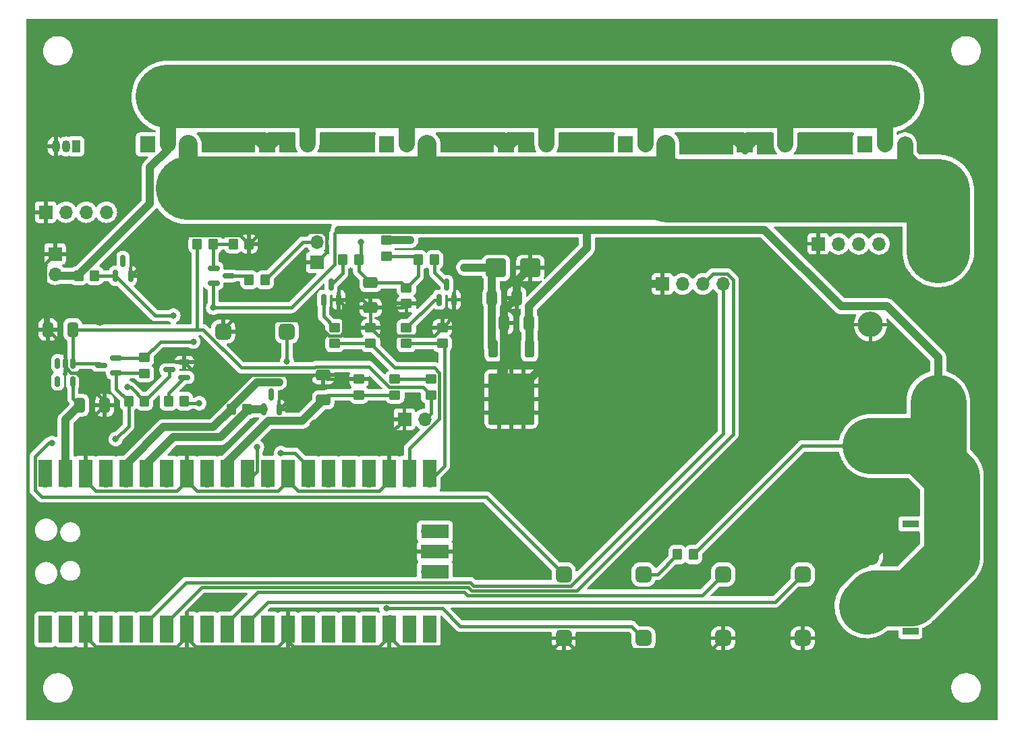
<source format=gtl>
%TF.GenerationSoftware,KiCad,Pcbnew,7.0.1*%
%TF.CreationDate,2023-04-21T09:18:26-07:00*%
%TF.ProjectId,lipo_drainer_schematic,6c69706f-5f64-4726-9169-6e65725f7363,rev?*%
%TF.SameCoordinates,Original*%
%TF.FileFunction,Copper,L1,Top*%
%TF.FilePolarity,Positive*%
%FSLAX46Y46*%
G04 Gerber Fmt 4.6, Leading zero omitted, Abs format (unit mm)*
G04 Created by KiCad (PCBNEW 7.0.1) date 2023-04-21 09:18:26*
%MOMM*%
%LPD*%
G01*
G04 APERTURE LIST*
G04 Aperture macros list*
%AMRoundRect*
0 Rectangle with rounded corners*
0 $1 Rounding radius*
0 $2 $3 $4 $5 $6 $7 $8 $9 X,Y pos of 4 corners*
0 Add a 4 corners polygon primitive as box body*
4,1,4,$2,$3,$4,$5,$6,$7,$8,$9,$2,$3,0*
0 Add four circle primitives for the rounded corners*
1,1,$1+$1,$2,$3*
1,1,$1+$1,$4,$5*
1,1,$1+$1,$6,$7*
1,1,$1+$1,$8,$9*
0 Add four rect primitives between the rounded corners*
20,1,$1+$1,$2,$3,$4,$5,0*
20,1,$1+$1,$4,$5,$6,$7,0*
20,1,$1+$1,$6,$7,$8,$9,0*
20,1,$1+$1,$8,$9,$2,$3,0*%
G04 Aperture macros list end*
%TA.AperFunction,ComponentPad*%
%ADD10R,1.700000X1.700000*%
%TD*%
%TA.AperFunction,ComponentPad*%
%ADD11O,1.700000X1.700000*%
%TD*%
%TA.AperFunction,ComponentPad*%
%ADD12R,3.200000X3.200000*%
%TD*%
%TA.AperFunction,ComponentPad*%
%ADD13O,3.200000X3.200000*%
%TD*%
%TA.AperFunction,ComponentPad*%
%ADD14R,1.905000X2.000000*%
%TD*%
%TA.AperFunction,ComponentPad*%
%ADD15O,1.905000X2.000000*%
%TD*%
%TA.AperFunction,SMDPad,CuDef*%
%ADD16RoundRect,0.250000X0.412500X0.650000X-0.412500X0.650000X-0.412500X-0.650000X0.412500X-0.650000X0*%
%TD*%
%TA.AperFunction,SMDPad,CuDef*%
%ADD17RoundRect,0.250000X-0.450000X0.350000X-0.450000X-0.350000X0.450000X-0.350000X0.450000X0.350000X0*%
%TD*%
%TA.AperFunction,SMDPad,CuDef*%
%ADD18RoundRect,0.150000X-0.150000X0.512500X-0.150000X-0.512500X0.150000X-0.512500X0.150000X0.512500X0*%
%TD*%
%TA.AperFunction,SMDPad,CuDef*%
%ADD19RoundRect,0.150000X0.587500X0.150000X-0.587500X0.150000X-0.587500X-0.150000X0.587500X-0.150000X0*%
%TD*%
%TA.AperFunction,SMDPad,CuDef*%
%ADD20RoundRect,0.500000X-0.500000X-0.500000X0.500000X-0.500000X0.500000X0.500000X-0.500000X0.500000X0*%
%TD*%
%TA.AperFunction,SMDPad,CuDef*%
%ADD21RoundRect,0.250000X-0.650000X0.412500X-0.650000X-0.412500X0.650000X-0.412500X0.650000X0.412500X0*%
%TD*%
%TA.AperFunction,ComponentPad*%
%ADD22R,2.000000X2.000000*%
%TD*%
%TA.AperFunction,ComponentPad*%
%ADD23O,2.000000X2.000000*%
%TD*%
%TA.AperFunction,SMDPad,CuDef*%
%ADD24RoundRect,0.250000X0.450000X-0.350000X0.450000X0.350000X-0.450000X0.350000X-0.450000X-0.350000X0*%
%TD*%
%TA.AperFunction,SMDPad,CuDef*%
%ADD25RoundRect,0.500000X0.500000X-0.500000X0.500000X0.500000X-0.500000X0.500000X-0.500000X-0.500000X0*%
%TD*%
%TA.AperFunction,SMDPad,CuDef*%
%ADD26RoundRect,0.250000X0.350000X0.450000X-0.350000X0.450000X-0.350000X-0.450000X0.350000X-0.450000X0*%
%TD*%
%TA.AperFunction,SMDPad,CuDef*%
%ADD27RoundRect,0.250000X-0.412500X-0.650000X0.412500X-0.650000X0.412500X0.650000X-0.412500X0.650000X0*%
%TD*%
%TA.AperFunction,SMDPad,CuDef*%
%ADD28RoundRect,0.500000X0.500000X0.500000X-0.500000X0.500000X-0.500000X-0.500000X0.500000X-0.500000X0*%
%TD*%
%TA.AperFunction,SMDPad,CuDef*%
%ADD29RoundRect,0.250000X0.650000X-0.412500X0.650000X0.412500X-0.650000X0.412500X-0.650000X-0.412500X0*%
%TD*%
%TA.AperFunction,SMDPad,CuDef*%
%ADD30R,1.700000X3.500000*%
%TD*%
%TA.AperFunction,SMDPad,CuDef*%
%ADD31R,3.500000X1.700000*%
%TD*%
%TA.AperFunction,SMDPad,CuDef*%
%ADD32RoundRect,0.250000X-0.350000X-0.450000X0.350000X-0.450000X0.350000X0.450000X-0.350000X0.450000X0*%
%TD*%
%TA.AperFunction,SMDPad,CuDef*%
%ADD33RoundRect,0.250000X-0.350000X0.850000X-0.350000X-0.850000X0.350000X-0.850000X0.350000X0.850000X0*%
%TD*%
%TA.AperFunction,SMDPad,CuDef*%
%ADD34RoundRect,0.250000X-1.125000X1.275000X-1.125000X-1.275000X1.125000X-1.275000X1.125000X1.275000X0*%
%TD*%
%TA.AperFunction,SMDPad,CuDef*%
%ADD35RoundRect,0.249997X-2.650003X2.950003X-2.650003X-2.950003X2.650003X-2.950003X2.650003X2.950003X0*%
%TD*%
%TA.AperFunction,ComponentPad*%
%ADD36RoundRect,0.875000X0.875000X-0.875000X0.875000X0.875000X-0.875000X0.875000X-0.875000X-0.875000X0*%
%TD*%
%TA.AperFunction,ComponentPad*%
%ADD37C,3.500000*%
%TD*%
%TA.AperFunction,ComponentPad*%
%ADD38R,1.050000X1.500000*%
%TD*%
%TA.AperFunction,ComponentPad*%
%ADD39O,1.050000X1.500000*%
%TD*%
%TA.AperFunction,ComponentPad*%
%ADD40R,2.000000X0.900000*%
%TD*%
%TA.AperFunction,ComponentPad*%
%ADD41RoundRect,1.025000X-1.025000X1.025000X-1.025000X-1.025000X1.025000X-1.025000X1.025000X1.025000X0*%
%TD*%
%TA.AperFunction,ComponentPad*%
%ADD42C,4.100000*%
%TD*%
%TA.AperFunction,SMDPad,CuDef*%
%ADD43RoundRect,0.250000X-1.000000X-0.900000X1.000000X-0.900000X1.000000X0.900000X-1.000000X0.900000X0*%
%TD*%
%TA.AperFunction,SMDPad,CuDef*%
%ADD44RoundRect,0.150000X0.150000X-0.587500X0.150000X0.587500X-0.150000X0.587500X-0.150000X-0.587500X0*%
%TD*%
%TA.AperFunction,SMDPad,CuDef*%
%ADD45RoundRect,0.150000X-0.587500X-0.150000X0.587500X-0.150000X0.587500X0.150000X-0.587500X0.150000X0*%
%TD*%
%TA.AperFunction,ViaPad*%
%ADD46C,0.800000*%
%TD*%
%TA.AperFunction,ViaPad*%
%ADD47C,3.000000*%
%TD*%
%TA.AperFunction,ViaPad*%
%ADD48C,2.000000*%
%TD*%
%TA.AperFunction,Conductor*%
%ADD49C,0.400000*%
%TD*%
%TA.AperFunction,Conductor*%
%ADD50C,1.000000*%
%TD*%
%TA.AperFunction,Conductor*%
%ADD51C,7.000000*%
%TD*%
%TA.AperFunction,Conductor*%
%ADD52C,2.000000*%
%TD*%
%TA.AperFunction,Conductor*%
%ADD53C,8.000000*%
%TD*%
%TA.AperFunction,Conductor*%
%ADD54C,2.400000*%
%TD*%
G04 APERTURE END LIST*
D10*
%TO.P,J3,1,Pin_1*%
%TO.N,GND*%
X135500000Y-100250000D03*
D11*
%TO.P,J3,2,Pin_2*%
%TO.N,/VHIGH*%
X138040000Y-100250000D03*
%TD*%
D12*
%TO.P,D3,1,K*%
%TO.N,/BAT+*%
X194000000Y-103620000D03*
D13*
%TO.P,D3,2,A*%
%TO.N,GND*%
X194000000Y-88380000D03*
%TD*%
D14*
%TO.P,Q7,1,G*%
%TO.N,/FET-G*%
X103250000Y-65750000D03*
D15*
%TO.P,Q7,2,D*%
%TO.N,/FET-D*%
X105790000Y-65750000D03*
%TO.P,Q7,3,S*%
%TO.N,/FET-S*%
X108330000Y-65750000D03*
%TD*%
D16*
%TO.P,C1,1*%
%TO.N,/VHIGH*%
X93875000Y-89000000D03*
%TO.P,C1,2*%
%TO.N,GND*%
X90750000Y-89000000D03*
%TD*%
D17*
%TO.P,R9,1*%
%TO.N,Net-(R10-Pad2)*%
X138800000Y-95200000D03*
%TO.P,R9,2*%
%TO.N,/VHIGH*%
X138800000Y-97200000D03*
%TD*%
D18*
%TO.P,U3,1,IN*%
%TO.N,/VHIGH*%
X93875000Y-93225000D03*
%TO.P,U3,2,GND*%
%TO.N,GND*%
X92925000Y-93225000D03*
%TO.P,U3,3,EN*%
%TO.N,unconnected-(U3-EN-Pad3)*%
X91975000Y-93225000D03*
%TO.P,U3,4,NC*%
%TO.N,unconnected-(U3-NC-Pad4)*%
X91975000Y-95500000D03*
%TO.P,U3,5,OUT*%
%TO.N,/VSYS*%
X93875000Y-95500000D03*
%TD*%
D19*
%TO.P,Q1,1,B*%
%TO.N,Net-(Q1-B)*%
X107875000Y-95000000D03*
%TO.P,Q1,2,E*%
%TO.N,GND*%
X107875000Y-93100000D03*
%TO.P,Q1,3,C*%
%TO.N,/ON*%
X106000000Y-94050000D03*
%TD*%
D20*
%TO.P,SW1,1,1*%
%TO.N,/OFF*%
X165500000Y-127750000D03*
%TO.P,SW1,2,2*%
%TO.N,Net-(R26-Pad1)*%
X165500000Y-119750000D03*
%TD*%
D21*
%TO.P,C4,1*%
%TO.N,/FET-G*%
X131250000Y-83125000D03*
%TO.P,C4,2*%
%TO.N,GND*%
X131250000Y-86250000D03*
%TD*%
D22*
%TO.P,R23,1*%
%TO.N,GND*%
X148250000Y-65750000D03*
D23*
%TO.P,R23,2*%
%TO.N,/FET-D*%
X153330000Y-65750000D03*
%TD*%
D24*
%TO.P,R25,1*%
%TO.N,GND*%
X135750000Y-85750000D03*
%TO.P,R25,2*%
%TO.N,/FET-G*%
X135750000Y-83750000D03*
%TD*%
D17*
%TO.P,R18,1*%
%TO.N,GND*%
X140250000Y-88750000D03*
%TO.P,R18,2*%
%TO.N,/FAST*%
X140250000Y-90750000D03*
%TD*%
D25*
%TO.P,SW4,1,1*%
%TO.N,Net-(U2-RUN)*%
X120750000Y-89250000D03*
%TO.P,SW4,2,2*%
%TO.N,GND*%
X112750000Y-89250000D03*
%TD*%
D10*
%TO.P,J2,1,Pin_1*%
%TO.N,GND*%
X187450000Y-78225000D03*
D11*
%TO.P,J2,2,Pin_2*%
%TO.N,/FAN+*%
X189990000Y-78225000D03*
%TO.P,J2,3,Pin_3*%
%TO.N,unconnected-(J2-Pin_3-Pad3)*%
X192530000Y-78225000D03*
%TO.P,J2,4,Pin_4*%
%TO.N,/FAN*%
X195070000Y-78225000D03*
%TD*%
D26*
%TO.P,R7,1*%
%TO.N,/3V*%
X115750000Y-99000000D03*
%TO.P,R7,2*%
%TO.N,/3V3*%
X113750000Y-99000000D03*
%TD*%
D10*
%TO.P,J5,1,Pin_1*%
%TO.N,GND*%
X124500000Y-80540000D03*
D11*
%TO.P,J5,2,Pin_2*%
%TO.N,/FET-G*%
X124500000Y-78000000D03*
%TD*%
D24*
%TO.P,R10,1*%
%TO.N,/VOLT*%
X134300000Y-97200000D03*
%TO.P,R10,2*%
%TO.N,Net-(R10-Pad2)*%
X134300000Y-95200000D03*
%TD*%
D27*
%TO.P,C2,1*%
%TO.N,/VSYS*%
X94750000Y-98500000D03*
%TO.P,C2,2*%
%TO.N,GND*%
X97875000Y-98500000D03*
%TD*%
D28*
%TO.P,SW5,1,1*%
%TO.N,/ON*%
X155500000Y-119750000D03*
%TO.P,SW5,2,2*%
%TO.N,GND*%
X155500000Y-127750000D03*
%TD*%
D10*
%TO.P,J8,1,Pin_1*%
%TO.N,GND*%
X90460000Y-74250000D03*
D11*
%TO.P,J8,2,Pin_2*%
%TO.N,/FAN+*%
X93000000Y-74250000D03*
%TO.P,J8,3,Pin_3*%
%TO.N,unconnected-(J8-Pin_3-Pad3)*%
X95540000Y-74250000D03*
%TO.P,J8,4,Pin_4*%
%TO.N,/FAN*%
X98080000Y-74250000D03*
%TD*%
D29*
%TO.P,C3,1*%
%TO.N,/VOLT*%
X125300000Y-97825000D03*
%TO.P,C3,2*%
%TO.N,GND*%
X125300000Y-94700000D03*
%TD*%
D19*
%TO.P,Q2,1,G*%
%TO.N,/OFF*%
X99312500Y-94450000D03*
%TO.P,Q2,2,S*%
%TO.N,/BAT+*%
X99312500Y-92550000D03*
%TO.P,Q2,3,D*%
%TO.N,/VHIGH*%
X97437500Y-93500000D03*
%TD*%
D11*
%TO.P,U2,1,GPIO0*%
%TO.N,unconnected-(U2-GPIO0-Pad1)*%
X90400000Y-125750000D03*
D30*
X90400000Y-126650000D03*
D11*
%TO.P,U2,2,GPIO1*%
%TO.N,unconnected-(U2-GPIO1-Pad2)*%
X92940000Y-125750000D03*
D30*
X92940000Y-126650000D03*
D10*
%TO.P,U2,3,GND*%
%TO.N,GND*%
X95480000Y-125750000D03*
D30*
X95480000Y-126650000D03*
D11*
%TO.P,U2,4,GPIO2*%
%TO.N,unconnected-(U2-GPIO2-Pad4)*%
X98020000Y-125750000D03*
D30*
X98020000Y-126650000D03*
D11*
%TO.P,U2,5,GPIO3*%
%TO.N,unconnected-(U2-GPIO3-Pad5)*%
X100560000Y-125750000D03*
D30*
X100560000Y-126650000D03*
D11*
%TO.P,U2,6,GPIO4*%
%TO.N,/SDA*%
X103100000Y-125750000D03*
D30*
X103100000Y-126650000D03*
D11*
%TO.P,U2,7,GPIO5*%
%TO.N,/SCL*%
X105640000Y-125750000D03*
D30*
X105640000Y-126650000D03*
D10*
%TO.P,U2,8,GND*%
%TO.N,GND*%
X108180000Y-125750000D03*
D30*
X108180000Y-126650000D03*
D11*
%TO.P,U2,9,GPIO6*%
%TO.N,unconnected-(U2-GPIO6-Pad9)*%
X110720000Y-125750000D03*
D30*
X110720000Y-126650000D03*
D11*
%TO.P,U2,10,GPIO7*%
%TO.N,/NEXT*%
X113260000Y-125750000D03*
D30*
X113260000Y-126650000D03*
D11*
%TO.P,U2,11,GPIO8*%
%TO.N,/OK*%
X115800000Y-125750000D03*
D30*
X115800000Y-126650000D03*
D11*
%TO.P,U2,12,GPIO9*%
%TO.N,unconnected-(U2-GPIO9-Pad12)*%
X118340000Y-125750000D03*
D30*
X118340000Y-126650000D03*
D10*
%TO.P,U2,13,GND*%
%TO.N,GND*%
X120880000Y-125750000D03*
D30*
X120880000Y-126650000D03*
D11*
%TO.P,U2,14,GPIO10*%
%TO.N,/FAN*%
X123420000Y-125750000D03*
D30*
X123420000Y-126650000D03*
D11*
%TO.P,U2,15,GPIO11*%
%TO.N,unconnected-(U2-GPIO11-Pad15)*%
X125960000Y-125750000D03*
D30*
X125960000Y-126650000D03*
D11*
%TO.P,U2,16,GPIO12*%
%TO.N,unconnected-(U2-GPIO12-Pad16)*%
X128500000Y-125750000D03*
D30*
X128500000Y-126650000D03*
D11*
%TO.P,U2,17,GPIO13*%
%TO.N,unconnected-(U2-GPIO13-Pad17)*%
X131040000Y-125750000D03*
D30*
X131040000Y-126650000D03*
D10*
%TO.P,U2,18,GND*%
%TO.N,GND*%
X133580000Y-125750000D03*
D30*
X133580000Y-126650000D03*
D11*
%TO.P,U2,19,GPIO14*%
%TO.N,unconnected-(U2-GPIO14-Pad19)*%
X136120000Y-125750000D03*
D30*
X136120000Y-126650000D03*
D11*
%TO.P,U2,20,GPIO15*%
%TO.N,unconnected-(U2-GPIO15-Pad20)*%
X138660000Y-125750000D03*
D30*
X138660000Y-126650000D03*
D11*
%TO.P,U2,21,GPIO16*%
%TO.N,/FAST*%
X138660000Y-107970000D03*
D30*
X138660000Y-107070000D03*
D11*
%TO.P,U2,22,GPIO17*%
%TO.N,/SLOW*%
X136120000Y-107970000D03*
D30*
X136120000Y-107070000D03*
D10*
%TO.P,U2,23,GND*%
%TO.N,GND*%
X133580000Y-107970000D03*
D30*
X133580000Y-107070000D03*
D11*
%TO.P,U2,24,GPIO18*%
%TO.N,unconnected-(U2-GPIO18-Pad24)*%
X131040000Y-107970000D03*
D30*
X131040000Y-107070000D03*
D11*
%TO.P,U2,25,GPIO19*%
%TO.N,unconnected-(U2-GPIO19-Pad25)*%
X128500000Y-107970000D03*
D30*
X128500000Y-107070000D03*
D11*
%TO.P,U2,26,GPIO20*%
%TO.N,unconnected-(U2-GPIO20-Pad26)*%
X125960000Y-107970000D03*
D30*
X125960000Y-107070000D03*
D11*
%TO.P,U2,27,GPIO21*%
%TO.N,/EN*%
X123420000Y-107970000D03*
D30*
X123420000Y-107070000D03*
D10*
%TO.P,U2,28,GND*%
%TO.N,GND*%
X120880000Y-107970000D03*
D30*
X120880000Y-107070000D03*
D11*
%TO.P,U2,29,GPIO22*%
%TO.N,unconnected-(U2-GPIO22-Pad29)*%
X118340000Y-107970000D03*
D30*
X118340000Y-107070000D03*
D11*
%TO.P,U2,30,RUN*%
%TO.N,Net-(U2-RUN)*%
X115800000Y-107970000D03*
D30*
X115800000Y-107070000D03*
D11*
%TO.P,U2,31,GPIO26_ADC0*%
%TO.N,/VOLT*%
X113260000Y-107970000D03*
D30*
X113260000Y-107070000D03*
D11*
%TO.P,U2,32,GPIO27_ADC1*%
%TO.N,/CUR*%
X110720000Y-107970000D03*
D30*
X110720000Y-107070000D03*
D10*
%TO.P,U2,33,AGND*%
%TO.N,GND*%
X108180000Y-107970000D03*
D30*
X108180000Y-107070000D03*
D11*
%TO.P,U2,34,GPIO28_ADC2*%
%TO.N,/TEMP*%
X105640000Y-107970000D03*
D30*
X105640000Y-107070000D03*
D11*
%TO.P,U2,35,ADC_VREF*%
%TO.N,/3V*%
X103100000Y-107970000D03*
D30*
X103100000Y-107070000D03*
D11*
%TO.P,U2,36,3V3*%
%TO.N,/3V3*%
X100560000Y-107970000D03*
D30*
X100560000Y-107070000D03*
D11*
%TO.P,U2,37,3V3_EN*%
%TO.N,unconnected-(U2-3V3_EN-Pad37)*%
X98020000Y-107970000D03*
D30*
X98020000Y-107070000D03*
D10*
%TO.P,U2,38,GND*%
%TO.N,GND*%
X95480000Y-107970000D03*
D30*
X95480000Y-107070000D03*
D11*
%TO.P,U2,39,VSYS*%
%TO.N,/VSYS*%
X92940000Y-107970000D03*
D30*
X92940000Y-107070000D03*
D11*
%TO.P,U2,40,VBUS*%
%TO.N,unconnected-(U2-VBUS-Pad40)*%
X90400000Y-107970000D03*
D30*
X90400000Y-107070000D03*
D11*
%TO.P,U2,41,SWCLK*%
%TO.N,unconnected-(U2-SWCLK-Pad41)*%
X138430000Y-119400000D03*
D31*
X139330000Y-119400000D03*
D10*
%TO.P,U2,42,GND*%
%TO.N,GND*%
X138430000Y-116860000D03*
D31*
X139330000Y-116860000D03*
D11*
%TO.P,U2,43,SWDIO*%
%TO.N,unconnected-(U2-SWDIO-Pad43)*%
X138430000Y-114320000D03*
D31*
X139330000Y-114320000D03*
%TD*%
D10*
%TO.P,J4,1,Pin_1*%
%TO.N,GND*%
X167880000Y-83250000D03*
D11*
%TO.P,J4,2,Pin_2*%
%TO.N,/3V3*%
X170420000Y-83250000D03*
%TO.P,J4,3,Pin_3*%
%TO.N,/SCL*%
X172960000Y-83250000D03*
%TO.P,J4,4,Pin_4*%
%TO.N,/SDA*%
X175500000Y-83250000D03*
%TD*%
D28*
%TO.P,SW2,1,1*%
%TO.N,/NEXT*%
X175500000Y-119750000D03*
%TO.P,SW2,2,2*%
%TO.N,GND*%
X175500000Y-127750000D03*
%TD*%
D16*
%TO.P,C6,1*%
%TO.N,/BAT+*%
X151125000Y-88200000D03*
%TO.P,C6,2*%
%TO.N,GND*%
X148000000Y-88200000D03*
%TD*%
D32*
%TO.P,R8,1*%
%TO.N,/VHIGH*%
X109500000Y-78250000D03*
%TO.P,R8,2*%
%TO.N,Net-(Q5-G)*%
X111500000Y-78250000D03*
%TD*%
D22*
%TO.P,R24,1*%
%TO.N,GND*%
X178250000Y-65750000D03*
D23*
%TO.P,R24,2*%
%TO.N,/FET-D*%
X183330000Y-65750000D03*
%TD*%
D17*
%TO.P,R16,1*%
%TO.N,/FET-S*%
X133250000Y-77750000D03*
%TO.P,R16,2*%
%TO.N,/FET-G*%
X133250000Y-79750000D03*
%TD*%
D32*
%TO.P,R17,1*%
%TO.N,Net-(Q6-C)*%
X127750000Y-80250000D03*
%TO.P,R17,2*%
%TO.N,/FET-G*%
X129750000Y-80250000D03*
%TD*%
D17*
%TO.P,R14,1*%
%TO.N,GND*%
X131250000Y-88750000D03*
%TO.P,R14,2*%
%TO.N,/SLOW*%
X131250000Y-90750000D03*
%TD*%
D26*
%TO.P,R21,1*%
%TO.N,/CUR*%
X96625000Y-82250000D03*
%TO.P,R21,2*%
%TO.N,/FET-D*%
X94625000Y-82250000D03*
%TD*%
D33*
%TO.P,U1,1,IN*%
%TO.N,/BAT+*%
X151205000Y-91425000D03*
D34*
%TO.P,U1,2,GND*%
%TO.N,GND*%
X150450000Y-96050000D03*
X147400000Y-96050000D03*
D35*
X148925000Y-97725000D03*
D34*
X150450000Y-99400000D03*
X147400000Y-99400000D03*
D33*
%TO.P,U1,3,OUT*%
%TO.N,/FAN+*%
X146645000Y-91425000D03*
%TD*%
D17*
%TO.P,R2,1*%
%TO.N,/BAT+*%
X102875000Y-92500000D03*
%TO.P,R2,2*%
%TO.N,/OFF*%
X102875000Y-94500000D03*
%TD*%
D24*
%TO.P,R15,1*%
%TO.N,/SLOW*%
X126750000Y-90750000D03*
%TO.P,R15,2*%
%TO.N,Net-(Q6-B)*%
X126750000Y-88750000D03*
%TD*%
D36*
%TO.P,F1,1*%
%TO.N,/BAT+*%
X202500000Y-105750000D03*
X202500000Y-98130000D03*
D37*
%TO.P,F1,2*%
%TO.N,/FET-S*%
X202500000Y-79160000D03*
X202500000Y-71540000D03*
%TD*%
D32*
%TO.P,R26,1*%
%TO.N,Net-(R26-Pad1)*%
X169750000Y-117250000D03*
%TO.P,R26,2*%
%TO.N,/BAT+*%
X171750000Y-117250000D03*
%TD*%
D26*
%TO.P,R1,1*%
%TO.N,/EN*%
X107875000Y-98000000D03*
%TO.P,R1,2*%
%TO.N,Net-(Q1-B)*%
X105875000Y-98000000D03*
%TD*%
D38*
%TO.P,J7,1,+V_{S}*%
%TO.N,/3V3*%
X94270000Y-66000000D03*
D39*
%TO.P,J7,2,V_{OUT}*%
%TO.N,/TEMP*%
X93000000Y-66000000D03*
%TO.P,J7,3,GND*%
%TO.N,GND*%
X91730000Y-66000000D03*
%TD*%
D14*
%TO.P,Q11,1,G*%
%TO.N,/FET-G*%
X163250000Y-65750000D03*
D15*
%TO.P,Q11,2,D*%
%TO.N,/FET-D*%
X165790000Y-65750000D03*
%TO.P,Q11,3,S*%
%TO.N,/FET-S*%
X168330000Y-65750000D03*
%TD*%
D24*
%TO.P,R19,1*%
%TO.N,/FAST*%
X135750000Y-90750000D03*
%TO.P,R19,2*%
%TO.N,Net-(Q9-B)*%
X135750000Y-88750000D03*
%TD*%
D32*
%TO.P,R3,1*%
%TO.N,/OFF*%
X100875000Y-98000000D03*
%TO.P,R3,2*%
%TO.N,/ON*%
X102875000Y-98000000D03*
%TD*%
D40*
%TO.P,J1,*%
%TO.N,*%
X199000000Y-113400000D03*
X199000000Y-126900000D03*
D41*
%TO.P,J1,1,Pin_1*%
%TO.N,GND*%
X193000000Y-116550000D03*
D42*
%TO.P,J1,2,Pin_2*%
%TO.N,/BAT+*%
X193000000Y-123750000D03*
%TD*%
D43*
%TO.P,D1,1,K*%
%TO.N,/FAN+*%
X147000000Y-81250000D03*
%TO.P,D1,2,A*%
%TO.N,GND*%
X151300000Y-81250000D03*
%TD*%
D22*
%TO.P,R22,1*%
%TO.N,GND*%
X118250000Y-65750000D03*
D23*
%TO.P,R22,2*%
%TO.N,/FET-D*%
X123330000Y-65750000D03*
%TD*%
D44*
%TO.P,U4,1,K*%
%TO.N,/3V*%
X117850000Y-99000000D03*
%TO.P,U4,2,A*%
%TO.N,GND*%
X119750000Y-99000000D03*
%TO.P,U4,3*%
%TO.N,N/C*%
X118800000Y-97125000D03*
%TD*%
D45*
%TO.P,Q5,1,G*%
%TO.N,Net-(Q5-G)*%
X111562500Y-81300000D03*
%TO.P,Q5,2,S*%
%TO.N,/BAT+*%
X111562500Y-83200000D03*
%TO.P,Q5,3,D*%
%TO.N,Net-(Q5-D)*%
X113437500Y-82250000D03*
%TD*%
D14*
%TO.P,Q8,1,G*%
%TO.N,/FET-G*%
X133250000Y-65750000D03*
D15*
%TO.P,Q8,2,D*%
%TO.N,/FET-D*%
X135790000Y-65750000D03*
%TO.P,Q8,3,S*%
%TO.N,/FET-S*%
X138330000Y-65750000D03*
%TD*%
D44*
%TO.P,Q9,1,B*%
%TO.N,Net-(Q9-B)*%
X139850000Y-85250000D03*
%TO.P,Q9,2,E*%
%TO.N,GND*%
X141750000Y-85250000D03*
%TO.P,Q9,3,C*%
%TO.N,Net-(Q9-C)*%
X140800000Y-83375000D03*
%TD*%
D14*
%TO.P,Q10,1,G*%
%TO.N,/FET-G*%
X193250000Y-65750000D03*
D15*
%TO.P,Q10,2,D*%
%TO.N,/FET-D*%
X195790000Y-65750000D03*
%TO.P,Q10,3,S*%
%TO.N,/FET-S*%
X198330000Y-65750000D03*
%TD*%
D28*
%TO.P,SW3,1,1*%
%TO.N,/OK*%
X185500000Y-119750000D03*
%TO.P,SW3,2,2*%
%TO.N,GND*%
X185500000Y-127750000D03*
%TD*%
D44*
%TO.P,Q6,1,B*%
%TO.N,Net-(Q6-B)*%
X125350000Y-85250000D03*
%TO.P,Q6,2,E*%
%TO.N,GND*%
X127250000Y-85250000D03*
%TO.P,Q6,3,C*%
%TO.N,Net-(Q6-C)*%
X126300000Y-83375000D03*
%TD*%
%TO.P,U5,1,K*%
%TO.N,/CUR*%
X99225000Y-82250000D03*
%TO.P,U5,2,A*%
%TO.N,GND*%
X101125000Y-82250000D03*
%TO.P,U5,3*%
%TO.N,N/C*%
X100175000Y-80375000D03*
%TD*%
D10*
%TO.P,J6,1,Pin_1*%
%TO.N,GND*%
X91650000Y-79500000D03*
D11*
%TO.P,J6,2,Pin_2*%
%TO.N,/FET-D*%
X91650000Y-82040000D03*
%TD*%
D26*
%TO.P,R12,1*%
%TO.N,GND*%
X116000000Y-78250000D03*
%TO.P,R12,2*%
%TO.N,Net-(Q5-G)*%
X114000000Y-78250000D03*
%TD*%
%TO.P,R20,1*%
%TO.N,Net-(Q9-C)*%
X139250000Y-80250000D03*
%TO.P,R20,2*%
%TO.N,/FET-G*%
X137250000Y-80250000D03*
%TD*%
D17*
%TO.P,R11,1*%
%TO.N,GND*%
X129800000Y-95200000D03*
%TO.P,R11,2*%
%TO.N,/VOLT*%
X129800000Y-97200000D03*
%TD*%
D32*
%TO.P,R13,1*%
%TO.N,Net-(Q5-D)*%
X116000000Y-82750000D03*
%TO.P,R13,2*%
%TO.N,/FET-G*%
X118000000Y-82750000D03*
%TD*%
D27*
%TO.P,C5,1*%
%TO.N,/FAN+*%
X146475000Y-85000000D03*
%TO.P,C5,2*%
%TO.N,GND*%
X149600000Y-85000000D03*
%TD*%
D46*
%TO.N,/FET-G*%
X130000000Y-78000000D03*
%TO.N,/3V3*%
X119750000Y-95600000D03*
D47*
%TO.N,/BAT+*%
X200000000Y-102400000D03*
X199000000Y-122400000D03*
X204200000Y-112600000D03*
X202800000Y-118400000D03*
D46*
X109000000Y-90500000D03*
X111500000Y-86250000D03*
%TO.N,/ON*%
X91250000Y-103250000D03*
X100750000Y-96250000D03*
%TO.N,/EN*%
X120000000Y-104500000D03*
X109750000Y-98250000D03*
D47*
%TO.N,GND*%
X158800000Y-89000000D03*
X184200000Y-98200000D03*
X108561980Y-52734770D03*
D48*
X128500000Y-65750000D03*
X173500000Y-65750000D03*
D47*
X148561980Y-52734770D03*
D48*
X97250000Y-87500000D03*
D47*
X118561980Y-52734770D03*
D48*
X188250000Y-65750000D03*
X91000000Y-98750000D03*
X158250000Y-65750000D03*
D47*
X100500000Y-54500000D03*
X188561980Y-52734770D03*
D46*
X129000000Y-99000000D03*
D47*
X182000000Y-86200000D03*
X143200000Y-105600000D03*
X168561980Y-52734770D03*
X128561980Y-52734770D03*
X169600000Y-95400000D03*
X186800000Y-111000000D03*
D46*
X124000000Y-92000000D03*
D47*
X161800000Y-102800000D03*
D48*
X143250000Y-65750000D03*
D47*
X170250000Y-135250000D03*
D48*
X113250000Y-65750000D03*
D47*
X153250000Y-135250000D03*
X149600000Y-107200000D03*
X185600000Y-135400000D03*
D46*
X205000000Y-61500000D03*
D47*
X158561980Y-52734770D03*
X147600000Y-117000000D03*
X178561980Y-52734770D03*
X139250000Y-134250000D03*
D48*
X124500000Y-101250000D03*
D47*
X138561980Y-52734770D03*
X128000000Y-132000000D03*
D46*
X99500000Y-100500000D03*
%TO.N,/CUR*%
X106500000Y-87250000D03*
%TO.N,/FET-S*%
X136250000Y-77750000D03*
X138250000Y-71250000D03*
D47*
X202200000Y-75400000D03*
D46*
%TO.N,/FAN+*%
X143000000Y-81200000D03*
%TO.N,Net-(U2-RUN)*%
X117000000Y-103750000D03*
X120750000Y-93000000D03*
%TO.N,/OFF*%
X133250000Y-124000000D03*
X99250000Y-102750000D03*
%TD*%
D49*
%TO.N,Net-(Q5-D)*%
X115500000Y-82250000D02*
X116000000Y-82750000D01*
X113437500Y-82250000D02*
X115500000Y-82250000D01*
%TO.N,/FET-G*%
X129750000Y-80250000D02*
X129750000Y-81625000D01*
X118000000Y-82750000D02*
X122750000Y-78000000D01*
X135125000Y-83125000D02*
X135750000Y-83750000D01*
X135750000Y-83750000D02*
X137250000Y-82250000D01*
X129750000Y-81625000D02*
X131250000Y-83125000D01*
X137250000Y-82250000D02*
X137250000Y-80250000D01*
X130000000Y-80000000D02*
X129750000Y-80250000D01*
X131250000Y-83125000D02*
X135125000Y-83125000D01*
X133250000Y-79750000D02*
X136750000Y-79750000D01*
X130000000Y-78000000D02*
X130000000Y-80000000D01*
X122750000Y-78000000D02*
X124500000Y-78000000D01*
X136750000Y-79750000D02*
X137250000Y-80250000D01*
D50*
%TO.N,/3V3*%
X111500000Y-101250000D02*
X105250000Y-101250000D01*
X100560000Y-105940000D02*
X100560000Y-107970000D01*
X113750000Y-98856497D02*
X117006497Y-95600000D01*
X113750000Y-99000000D02*
X111500000Y-101250000D01*
X113750000Y-99000000D02*
X113750000Y-98856497D01*
D49*
X100560000Y-107970000D02*
X100560000Y-106210000D01*
D50*
X117006497Y-95600000D02*
X119750000Y-95600000D01*
X105250000Y-101250000D02*
X100560000Y-105940000D01*
D49*
%TO.N,Net-(R10-Pad2)*%
X138800000Y-95200000D02*
X134300000Y-95200000D01*
%TO.N,/VHIGH*%
X115027208Y-93800000D02*
X124200000Y-93800000D01*
X110227208Y-89000000D02*
X115027208Y-93800000D01*
X93875000Y-89000000D02*
X109500000Y-89000000D01*
X97162500Y-93225000D02*
X97437500Y-93500000D01*
X93875000Y-89000000D02*
X93875000Y-93225000D01*
X131018261Y-93637500D02*
X133580761Y-96200000D01*
X109500000Y-78250000D02*
X109500000Y-89000000D01*
X109500000Y-89000000D02*
X110227208Y-89000000D01*
X138800000Y-97200000D02*
X138800000Y-99490000D01*
X124362500Y-93637500D02*
X131018261Y-93637500D01*
X93875000Y-93225000D02*
X97162500Y-93225000D01*
X138800000Y-99490000D02*
X138040000Y-100250000D01*
X137800000Y-96200000D02*
X138800000Y-97200000D01*
X133580761Y-96200000D02*
X137800000Y-96200000D01*
X124200000Y-93800000D02*
X124362500Y-93637500D01*
%TO.N,Net-(Q5-G)*%
X111500000Y-78250000D02*
X111500000Y-81237500D01*
X111500000Y-78250000D02*
X114000000Y-78250000D01*
X111500000Y-81237500D02*
X111562500Y-81300000D01*
D50*
%TO.N,/3V*%
X103100000Y-105900000D02*
X103100000Y-107970000D01*
X112393503Y-102500000D02*
X106500000Y-102500000D01*
D49*
X103100000Y-107970000D02*
X103100000Y-106210000D01*
D50*
X115750000Y-99000000D02*
X117850000Y-99000000D01*
X106500000Y-102500000D02*
X103100000Y-105900000D01*
X115750000Y-99143503D02*
X112393503Y-102500000D01*
X115750000Y-99000000D02*
X115750000Y-99143503D01*
D49*
%TO.N,/VOLT*%
X134300000Y-97200000D02*
X129800000Y-97200000D01*
X125925000Y-97200000D02*
X125300000Y-97825000D01*
D50*
X118432500Y-100437500D02*
X122687500Y-100437500D01*
X122687500Y-100437500D02*
X125300000Y-97825000D01*
X113260000Y-107970000D02*
X113260000Y-105610000D01*
D49*
X129800000Y-97200000D02*
X125925000Y-97200000D01*
D50*
X113260000Y-105610000D02*
X118432500Y-100437500D01*
D49*
%TO.N,/BAT+*%
X111500000Y-86250000D02*
X111500000Y-83262500D01*
X111500000Y-83262500D02*
X111562500Y-83200000D01*
D50*
X151125000Y-88200000D02*
X151125000Y-86075000D01*
D49*
X102875000Y-92500000D02*
X104875000Y-90500000D01*
D51*
X193500000Y-123750000D02*
X194500000Y-122750000D01*
X204200000Y-107450000D02*
X202500000Y-105750000D01*
D49*
X126750000Y-76950000D02*
X127250000Y-76450000D01*
D51*
X199000000Y-122750000D02*
X204200000Y-117550000D01*
D49*
X121290000Y-86250000D02*
X126750000Y-80790000D01*
D51*
X204200000Y-112600000D02*
X204200000Y-107450000D01*
D50*
X202500000Y-92500000D02*
X202500000Y-98130000D01*
D51*
X194000000Y-103620000D02*
X200370000Y-103620000D01*
D50*
X158400000Y-78800000D02*
X158400000Y-76450000D01*
D49*
X126750000Y-80790000D02*
X126750000Y-76950000D01*
D50*
X151205000Y-88280000D02*
X151125000Y-88200000D01*
D49*
X102825000Y-92550000D02*
X102875000Y-92500000D01*
D50*
X151205000Y-91425000D02*
X151205000Y-88280000D01*
D51*
X202500000Y-105750000D02*
X202500000Y-98130000D01*
X204200000Y-117550000D02*
X204200000Y-112600000D01*
D50*
X190330000Y-86080000D02*
X196080000Y-86080000D01*
D51*
X194500000Y-122750000D02*
X199000000Y-122750000D01*
D49*
X104875000Y-90500000D02*
X109000000Y-90500000D01*
D51*
X200370000Y-103620000D02*
X202500000Y-105750000D01*
D49*
X99312500Y-92550000D02*
X102825000Y-92550000D01*
X185380000Y-103620000D02*
X194000000Y-103620000D01*
D50*
X151125000Y-86075000D02*
X158400000Y-78800000D01*
D49*
X171750000Y-117250000D02*
X185380000Y-103620000D01*
D50*
X158400000Y-76450000D02*
X180700000Y-76450000D01*
D49*
X111500000Y-86250000D02*
X121290000Y-86250000D01*
D50*
X158400000Y-76450000D02*
X127250000Y-76450000D01*
X196080000Y-86080000D02*
X202500000Y-92500000D01*
X180700000Y-76450000D02*
X190330000Y-86080000D01*
D49*
%TO.N,Net-(R26-Pad1)*%
X165500000Y-119750000D02*
X167250000Y-119750000D01*
X167250000Y-119750000D02*
X169750000Y-117250000D01*
%TO.N,/ON*%
X145750000Y-110000000D02*
X90000000Y-110000000D01*
X101125000Y-96250000D02*
X100750000Y-96250000D01*
X102875000Y-98000000D02*
X101125000Y-96250000D01*
X89150000Y-109150000D02*
X89150000Y-104920000D01*
X155500000Y-119750000D02*
X145750000Y-110000000D01*
X106000000Y-94050000D02*
X106000000Y-94875000D01*
X90000000Y-110000000D02*
X89150000Y-109150000D01*
X90820000Y-103250000D02*
X91250000Y-103250000D01*
X106000000Y-94875000D02*
X102875000Y-98000000D01*
X89150000Y-104920000D02*
X90820000Y-103250000D01*
%TO.N,/EN*%
X123420000Y-107970000D02*
X123420000Y-106210000D01*
X109750000Y-98250000D02*
X108125000Y-98250000D01*
X108125000Y-98250000D02*
X107875000Y-98000000D01*
X123420000Y-106210000D02*
X121710000Y-104500000D01*
X121710000Y-104500000D02*
X120000000Y-104500000D01*
%TO.N,Net-(Q1-B)*%
X105875000Y-98000000D02*
X105875000Y-97000000D01*
X105875000Y-97000000D02*
X107875000Y-95000000D01*
%TO.N,GND*%
X124050000Y-94700000D02*
X125300000Y-94700000D01*
X174100000Y-129150000D02*
X175500000Y-127750000D01*
X95480000Y-107970000D02*
X96730000Y-109220000D01*
X185500000Y-124550000D02*
X193500000Y-116550000D01*
X119590000Y-128800000D02*
X109300000Y-128800000D01*
D50*
X148000000Y-88200000D02*
X148000000Y-95450000D01*
D49*
X141750000Y-87250000D02*
X141750000Y-85250000D01*
D50*
X149600000Y-85000000D02*
X149600000Y-82950000D01*
D49*
X135250000Y-86250000D02*
X135750000Y-85750000D01*
D50*
X158350000Y-83250000D02*
X158350000Y-88150000D01*
D49*
X92925000Y-91175000D02*
X92925000Y-93225000D01*
X90400000Y-88650000D02*
X90400000Y-80750000D01*
X108180000Y-125750000D02*
X108180000Y-127510000D01*
X95480000Y-107970000D02*
X95480000Y-100895000D01*
X113900000Y-87850000D02*
X124130761Y-87850000D01*
X154450000Y-128800000D02*
X155500000Y-127750000D01*
X119750000Y-99000000D02*
X124050000Y-94700000D01*
X133580000Y-127510000D02*
X132290000Y-128800000D01*
X113015381Y-98015381D02*
X116330761Y-94700000D01*
X120880000Y-128130000D02*
X120880000Y-125750000D01*
D50*
X148000000Y-86600000D02*
X149600000Y-85000000D01*
D49*
X125750000Y-79290000D02*
X125750000Y-77250000D01*
X127850000Y-89369239D02*
X127850000Y-85850000D01*
X96800000Y-128800000D02*
X95480000Y-127480000D01*
X91650000Y-66080000D02*
X91730000Y-66000000D01*
X112790381Y-98015381D02*
X113015381Y-98015381D01*
X109430000Y-109220000D02*
X119630000Y-109220000D01*
X90400000Y-80750000D02*
X91650000Y-79500000D01*
X133580000Y-125750000D02*
X133580000Y-127510000D01*
D50*
X149600000Y-82950000D02*
X151300000Y-81250000D01*
D49*
X129800000Y-95200000D02*
X125800000Y-95200000D01*
X132250000Y-89750000D02*
X139250000Y-89750000D01*
X114900000Y-77150000D02*
X116000000Y-78250000D01*
X131250000Y-86250000D02*
X135250000Y-86250000D01*
X106225000Y-77150000D02*
X114900000Y-77150000D01*
X93647183Y-94437500D02*
X94312500Y-94437500D01*
X126030761Y-89750000D02*
X127469239Y-89750000D01*
X96730000Y-109220000D02*
X106930000Y-109220000D01*
X108180000Y-127680000D02*
X108180000Y-125750000D01*
X95480000Y-127480000D02*
X95480000Y-125750000D01*
X131250000Y-88750000D02*
X132250000Y-89750000D01*
X133580000Y-107970000D02*
X133580000Y-102170000D01*
X127850000Y-85850000D02*
X127250000Y-85250000D01*
X132290000Y-128800000D02*
X121550000Y-128800000D01*
X120880000Y-125750000D02*
X120880000Y-127510000D01*
X109300000Y-128800000D02*
X108180000Y-127680000D01*
X122130000Y-109220000D02*
X132330000Y-109220000D01*
X120880000Y-127510000D02*
X119590000Y-128800000D01*
X121550000Y-128800000D02*
X120880000Y-128130000D01*
X108180000Y-127510000D02*
X106890000Y-128800000D01*
X133580000Y-127510000D02*
X134870000Y-128800000D01*
X106890000Y-128800000D02*
X96800000Y-128800000D01*
X131250000Y-86250000D02*
X131250000Y-88750000D01*
X133580000Y-102170000D02*
X135500000Y-100250000D01*
X112750000Y-89000000D02*
X113900000Y-87850000D01*
X107875000Y-93100000D02*
X112790381Y-98015381D01*
D50*
X158350000Y-88150000D02*
X150450000Y-96050000D01*
D49*
X97875000Y-98000000D02*
X97875000Y-98500000D01*
X92925000Y-93715317D02*
X93647183Y-94437500D01*
X127469239Y-89750000D02*
X127850000Y-89369239D01*
X185500000Y-127750000D02*
X185500000Y-124550000D01*
D50*
X158350000Y-83250000D02*
X167880000Y-83250000D01*
D49*
X139250000Y-89750000D02*
X140250000Y-88750000D01*
X127250000Y-85250000D02*
X130250000Y-85250000D01*
X106930000Y-109220000D02*
X108180000Y-107970000D01*
X130250000Y-85250000D02*
X131250000Y-86250000D01*
X119630000Y-109220000D02*
X120880000Y-107970000D01*
X116330761Y-94700000D02*
X125300000Y-94700000D01*
D50*
X148000000Y-88200000D02*
X148000000Y-86600000D01*
D49*
X134870000Y-128800000D02*
X154450000Y-128800000D01*
X90750000Y-89000000D02*
X92925000Y-91175000D01*
X95480000Y-100895000D02*
X97875000Y-98500000D01*
X124500000Y-80540000D02*
X125750000Y-79290000D01*
X132330000Y-109220000D02*
X133580000Y-107970000D01*
X125250000Y-76750000D02*
X117500000Y-76750000D01*
D50*
X148000000Y-95450000D02*
X147400000Y-96050000D01*
D49*
X94312500Y-94437500D02*
X97875000Y-98000000D01*
X124130761Y-87850000D02*
X126030761Y-89750000D01*
X125800000Y-95200000D02*
X125300000Y-94700000D01*
X90750000Y-89000000D02*
X90400000Y-88650000D01*
X125750000Y-77250000D02*
X125250000Y-76750000D01*
X111930761Y-99100000D02*
X113015381Y-98015381D01*
X108180000Y-107970000D02*
X109430000Y-109220000D01*
X140250000Y-88750000D02*
X141750000Y-87250000D01*
X120880000Y-107970000D02*
X122130000Y-109220000D01*
X175500000Y-127750000D02*
X185500000Y-127750000D01*
X112750000Y-89250000D02*
X112750000Y-89000000D01*
X101125000Y-82250000D02*
X106225000Y-77150000D01*
X92925000Y-93225000D02*
X92925000Y-93715317D01*
X117500000Y-76750000D02*
X116000000Y-78250000D01*
X156900000Y-129150000D02*
X174100000Y-129150000D01*
X155500000Y-127750000D02*
X156900000Y-129150000D01*
%TO.N,/SLOW*%
X136120000Y-107970000D02*
X136120000Y-103937767D01*
X139900000Y-94400000D02*
X139250000Y-93750000D01*
X139900000Y-100157767D02*
X139900000Y-94400000D01*
X139250000Y-93750000D02*
X134250000Y-93750000D01*
X136120000Y-103937767D02*
X139900000Y-100157767D01*
X134250000Y-93750000D02*
X131250000Y-90750000D01*
X126750000Y-90750000D02*
X131250000Y-90750000D01*
%TO.N,Net-(Q6-B)*%
X126750000Y-88750000D02*
X125350000Y-87350000D01*
X125350000Y-87350000D02*
X125350000Y-85250000D01*
%TO.N,/CUR*%
X104225000Y-87250000D02*
X99225000Y-82250000D01*
X96625000Y-82250000D02*
X99225000Y-82250000D01*
X106500000Y-87250000D02*
X104225000Y-87250000D01*
D52*
%TO.N,/FET-S*%
X198330000Y-65750000D02*
X198330000Y-67370000D01*
D53*
X138250000Y-71250000D02*
X168250000Y-71250000D01*
D50*
X133250000Y-77750000D02*
X136250000Y-77750000D01*
D54*
X108330000Y-71170000D02*
X108250000Y-71250000D01*
D52*
X198330000Y-67370000D02*
X202500000Y-71540000D01*
D54*
X138330000Y-71170000D02*
X138250000Y-71250000D01*
D53*
X202500000Y-71540000D02*
X202500000Y-79160000D01*
D54*
X168330000Y-65750000D02*
X168330000Y-71170000D01*
D53*
X108250000Y-71250000D02*
X138250000Y-71250000D01*
X202500000Y-71540000D02*
X168540000Y-71540000D01*
D54*
X138330000Y-65750000D02*
X138330000Y-71170000D01*
X168330000Y-71170000D02*
X168250000Y-71250000D01*
X108330000Y-65750000D02*
X108330000Y-71170000D01*
D53*
X168540000Y-71540000D02*
X168250000Y-71250000D01*
D49*
%TO.N,Net-(Q9-C)*%
X139250000Y-81825000D02*
X140800000Y-83375000D01*
X139250000Y-80250000D02*
X139250000Y-81825000D01*
%TO.N,/FAST*%
X135750000Y-90750000D02*
X140250000Y-90750000D01*
X140500000Y-106130000D02*
X140500000Y-91000000D01*
X138660000Y-107970000D02*
X140500000Y-106130000D01*
X140500000Y-91000000D02*
X140250000Y-90750000D01*
%TO.N,Net-(Q9-B)*%
X139250000Y-85250000D02*
X139850000Y-85250000D01*
X135750000Y-88750000D02*
X139250000Y-85250000D01*
%TO.N,Net-(Q6-C)*%
X127750000Y-80250000D02*
X127750000Y-81925000D01*
X127750000Y-81925000D02*
X126300000Y-83375000D01*
D53*
%TO.N,/FET-D*%
X105750000Y-59750000D02*
X166250000Y-59750000D01*
D50*
X94625000Y-82250000D02*
X94625000Y-82106497D01*
D52*
X165790000Y-60210000D02*
X166250000Y-59750000D01*
X123330000Y-59859424D02*
X123250000Y-59779424D01*
X105790000Y-65750000D02*
X105790000Y-59790000D01*
D50*
X94625000Y-82250000D02*
X91860000Y-82250000D01*
D52*
X135790000Y-60090021D02*
X135500000Y-59800021D01*
X123330000Y-65750000D02*
X123330000Y-59859424D01*
D50*
X103550000Y-73181497D02*
X103550000Y-68650000D01*
X105790000Y-66410000D02*
X105790000Y-65750000D01*
D52*
X165790000Y-65750000D02*
X165790000Y-60210000D01*
X153330000Y-59830000D02*
X153330000Y-65750000D01*
D50*
X94625000Y-82106497D02*
X103550000Y-73181497D01*
D52*
X105750000Y-59750000D02*
X123250000Y-59779424D01*
D50*
X105790000Y-59790000D02*
X105750000Y-59750000D01*
X103550000Y-68650000D02*
X105790000Y-66410000D01*
D52*
X183330000Y-59830000D02*
X183330000Y-65750000D01*
X135790000Y-65750000D02*
X135790000Y-60090021D01*
X195790000Y-60210000D02*
X196250000Y-59750000D01*
X195790000Y-65750000D02*
X195790000Y-60210000D01*
X196250000Y-59750000D02*
X183330000Y-59830000D01*
D50*
X91860000Y-82250000D02*
X91650000Y-82040000D01*
D52*
X135500000Y-59800021D02*
X153330000Y-59830000D01*
D53*
X166250000Y-59750000D02*
X196250000Y-59750000D01*
D52*
X123250000Y-59779424D02*
X135500000Y-59800021D01*
D50*
%TO.N,/FAN+*%
X146475000Y-91255000D02*
X146475000Y-85000000D01*
X147000000Y-81250000D02*
X143050000Y-81250000D01*
X146475000Y-81775000D02*
X147000000Y-81250000D01*
X143050000Y-81250000D02*
X143000000Y-81200000D01*
X146645000Y-91425000D02*
X146475000Y-91255000D01*
X146475000Y-85000000D02*
X146475000Y-81775000D01*
%TO.N,/VSYS*%
X92940000Y-100310000D02*
X94750000Y-98500000D01*
X92940000Y-107970000D02*
X92940000Y-100310000D01*
D49*
X93875000Y-95500000D02*
X93875000Y-97625000D01*
X93875000Y-97625000D02*
X94750000Y-98500000D01*
%TO.N,Net-(U2-RUN)*%
X117000000Y-106770000D02*
X117000000Y-103750000D01*
X115800000Y-107970000D02*
X117000000Y-106770000D01*
X120750000Y-93000000D02*
X120750000Y-89250000D01*
%TO.N,/OK*%
X118350000Y-123200000D02*
X182050000Y-123200000D01*
X182050000Y-123200000D02*
X185500000Y-119750000D01*
X115800000Y-125750000D02*
X118350000Y-123200000D01*
%TO.N,/NEXT*%
X143400000Y-122350000D02*
X172900000Y-122350000D01*
X117060000Y-121950000D02*
X143000000Y-121950000D01*
X172900000Y-122350000D02*
X175500000Y-119750000D01*
X113260000Y-125750000D02*
X117060000Y-121950000D01*
X143000000Y-121950000D02*
X143400000Y-122350000D01*
%TO.N,/OFF*%
X99312500Y-94450000D02*
X102825000Y-94450000D01*
X99312500Y-94450000D02*
X99312500Y-96437500D01*
X140250000Y-124000000D02*
X133250000Y-124000000D01*
X99312500Y-96437500D02*
X100875000Y-98000000D01*
X100875000Y-98000000D02*
X100875000Y-101125000D01*
X102825000Y-94450000D02*
X102875000Y-94500000D01*
X100875000Y-101125000D02*
X99250000Y-102750000D01*
X165500000Y-127750000D02*
X164000000Y-126250000D01*
X142500000Y-126250000D02*
X140250000Y-124000000D01*
X164000000Y-126250000D02*
X142500000Y-126250000D01*
%TO.N,/SDA*%
X103100000Y-125750000D02*
X108100000Y-120750000D01*
X175500000Y-102022792D02*
X156372792Y-121150000D01*
X108100000Y-120750000D02*
X143750000Y-120750000D01*
X175500000Y-83250000D02*
X175500000Y-102022792D01*
X156372792Y-121150000D02*
X144150000Y-121150000D01*
X144150000Y-121150000D02*
X143750000Y-120750000D01*
%TO.N,/SCL*%
X157148528Y-121750000D02*
X143901472Y-121750000D01*
X176750000Y-82732233D02*
X176750000Y-102148528D01*
X172960000Y-83250000D02*
X174210000Y-82000000D01*
X176750000Y-102148528D02*
X157148528Y-121750000D01*
X174210000Y-82000000D02*
X176017767Y-82000000D01*
X176017767Y-82000000D02*
X176750000Y-82732233D01*
X143501472Y-121350000D02*
X110040000Y-121350000D01*
X143901472Y-121750000D02*
X143501472Y-121350000D01*
X110040000Y-121350000D02*
X105640000Y-125750000D01*
%TD*%
%TA.AperFunction,Conductor*%
%TO.N,GND*%
G36*
X137505931Y-96909938D02*
G01*
X137546159Y-96936816D01*
X137563179Y-96953835D01*
X137590060Y-96994064D01*
X137599500Y-97041519D01*
X137599500Y-97600008D01*
X137610000Y-97702796D01*
X137665186Y-97869334D01*
X137757288Y-98018657D01*
X137881342Y-98142711D01*
X138040596Y-98240939D01*
X138083777Y-98286046D01*
X138099500Y-98346478D01*
X138099500Y-98775510D01*
X138084645Y-98834360D01*
X138043639Y-98879110D01*
X137986308Y-98899038D01*
X137804592Y-98914936D01*
X137576336Y-98976097D01*
X137362170Y-99075965D01*
X137168601Y-99211503D01*
X137046285Y-99333819D01*
X136993539Y-99365114D01*
X136932246Y-99367303D01*
X136877401Y-99339850D01*
X136842422Y-99289471D01*
X136793352Y-99157911D01*
X136707188Y-99042811D01*
X136592089Y-98956647D01*
X136457375Y-98906402D01*
X136397824Y-98900000D01*
X135750000Y-98900000D01*
X135750000Y-101600000D01*
X136397824Y-101600000D01*
X136457375Y-101593597D01*
X136592089Y-101543352D01*
X136707188Y-101457188D01*
X136793352Y-101342089D01*
X136842422Y-101210528D01*
X136877401Y-101160149D01*
X136932246Y-101132696D01*
X136993539Y-101134885D01*
X137046285Y-101166181D01*
X137168599Y-101288495D01*
X137362170Y-101424035D01*
X137392118Y-101438000D01*
X137393244Y-101438525D01*
X137439215Y-101475421D01*
X137462955Y-101529375D01*
X137459100Y-101588195D01*
X137428520Y-101638588D01*
X135642290Y-103424818D01*
X135636838Y-103429950D01*
X135591816Y-103469837D01*
X135557649Y-103519335D01*
X135553213Y-103525364D01*
X135516121Y-103572709D01*
X135511961Y-103581953D01*
X135500941Y-103601492D01*
X135495182Y-103609836D01*
X135473853Y-103666072D01*
X135470989Y-103672986D01*
X135446303Y-103727837D01*
X135444475Y-103737814D01*
X135438454Y-103759415D01*
X135434859Y-103768895D01*
X135427609Y-103828594D01*
X135426483Y-103835993D01*
X135415641Y-103895158D01*
X135419274Y-103955201D01*
X135419500Y-103962688D01*
X135419500Y-104695501D01*
X135402887Y-104757501D01*
X135357500Y-104802888D01*
X135295500Y-104819501D01*
X135222128Y-104819501D01*
X135192322Y-104822705D01*
X135162515Y-104825909D01*
X135027669Y-104876204D01*
X134923894Y-104953890D01*
X134875941Y-104975789D01*
X134823225Y-104975789D01*
X134775272Y-104953890D01*
X134672089Y-104876647D01*
X134537375Y-104826402D01*
X134477824Y-104820000D01*
X133830000Y-104820000D01*
X133830000Y-107196000D01*
X133813387Y-107258000D01*
X133768000Y-107303387D01*
X133706000Y-107320000D01*
X133454000Y-107320000D01*
X133392000Y-107303387D01*
X133346613Y-107258000D01*
X133330000Y-107196000D01*
X133330000Y-104820000D01*
X132682176Y-104820000D01*
X132622624Y-104826402D01*
X132487908Y-104876648D01*
X132384726Y-104953890D01*
X132336774Y-104975789D01*
X132284057Y-104975789D01*
X132236107Y-104953891D01*
X132132331Y-104876204D01*
X131997483Y-104825909D01*
X131937873Y-104819500D01*
X131937869Y-104819500D01*
X130142130Y-104819500D01*
X130082515Y-104825909D01*
X129947667Y-104876204D01*
X129844310Y-104953577D01*
X129796358Y-104975476D01*
X129743642Y-104975476D01*
X129695690Y-104953577D01*
X129592333Y-104876205D01*
X129592331Y-104876204D01*
X129457483Y-104825909D01*
X129397873Y-104819500D01*
X129397869Y-104819500D01*
X127602130Y-104819500D01*
X127542515Y-104825909D01*
X127407667Y-104876204D01*
X127304310Y-104953577D01*
X127256358Y-104975476D01*
X127203642Y-104975476D01*
X127155690Y-104953577D01*
X127052333Y-104876205D01*
X127052331Y-104876204D01*
X126917483Y-104825909D01*
X126857873Y-104819500D01*
X126857869Y-104819500D01*
X125062130Y-104819500D01*
X125002515Y-104825909D01*
X124867667Y-104876204D01*
X124764310Y-104953577D01*
X124716358Y-104975476D01*
X124663642Y-104975476D01*
X124615690Y-104953577D01*
X124512333Y-104876205D01*
X124512331Y-104876204D01*
X124377483Y-104825909D01*
X124317873Y-104819500D01*
X124317869Y-104819500D01*
X123071519Y-104819500D01*
X123024066Y-104810061D01*
X122983838Y-104783181D01*
X122222940Y-104022283D01*
X122217822Y-104016847D01*
X122177929Y-103971817D01*
X122172086Y-103967784D01*
X122128436Y-103937654D01*
X122122405Y-103933216D01*
X122075054Y-103896120D01*
X122065813Y-103891961D01*
X122046273Y-103880941D01*
X122037930Y-103875182D01*
X122037927Y-103875181D01*
X122037926Y-103875180D01*
X121981701Y-103853856D01*
X121974783Y-103850991D01*
X121919929Y-103826303D01*
X121909952Y-103824475D01*
X121888339Y-103818450D01*
X121878873Y-103814860D01*
X121819172Y-103807610D01*
X121811771Y-103806483D01*
X121752607Y-103795641D01*
X121692566Y-103799274D01*
X121685079Y-103799500D01*
X120608156Y-103799500D01*
X120569838Y-103793431D01*
X120535270Y-103775818D01*
X120525741Y-103768895D01*
X120452730Y-103715849D01*
X120452729Y-103715848D01*
X120452727Y-103715847D01*
X120279802Y-103638855D01*
X120094648Y-103599500D01*
X120094646Y-103599500D01*
X119905354Y-103599500D01*
X119905352Y-103599500D01*
X119720197Y-103638855D01*
X119547269Y-103715848D01*
X119394129Y-103827110D01*
X119267466Y-103967783D01*
X119172820Y-104131715D01*
X119114326Y-104311742D01*
X119094540Y-104500000D01*
X119113725Y-104682539D01*
X119101854Y-104749858D01*
X119056114Y-104800658D01*
X118990404Y-104819500D01*
X118322053Y-104819500D01*
X117824499Y-104819500D01*
X117762500Y-104802888D01*
X117717113Y-104757501D01*
X117700500Y-104695501D01*
X117700500Y-104365392D01*
X117708736Y-104320955D01*
X117732350Y-104282420D01*
X117732533Y-104282216D01*
X117827179Y-104118284D01*
X117836684Y-104089030D01*
X117885674Y-103938256D01*
X117905460Y-103750000D01*
X117885674Y-103561744D01*
X117836173Y-103409395D01*
X117827179Y-103381715D01*
X117732533Y-103217783D01*
X117605870Y-103077110D01*
X117492773Y-102994941D01*
X117457469Y-102955212D01*
X117442040Y-102904352D01*
X117449322Y-102851704D01*
X117477975Y-102806944D01*
X118810601Y-101474319D01*
X118850830Y-101447439D01*
X118898283Y-101438000D01*
X122673221Y-101438000D01*
X122676362Y-101438039D01*
X122763863Y-101440257D01*
X122821932Y-101429848D01*
X122831236Y-101428543D01*
X122889938Y-101422574D01*
X122918967Y-101413465D01*
X122934200Y-101409726D01*
X122964153Y-101404358D01*
X123018926Y-101382478D01*
X123027801Y-101379319D01*
X123045175Y-101373867D01*
X123084088Y-101361659D01*
X123110694Y-101346890D01*
X123124862Y-101340162D01*
X123153117Y-101328877D01*
X123202379Y-101296409D01*
X123210410Y-101291543D01*
X123262002Y-101262909D01*
X123285087Y-101243089D01*
X123297614Y-101233644D01*
X123323019Y-101216902D01*
X123364751Y-101175168D01*
X123371623Y-101168800D01*
X123416395Y-101130366D01*
X123435024Y-101106298D01*
X123445383Y-101094536D01*
X124039918Y-100500000D01*
X134150000Y-100500000D01*
X134150000Y-101147824D01*
X134156402Y-101207375D01*
X134206647Y-101342089D01*
X134292811Y-101457188D01*
X134407910Y-101543352D01*
X134542624Y-101593597D01*
X134602176Y-101600000D01*
X135250000Y-101600000D01*
X135250000Y-100500000D01*
X134150000Y-100500000D01*
X124039918Y-100500000D01*
X124539918Y-100000000D01*
X134150000Y-100000000D01*
X135250000Y-100000000D01*
X135250000Y-98900000D01*
X134602176Y-98900000D01*
X134542624Y-98906402D01*
X134407910Y-98956647D01*
X134292811Y-99042811D01*
X134206647Y-99157910D01*
X134156402Y-99292624D01*
X134150000Y-99352176D01*
X134150000Y-100000000D01*
X124539918Y-100000000D01*
X125515601Y-99024317D01*
X125555829Y-98997438D01*
X125603282Y-98987999D01*
X126000009Y-98987999D01*
X126051402Y-98982749D01*
X126102797Y-98977499D01*
X126269334Y-98922314D01*
X126418656Y-98830212D01*
X126542712Y-98706156D01*
X126634814Y-98556834D01*
X126689999Y-98390297D01*
X126700500Y-98287509D01*
X126700500Y-98024500D01*
X126717113Y-97962500D01*
X126762500Y-97917113D01*
X126824500Y-97900500D01*
X128615202Y-97900500D01*
X128675634Y-97916223D01*
X128720741Y-97959404D01*
X128757288Y-98018657D01*
X128881342Y-98142711D01*
X128881344Y-98142712D01*
X129030666Y-98234814D01*
X129142017Y-98271712D01*
X129197202Y-98289999D01*
X129207703Y-98291071D01*
X129299991Y-98300500D01*
X130300008Y-98300499D01*
X130402797Y-98289999D01*
X130569334Y-98234814D01*
X130718656Y-98142712D01*
X130842712Y-98018656D01*
X130879258Y-97959404D01*
X130924366Y-97916223D01*
X130984798Y-97900500D01*
X133115202Y-97900500D01*
X133175634Y-97916223D01*
X133220741Y-97959404D01*
X133257288Y-98018657D01*
X133381342Y-98142711D01*
X133381344Y-98142712D01*
X133530666Y-98234814D01*
X133642017Y-98271712D01*
X133697202Y-98289999D01*
X133707703Y-98291071D01*
X133799991Y-98300500D01*
X134800008Y-98300499D01*
X134902797Y-98289999D01*
X135069334Y-98234814D01*
X135218656Y-98142712D01*
X135342712Y-98018656D01*
X135434814Y-97869334D01*
X135489999Y-97702797D01*
X135500500Y-97600009D01*
X135500499Y-97024499D01*
X135517112Y-96962500D01*
X135562499Y-96917113D01*
X135624499Y-96900500D01*
X137458480Y-96900500D01*
X137505931Y-96909938D01*
G37*
%TD.AperFunction*%
%TA.AperFunction,Conductor*%
G36*
X117189145Y-100009939D02*
G01*
X117229373Y-100036819D01*
X117236135Y-100043581D01*
X117268229Y-100099168D01*
X117268229Y-100163356D01*
X117236135Y-100218943D01*
X112671897Y-104783181D01*
X112631669Y-104810061D01*
X112584217Y-104819500D01*
X112362130Y-104819500D01*
X112302515Y-104825909D01*
X112167667Y-104876204D01*
X112064310Y-104953577D01*
X112016358Y-104975476D01*
X111963642Y-104975476D01*
X111915690Y-104953577D01*
X111812333Y-104876205D01*
X111812331Y-104876204D01*
X111677483Y-104825909D01*
X111617873Y-104819500D01*
X111617869Y-104819500D01*
X109822130Y-104819500D01*
X109762515Y-104825909D01*
X109627669Y-104876204D01*
X109523894Y-104953890D01*
X109475941Y-104975789D01*
X109423225Y-104975789D01*
X109375272Y-104953890D01*
X109272089Y-104876647D01*
X109137375Y-104826402D01*
X109077824Y-104820000D01*
X108430000Y-104820000D01*
X108430000Y-107196000D01*
X108413387Y-107258000D01*
X108368000Y-107303387D01*
X108306000Y-107320000D01*
X108054000Y-107320000D01*
X107992000Y-107303387D01*
X107946613Y-107258000D01*
X107930000Y-107196000D01*
X107930000Y-104820000D01*
X107282176Y-104820000D01*
X107222624Y-104826402D01*
X107087908Y-104876648D01*
X106984726Y-104953890D01*
X106936774Y-104975789D01*
X106884057Y-104975789D01*
X106836107Y-104953891D01*
X106732331Y-104876204D01*
X106597483Y-104825909D01*
X106537873Y-104819500D01*
X106537869Y-104819500D01*
X105894781Y-104819500D01*
X105838486Y-104805985D01*
X105794463Y-104768385D01*
X105772308Y-104714898D01*
X105776850Y-104657182D01*
X105807100Y-104607819D01*
X106259795Y-104155125D01*
X106878100Y-103536819D01*
X106918329Y-103509939D01*
X106965782Y-103500500D01*
X112379224Y-103500500D01*
X112382365Y-103500539D01*
X112469866Y-103502757D01*
X112527935Y-103492348D01*
X112537239Y-103491043D01*
X112595941Y-103485074D01*
X112624970Y-103475965D01*
X112640203Y-103472226D01*
X112670156Y-103466858D01*
X112724929Y-103444978D01*
X112733804Y-103441819D01*
X112751178Y-103436367D01*
X112790091Y-103424159D01*
X112816697Y-103409390D01*
X112830865Y-103402662D01*
X112859120Y-103391377D01*
X112908382Y-103358909D01*
X112916413Y-103354043D01*
X112968005Y-103325409D01*
X112991090Y-103305589D01*
X113003617Y-103296144D01*
X113029022Y-103279402D01*
X113070754Y-103237668D01*
X113077626Y-103231300D01*
X113122398Y-103192866D01*
X113141022Y-103168803D01*
X113151383Y-103157039D01*
X116071944Y-100236478D01*
X116106402Y-100212163D01*
X116147021Y-100200804D01*
X116150007Y-100200499D01*
X116150008Y-100200499D01*
X116252797Y-100189999D01*
X116419334Y-100134814D01*
X116568656Y-100042712D01*
X116568657Y-100042710D01*
X116574550Y-100036819D01*
X116614778Y-100009939D01*
X116662231Y-100000500D01*
X117141692Y-100000500D01*
X117189145Y-100009939D01*
G37*
%TD.AperFunction*%
%TA.AperFunction,Conductor*%
G36*
X109933142Y-89709939D02*
G01*
X109973370Y-89736819D01*
X114514266Y-94277715D01*
X114519386Y-94283153D01*
X114559279Y-94328183D01*
X114608785Y-94362355D01*
X114614805Y-94366785D01*
X114662149Y-94403877D01*
X114662150Y-94403877D01*
X114662151Y-94403878D01*
X114671392Y-94408037D01*
X114690938Y-94419061D01*
X114699278Y-94424818D01*
X114755530Y-94446151D01*
X114762426Y-94449009D01*
X114817276Y-94473695D01*
X114827243Y-94475521D01*
X114848859Y-94481546D01*
X114858336Y-94485140D01*
X114918041Y-94492389D01*
X114925425Y-94493512D01*
X114984602Y-94504357D01*
X115044630Y-94500726D01*
X115052118Y-94500500D01*
X116443186Y-94500500D01*
X116503914Y-94516388D01*
X116549079Y-94559982D01*
X116567108Y-94620109D01*
X116553380Y-94681361D01*
X116511414Y-94728042D01*
X116491614Y-94741089D01*
X116483567Y-94745964D01*
X116431995Y-94774590D01*
X116408911Y-94794407D01*
X116396384Y-94803853D01*
X116370978Y-94820598D01*
X116329272Y-94862303D01*
X116322365Y-94868704D01*
X116277600Y-94907135D01*
X116258977Y-94931193D01*
X116248605Y-94942969D01*
X113428056Y-97763518D01*
X113393595Y-97787835D01*
X113352977Y-97799195D01*
X113247203Y-97810000D01*
X113080665Y-97865186D01*
X112931342Y-97957288D01*
X112807288Y-98081342D01*
X112715186Y-98230665D01*
X112660000Y-98397202D01*
X112649500Y-98499991D01*
X112649500Y-98634217D01*
X112640061Y-98681670D01*
X112613181Y-98721898D01*
X111121899Y-100213181D01*
X111081671Y-100240061D01*
X111034218Y-100249500D01*
X105264279Y-100249500D01*
X105261137Y-100249460D01*
X105173637Y-100247242D01*
X105115580Y-100257648D01*
X105106251Y-100258957D01*
X105047558Y-100264926D01*
X105018528Y-100274034D01*
X105003288Y-100277775D01*
X104973346Y-100283141D01*
X104918572Y-100305020D01*
X104909702Y-100308178D01*
X104853409Y-100325841D01*
X104826818Y-100340600D01*
X104812648Y-100347330D01*
X104784383Y-100358621D01*
X104735121Y-100391087D01*
X104727066Y-100395967D01*
X104675495Y-100424591D01*
X104652406Y-100444412D01*
X104639883Y-100453855D01*
X104614484Y-100470596D01*
X104572782Y-100512297D01*
X104565875Y-100518698D01*
X104521104Y-100557134D01*
X104502480Y-100581194D01*
X104492107Y-100592971D01*
X100301897Y-104783181D01*
X100261669Y-104810061D01*
X100214216Y-104819500D01*
X99662130Y-104819500D01*
X99602515Y-104825909D01*
X99467667Y-104876204D01*
X99364310Y-104953577D01*
X99316358Y-104975476D01*
X99263642Y-104975476D01*
X99215690Y-104953577D01*
X99112333Y-104876205D01*
X99112331Y-104876204D01*
X98977483Y-104825909D01*
X98917873Y-104819500D01*
X98917869Y-104819500D01*
X97122130Y-104819500D01*
X97062515Y-104825909D01*
X96927669Y-104876204D01*
X96823894Y-104953890D01*
X96775941Y-104975789D01*
X96723225Y-104975789D01*
X96675272Y-104953890D01*
X96572089Y-104876647D01*
X96437375Y-104826402D01*
X96377824Y-104820000D01*
X95730000Y-104820000D01*
X95730000Y-107196000D01*
X95713387Y-107258000D01*
X95668000Y-107303387D01*
X95606000Y-107320000D01*
X95354000Y-107320000D01*
X95292000Y-107303387D01*
X95246613Y-107258000D01*
X95230000Y-107196000D01*
X95230000Y-104820000D01*
X94582176Y-104820000D01*
X94522624Y-104826402D01*
X94387908Y-104876648D01*
X94284726Y-104953890D01*
X94236774Y-104975789D01*
X94184057Y-104975789D01*
X94136107Y-104953891D01*
X94032331Y-104876204D01*
X94032330Y-104876203D01*
X94032328Y-104876202D01*
X94021165Y-104872039D01*
X93978929Y-104845600D01*
X93950512Y-104804670D01*
X93940500Y-104755858D01*
X93940500Y-100775783D01*
X93949939Y-100728330D01*
X93976819Y-100688102D01*
X94728102Y-99936818D01*
X94768330Y-99909938D01*
X94815783Y-99900499D01*
X95212509Y-99900499D01*
X95263902Y-99895249D01*
X95315297Y-99889999D01*
X95481834Y-99834814D01*
X95631156Y-99742712D01*
X95755212Y-99618656D01*
X95847314Y-99469334D01*
X95902499Y-99302797D01*
X95913000Y-99200009D01*
X95913000Y-98750000D01*
X96712501Y-98750000D01*
X96712501Y-99199979D01*
X96722993Y-99302695D01*
X96778142Y-99469122D01*
X96870183Y-99618345D01*
X96994154Y-99742316D01*
X97143377Y-99834357D01*
X97309803Y-99889506D01*
X97412521Y-99900000D01*
X97625000Y-99900000D01*
X97625000Y-98750000D01*
X98125000Y-98750000D01*
X98125000Y-99899999D01*
X98337479Y-99899999D01*
X98440195Y-99889506D01*
X98606622Y-99834357D01*
X98755845Y-99742316D01*
X98879816Y-99618345D01*
X98971857Y-99469122D01*
X99027006Y-99302696D01*
X99037500Y-99199979D01*
X99037500Y-98750000D01*
X98125000Y-98750000D01*
X97625000Y-98750000D01*
X96712501Y-98750000D01*
X95913000Y-98750000D01*
X95912999Y-98250000D01*
X96712500Y-98250000D01*
X97625000Y-98250000D01*
X97625000Y-97100001D01*
X97412521Y-97100001D01*
X97309804Y-97110493D01*
X97143377Y-97165642D01*
X96994154Y-97257683D01*
X96870183Y-97381654D01*
X96778142Y-97530877D01*
X96722993Y-97697303D01*
X96712500Y-97800021D01*
X96712500Y-98250000D01*
X95912999Y-98250000D01*
X95912999Y-97799992D01*
X95902499Y-97697203D01*
X95847314Y-97530666D01*
X95764994Y-97397203D01*
X95755211Y-97381342D01*
X95631157Y-97257288D01*
X95481834Y-97165186D01*
X95315297Y-97110000D01*
X95217403Y-97100000D01*
X98125000Y-97100000D01*
X98125000Y-98250000D01*
X99037499Y-98250000D01*
X99037499Y-97800021D01*
X99027006Y-97697304D01*
X98971857Y-97530877D01*
X98879816Y-97381654D01*
X98755845Y-97257683D01*
X98606622Y-97165642D01*
X98440196Y-97110493D01*
X98337479Y-97100000D01*
X98125000Y-97100000D01*
X95217403Y-97100000D01*
X95212509Y-97099500D01*
X95212508Y-97099500D01*
X95212503Y-97099500D01*
X94699499Y-97099500D01*
X94637500Y-97082888D01*
X94592113Y-97037501D01*
X94575500Y-96975501D01*
X94575500Y-96393469D01*
X94592767Y-96330349D01*
X94626744Y-96272898D01*
X94672598Y-96115069D01*
X94675500Y-96078194D01*
X94675500Y-94921806D01*
X94672598Y-94884931D01*
X94670525Y-94877797D01*
X94626744Y-94727102D01*
X94609062Y-94697203D01*
X94543081Y-94585635D01*
X94426865Y-94469419D01*
X94426549Y-94469232D01*
X94418371Y-94460925D01*
X94415788Y-94458342D01*
X94415808Y-94458321D01*
X94381959Y-94423938D01*
X94365669Y-94362500D01*
X94381959Y-94301062D01*
X94415808Y-94266678D01*
X94415788Y-94266658D01*
X94418379Y-94264066D01*
X94426550Y-94255767D01*
X94426865Y-94255581D01*
X94543081Y-94139365D01*
X94626744Y-93997898D01*
X94626744Y-93997896D01*
X94633556Y-93986379D01*
X94678851Y-93941790D01*
X94740288Y-93925500D01*
X96186459Y-93925500D01*
X96247896Y-93941790D01*
X96293191Y-93986380D01*
X96331916Y-94051862D01*
X96331918Y-94051864D01*
X96331919Y-94051865D01*
X96448135Y-94168081D01*
X96525241Y-94213681D01*
X96589602Y-94251744D01*
X96747427Y-94297597D01*
X96747431Y-94297598D01*
X96784306Y-94300500D01*
X97950500Y-94300500D01*
X98012500Y-94317113D01*
X98057887Y-94362500D01*
X98074500Y-94424500D01*
X98074500Y-94665692D01*
X98077402Y-94702572D01*
X98123255Y-94860397D01*
X98165124Y-94931193D01*
X98206919Y-95001865D01*
X98323135Y-95118081D01*
X98412292Y-95170808D01*
X98464602Y-95201744D01*
X98522595Y-95218593D01*
X98569024Y-95243802D01*
X98600745Y-95286050D01*
X98612000Y-95337669D01*
X98612000Y-96412579D01*
X98611774Y-96420066D01*
X98608141Y-96480107D01*
X98618983Y-96539271D01*
X98620110Y-96546672D01*
X98627360Y-96606373D01*
X98630950Y-96615839D01*
X98636975Y-96637452D01*
X98638803Y-96647429D01*
X98663491Y-96702283D01*
X98666356Y-96709201D01*
X98686829Y-96763181D01*
X98687682Y-96765430D01*
X98693441Y-96773773D01*
X98704461Y-96793313D01*
X98708620Y-96802554D01*
X98708621Y-96802555D01*
X98708622Y-96802557D01*
X98715333Y-96811123D01*
X98745716Y-96849905D01*
X98750154Y-96855936D01*
X98780914Y-96900500D01*
X98784317Y-96905429D01*
X98829347Y-96945322D01*
X98834783Y-96950440D01*
X99738181Y-97853838D01*
X99765061Y-97894066D01*
X99774500Y-97941519D01*
X99774500Y-98500008D01*
X99785000Y-98602796D01*
X99840186Y-98769334D01*
X99932288Y-98918657D01*
X100056342Y-99042711D01*
X100115596Y-99079259D01*
X100158777Y-99124366D01*
X100174500Y-99184798D01*
X100174500Y-100783481D01*
X100165061Y-100830934D01*
X100138181Y-100871162D01*
X99187027Y-101822315D01*
X99158514Y-101843607D01*
X99125127Y-101855924D01*
X98970197Y-101888855D01*
X98797269Y-101965848D01*
X98644129Y-102077110D01*
X98517466Y-102217783D01*
X98422820Y-102381715D01*
X98364326Y-102561742D01*
X98344540Y-102750000D01*
X98364326Y-102938257D01*
X98422820Y-103118284D01*
X98517466Y-103282216D01*
X98644129Y-103422889D01*
X98797269Y-103534151D01*
X98970197Y-103611144D01*
X99155352Y-103650500D01*
X99155354Y-103650500D01*
X99344646Y-103650500D01*
X99344648Y-103650500D01*
X99468083Y-103624262D01*
X99529803Y-103611144D01*
X99702730Y-103534151D01*
X99749047Y-103500500D01*
X99855870Y-103422889D01*
X99892943Y-103381716D01*
X99982533Y-103282216D01*
X100077179Y-103118284D01*
X100135674Y-102938256D01*
X100140864Y-102888866D01*
X100152263Y-102848450D01*
X100176500Y-102814155D01*
X101352731Y-101637924D01*
X101358150Y-101632823D01*
X101403183Y-101592929D01*
X101437355Y-101543420D01*
X101441775Y-101537413D01*
X101478878Y-101490057D01*
X101483035Y-101480819D01*
X101494060Y-101461270D01*
X101499818Y-101452930D01*
X101521152Y-101396673D01*
X101523996Y-101389808D01*
X101548695Y-101334932D01*
X101550522Y-101324958D01*
X101556552Y-101303331D01*
X101560140Y-101293871D01*
X101566928Y-101237969D01*
X101567387Y-101234181D01*
X101568514Y-101226778D01*
X101572070Y-101207375D01*
X101579358Y-101167606D01*
X101575726Y-101107566D01*
X101575500Y-101100079D01*
X101575500Y-99184798D01*
X101591223Y-99124366D01*
X101634404Y-99079259D01*
X101643281Y-99073782D01*
X101693656Y-99042712D01*
X101787319Y-98949048D01*
X101842905Y-98916955D01*
X101907092Y-98916955D01*
X101962680Y-98949049D01*
X102056342Y-99042711D01*
X102110256Y-99075965D01*
X102205666Y-99134814D01*
X102317017Y-99171712D01*
X102372202Y-99189999D01*
X102382703Y-99191071D01*
X102474991Y-99200500D01*
X103275008Y-99200499D01*
X103377797Y-99189999D01*
X103544334Y-99134814D01*
X103693656Y-99042712D01*
X103817712Y-98918656D01*
X103909814Y-98769334D01*
X103964999Y-98602797D01*
X103975500Y-98500009D01*
X103975499Y-97941517D01*
X103984938Y-97894065D01*
X104011815Y-97853840D01*
X104574558Y-97291097D01*
X104626328Y-97260093D01*
X104686605Y-97257198D01*
X104741110Y-97283098D01*
X104776935Y-97331660D01*
X104785595Y-97391382D01*
X104774500Y-97499990D01*
X104774500Y-98500008D01*
X104785000Y-98602796D01*
X104840186Y-98769334D01*
X104932288Y-98918657D01*
X105056342Y-99042711D01*
X105110256Y-99075965D01*
X105205666Y-99134814D01*
X105317017Y-99171712D01*
X105372202Y-99189999D01*
X105382703Y-99191071D01*
X105474991Y-99200500D01*
X106275008Y-99200499D01*
X106377797Y-99189999D01*
X106544334Y-99134814D01*
X106693656Y-99042712D01*
X106787319Y-98949048D01*
X106842905Y-98916955D01*
X106907092Y-98916955D01*
X106962680Y-98949049D01*
X107056342Y-99042711D01*
X107110256Y-99075965D01*
X107205666Y-99134814D01*
X107317017Y-99171712D01*
X107372202Y-99189999D01*
X107382703Y-99191071D01*
X107474991Y-99200500D01*
X108275008Y-99200499D01*
X108377797Y-99189999D01*
X108544334Y-99134814D01*
X108693656Y-99042712D01*
X108749551Y-98986816D01*
X108789777Y-98959939D01*
X108837230Y-98950500D01*
X109141844Y-98950500D01*
X109180162Y-98956569D01*
X109214728Y-98974181D01*
X109297270Y-99034151D01*
X109297271Y-99034151D01*
X109297272Y-99034152D01*
X109470197Y-99111144D01*
X109655352Y-99150500D01*
X109655354Y-99150500D01*
X109844646Y-99150500D01*
X109844648Y-99150500D01*
X110008881Y-99115591D01*
X110029803Y-99111144D01*
X110202730Y-99034151D01*
X110285271Y-98974182D01*
X110355870Y-98922889D01*
X110359682Y-98918656D01*
X110482533Y-98782216D01*
X110577179Y-98618284D01*
X110635674Y-98438256D01*
X110655460Y-98250000D01*
X110635674Y-98061744D01*
X110588391Y-97916223D01*
X110577179Y-97881715D01*
X110482533Y-97717783D01*
X110355870Y-97577110D01*
X110202730Y-97465848D01*
X110029802Y-97388855D01*
X109844648Y-97349500D01*
X109844646Y-97349500D01*
X109655354Y-97349500D01*
X109655352Y-97349500D01*
X109470197Y-97388855D01*
X109297272Y-97465847D01*
X109214730Y-97525818D01*
X109180162Y-97543431D01*
X109141844Y-97549500D01*
X109092535Y-97549500D01*
X109034214Y-97534929D01*
X108989600Y-97494640D01*
X108969177Y-97438101D01*
X108964999Y-97397203D01*
X108961702Y-97387252D01*
X108909814Y-97230666D01*
X108825003Y-97093165D01*
X108817711Y-97081342D01*
X108693657Y-96957288D01*
X108544334Y-96865186D01*
X108377797Y-96810000D01*
X108275009Y-96799500D01*
X107474989Y-96799500D01*
X107366380Y-96810595D01*
X107306659Y-96801935D01*
X107258098Y-96766110D01*
X107232198Y-96711604D01*
X107235093Y-96651327D01*
X107266096Y-96599559D01*
X108028837Y-95836819D01*
X108069066Y-95809939D01*
X108116519Y-95800500D01*
X108528192Y-95800500D01*
X108528194Y-95800500D01*
X108565069Y-95797598D01*
X108722898Y-95751744D01*
X108864365Y-95668081D01*
X108980581Y-95551865D01*
X109064244Y-95410398D01*
X109110098Y-95252569D01*
X109113000Y-95215694D01*
X109113000Y-94784306D01*
X109110098Y-94747431D01*
X109108255Y-94741089D01*
X109064244Y-94589602D01*
X109029373Y-94530638D01*
X108980581Y-94448135D01*
X108864365Y-94331919D01*
X108839329Y-94317113D01*
X108722897Y-94248255D01*
X108565072Y-94202402D01*
X108542943Y-94200660D01*
X108528194Y-94199500D01*
X108528192Y-94199500D01*
X107362000Y-94199500D01*
X107300000Y-94182887D01*
X107254613Y-94137500D01*
X107238000Y-94075500D01*
X107238000Y-94024000D01*
X107254613Y-93962000D01*
X107300000Y-93916613D01*
X107362000Y-93900000D01*
X107625000Y-93900000D01*
X107625000Y-93350000D01*
X108125000Y-93350000D01*
X108125000Y-93900000D01*
X108528139Y-93900000D01*
X108564993Y-93897099D01*
X108722697Y-93851282D01*
X108864057Y-93767682D01*
X108980182Y-93651557D01*
X109063780Y-93510200D01*
X109109599Y-93352488D01*
X109109795Y-93350000D01*
X108125000Y-93350000D01*
X107625000Y-93350000D01*
X106969315Y-93350000D01*
X106906194Y-93332732D01*
X106847897Y-93298255D01*
X106690072Y-93252402D01*
X106667943Y-93250660D01*
X106653194Y-93249500D01*
X105346806Y-93249500D01*
X105334514Y-93250467D01*
X105309927Y-93252402D01*
X105152102Y-93298255D01*
X105010634Y-93381919D01*
X104894419Y-93498134D01*
X104810755Y-93639602D01*
X104764902Y-93797427D01*
X104764448Y-93803194D01*
X104762000Y-93834306D01*
X104762000Y-94265694D01*
X104762672Y-94274229D01*
X104764902Y-94302572D01*
X104810755Y-94460397D01*
X104868558Y-94558137D01*
X104894419Y-94601865D01*
X104949324Y-94656770D01*
X105000767Y-94708213D01*
X105032860Y-94763801D01*
X105032860Y-94827988D01*
X105000766Y-94883575D01*
X103121161Y-96763181D01*
X103080933Y-96790061D01*
X103033480Y-96799500D01*
X102716519Y-96799500D01*
X102669066Y-96790061D01*
X102628838Y-96763181D01*
X101637940Y-95772283D01*
X101632822Y-95766847D01*
X101592929Y-95721817D01*
X101587086Y-95717784D01*
X101543436Y-95687654D01*
X101537405Y-95683216D01*
X101490054Y-95646120D01*
X101480813Y-95641961D01*
X101461273Y-95630941D01*
X101452930Y-95625182D01*
X101445891Y-95622512D01*
X101399346Y-95604859D01*
X101367602Y-95583137D01*
X101366415Y-95584772D01*
X101202734Y-95465850D01*
X101101825Y-95420922D01*
X101029803Y-95388856D01*
X101029800Y-95388855D01*
X101027385Y-95387780D01*
X100975998Y-95345268D01*
X100954066Y-95282286D01*
X100967932Y-95217051D01*
X101013586Y-95168435D01*
X101077821Y-95150500D01*
X101659362Y-95150500D01*
X101719794Y-95166223D01*
X101764901Y-95209404D01*
X101832288Y-95318657D01*
X101956342Y-95442711D01*
X101993855Y-95465849D01*
X102105666Y-95534814D01*
X102217017Y-95571712D01*
X102272202Y-95589999D01*
X102282702Y-95591071D01*
X102374991Y-95600500D01*
X103375008Y-95600499D01*
X103477797Y-95589999D01*
X103644334Y-95534814D01*
X103793656Y-95442712D01*
X103917712Y-95318656D01*
X104009814Y-95169334D01*
X104064999Y-95002797D01*
X104075500Y-94900009D01*
X104075499Y-94099992D01*
X104070582Y-94051862D01*
X104064999Y-93997203D01*
X104032789Y-93900000D01*
X104009814Y-93830666D01*
X103949100Y-93732232D01*
X103917713Y-93681345D01*
X103875970Y-93639602D01*
X103824047Y-93587679D01*
X103791955Y-93532094D01*
X103791955Y-93467906D01*
X103824047Y-93412320D01*
X103917712Y-93318656D01*
X104009814Y-93169334D01*
X104064999Y-93002797D01*
X104075500Y-92900009D01*
X104075500Y-92849999D01*
X106640204Y-92849999D01*
X106640205Y-92850000D01*
X107625000Y-92850000D01*
X107625000Y-92300000D01*
X108125000Y-92300000D01*
X108125000Y-92850000D01*
X109109795Y-92850000D01*
X109109795Y-92849999D01*
X109109599Y-92847511D01*
X109063780Y-92689799D01*
X108980182Y-92548442D01*
X108864057Y-92432317D01*
X108722697Y-92348717D01*
X108564993Y-92302900D01*
X108528139Y-92300000D01*
X108125000Y-92300000D01*
X107625000Y-92300000D01*
X107221861Y-92300000D01*
X107185006Y-92302900D01*
X107027302Y-92348717D01*
X106885942Y-92432317D01*
X106769817Y-92548442D01*
X106686219Y-92689799D01*
X106640400Y-92847511D01*
X106640204Y-92849999D01*
X104075500Y-92849999D01*
X104075499Y-92341517D01*
X104084938Y-92294065D01*
X104111815Y-92253840D01*
X105128837Y-91236819D01*
X105169066Y-91209939D01*
X105216519Y-91200500D01*
X108391844Y-91200500D01*
X108430162Y-91206569D01*
X108464728Y-91224181D01*
X108547270Y-91284151D01*
X108547271Y-91284151D01*
X108547272Y-91284152D01*
X108720197Y-91361144D01*
X108905352Y-91400500D01*
X108905354Y-91400500D01*
X109094646Y-91400500D01*
X109094648Y-91400500D01*
X109218083Y-91374262D01*
X109279803Y-91361144D01*
X109452730Y-91284151D01*
X109535271Y-91224182D01*
X109605870Y-91172889D01*
X109732533Y-91032216D01*
X109827179Y-90868284D01*
X109831625Y-90854602D01*
X109885674Y-90688256D01*
X109905460Y-90500000D01*
X109885674Y-90311744D01*
X109827179Y-90131716D01*
X109827179Y-90131715D01*
X109732533Y-89967784D01*
X109678228Y-89907472D01*
X109650946Y-89857846D01*
X109648574Y-89801265D01*
X109671608Y-89749530D01*
X109715243Y-89713432D01*
X109770378Y-89700500D01*
X109885689Y-89700500D01*
X109933142Y-89709939D01*
G37*
%TD.AperFunction*%
%TA.AperFunction,Conductor*%
G36*
X128625215Y-94355066D02*
G01*
X128670713Y-94401568D01*
X128686407Y-94464705D01*
X128667975Y-94527097D01*
X128665641Y-94530879D01*
X128610493Y-94697303D01*
X128600000Y-94800021D01*
X128600000Y-94950000D01*
X130999999Y-94950000D01*
X130999999Y-94909257D01*
X131013514Y-94852962D01*
X131051114Y-94808939D01*
X131104601Y-94786784D01*
X131162317Y-94791326D01*
X131211680Y-94821576D01*
X132677923Y-96287819D01*
X132708173Y-96337182D01*
X132712715Y-96394898D01*
X132690560Y-96448385D01*
X132646537Y-96485985D01*
X132590242Y-96499500D01*
X130984798Y-96499500D01*
X130924366Y-96483777D01*
X130879259Y-96440596D01*
X130842713Y-96381345D01*
X130798550Y-96337182D01*
X130748693Y-96287325D01*
X130716601Y-96231740D01*
X130716601Y-96167552D01*
X130748696Y-96111964D01*
X130842316Y-96018344D01*
X130934357Y-95869122D01*
X130989506Y-95702696D01*
X131000000Y-95599979D01*
X131000000Y-95450000D01*
X128600001Y-95450000D01*
X128600001Y-95599979D01*
X128610493Y-95702695D01*
X128665642Y-95869122D01*
X128757683Y-96018345D01*
X128851303Y-96111965D01*
X128883397Y-96167552D01*
X128883397Y-96231739D01*
X128851304Y-96287327D01*
X128757286Y-96381344D01*
X128720741Y-96440596D01*
X128675634Y-96483777D01*
X128615202Y-96499500D01*
X125949909Y-96499500D01*
X125942422Y-96499274D01*
X125882391Y-96495642D01*
X125823242Y-96506481D01*
X125815843Y-96507608D01*
X125756122Y-96514860D01*
X125746641Y-96518456D01*
X125725036Y-96524479D01*
X125715069Y-96526305D01*
X125660234Y-96550984D01*
X125653318Y-96553848D01*
X125597069Y-96575181D01*
X125588725Y-96580941D01*
X125569183Y-96591963D01*
X125559946Y-96596120D01*
X125512608Y-96633207D01*
X125506579Y-96637643D01*
X125503095Y-96640048D01*
X125469544Y-96656385D01*
X125432652Y-96662000D01*
X124599991Y-96662000D01*
X124497203Y-96672500D01*
X124330665Y-96727686D01*
X124181342Y-96819788D01*
X124057288Y-96943842D01*
X123965186Y-97093165D01*
X123910000Y-97259702D01*
X123899500Y-97362491D01*
X123899500Y-97759216D01*
X123890061Y-97806669D01*
X123863181Y-97846897D01*
X123469140Y-98240939D01*
X122685762Y-99024318D01*
X122309399Y-99400681D01*
X122269171Y-99427561D01*
X122221718Y-99437000D01*
X120674000Y-99437000D01*
X120612000Y-99420387D01*
X120566613Y-99375000D01*
X120550000Y-99313000D01*
X120550000Y-99250000D01*
X119624000Y-99250000D01*
X119562000Y-99233387D01*
X119516613Y-99188000D01*
X119500000Y-99126000D01*
X119500000Y-98094315D01*
X119517268Y-98031194D01*
X119529245Y-98010942D01*
X119551744Y-97972898D01*
X119597598Y-97815069D01*
X119600500Y-97778194D01*
X119600500Y-97765204D01*
X120000000Y-97765204D01*
X120000000Y-98750000D01*
X120550000Y-98750000D01*
X120550000Y-98346861D01*
X120547099Y-98310006D01*
X120501282Y-98152302D01*
X120417682Y-98010942D01*
X120301557Y-97894817D01*
X120160200Y-97811219D01*
X120002488Y-97765400D01*
X120000000Y-97765204D01*
X119600500Y-97765204D01*
X119600500Y-96724500D01*
X119617113Y-96662500D01*
X119662500Y-96617113D01*
X119724500Y-96600500D01*
X119800740Y-96600500D01*
X119800742Y-96600500D01*
X119952438Y-96585074D01*
X120146588Y-96524159D01*
X120324502Y-96425409D01*
X120478895Y-96292866D01*
X120603448Y-96131958D01*
X120693060Y-95949271D01*
X120744063Y-95752285D01*
X120754369Y-95549064D01*
X120752904Y-95539504D01*
X120723556Y-95347928D01*
X120652886Y-95157113D01*
X120545254Y-94984431D01*
X120538803Y-94977644D01*
X120512525Y-94950000D01*
X123900001Y-94950000D01*
X123900001Y-95162479D01*
X123910493Y-95265195D01*
X123965642Y-95431622D01*
X124057683Y-95580845D01*
X124181654Y-95704816D01*
X124330877Y-95796857D01*
X124497303Y-95852006D01*
X124600021Y-95862500D01*
X125050000Y-95862500D01*
X125050000Y-94950000D01*
X125550000Y-94950000D01*
X125550000Y-95862499D01*
X125999979Y-95862499D01*
X126102695Y-95852006D01*
X126269122Y-95796857D01*
X126418345Y-95704816D01*
X126542316Y-95580845D01*
X126634357Y-95431622D01*
X126689506Y-95265196D01*
X126700000Y-95162479D01*
X126700000Y-94950000D01*
X125550000Y-94950000D01*
X125050000Y-94950000D01*
X123900001Y-94950000D01*
X120512525Y-94950000D01*
X120405059Y-94836947D01*
X120246050Y-94726273D01*
X120205560Y-94679109D01*
X120193047Y-94618219D01*
X120211656Y-94558908D01*
X120256711Y-94516081D01*
X120316888Y-94500500D01*
X124175079Y-94500500D01*
X124182566Y-94500726D01*
X124185706Y-94500915D01*
X124242606Y-94504358D01*
X124301782Y-94493513D01*
X124309181Y-94492387D01*
X124368872Y-94485140D01*
X124378335Y-94481550D01*
X124399958Y-94475522D01*
X124409932Y-94473695D01*
X124438305Y-94460924D01*
X124489198Y-94450000D01*
X126699999Y-94450000D01*
X126704391Y-94445607D01*
X126716612Y-94400000D01*
X126761999Y-94354613D01*
X126823999Y-94338000D01*
X128562436Y-94338000D01*
X128625215Y-94355066D01*
G37*
%TD.AperFunction*%
%TA.AperFunction,Conductor*%
G36*
X125448385Y-83230201D02*
G01*
X125485985Y-83274224D01*
X125499500Y-83330519D01*
X125499500Y-83888000D01*
X125482887Y-83950000D01*
X125437500Y-83995387D01*
X125375500Y-84012000D01*
X125134306Y-84012000D01*
X125122014Y-84012967D01*
X125097427Y-84014902D01*
X124939602Y-84060755D01*
X124798134Y-84144419D01*
X124681919Y-84260634D01*
X124598255Y-84402102D01*
X124552402Y-84559927D01*
X124549500Y-84596808D01*
X124549500Y-85903192D01*
X124552402Y-85940072D01*
X124598254Y-86097894D01*
X124598255Y-86097896D01*
X124598256Y-86097898D01*
X124632232Y-86155349D01*
X124649500Y-86218469D01*
X124649500Y-87325079D01*
X124649274Y-87332566D01*
X124645641Y-87392607D01*
X124656483Y-87451771D01*
X124657610Y-87459172D01*
X124664860Y-87518873D01*
X124668450Y-87528339D01*
X124674475Y-87549952D01*
X124676303Y-87559929D01*
X124700991Y-87614783D01*
X124703856Y-87621701D01*
X124725180Y-87677926D01*
X124725182Y-87677930D01*
X124730941Y-87686273D01*
X124741961Y-87705813D01*
X124746120Y-87715054D01*
X124746121Y-87715055D01*
X124746122Y-87715057D01*
X124756039Y-87727715D01*
X124783216Y-87762405D01*
X124787654Y-87768436D01*
X124819435Y-87814479D01*
X124821817Y-87817929D01*
X124866847Y-87857822D01*
X124872283Y-87862940D01*
X125513181Y-88503838D01*
X125540061Y-88544066D01*
X125549500Y-88591519D01*
X125549500Y-89150008D01*
X125560000Y-89252796D01*
X125615186Y-89419334D01*
X125707288Y-89568657D01*
X125800950Y-89662319D01*
X125833044Y-89717906D01*
X125833044Y-89782094D01*
X125800950Y-89837681D01*
X125707288Y-89931342D01*
X125615186Y-90080665D01*
X125560000Y-90247202D01*
X125549500Y-90349990D01*
X125549500Y-91150008D01*
X125560000Y-91252796D01*
X125615186Y-91419334D01*
X125707288Y-91568657D01*
X125831342Y-91692711D01*
X125831344Y-91692712D01*
X125980666Y-91784814D01*
X126085148Y-91819436D01*
X126147202Y-91839999D01*
X126157702Y-91841071D01*
X126249991Y-91850500D01*
X127250008Y-91850499D01*
X127352797Y-91839999D01*
X127519334Y-91784814D01*
X127668656Y-91692712D01*
X127792712Y-91568656D01*
X127829258Y-91509404D01*
X127874366Y-91466223D01*
X127934798Y-91450500D01*
X130065202Y-91450500D01*
X130125634Y-91466223D01*
X130170741Y-91509404D01*
X130207288Y-91568657D01*
X130331342Y-91692711D01*
X130331344Y-91692712D01*
X130480666Y-91784814D01*
X130585148Y-91819436D01*
X130647202Y-91839999D01*
X130656729Y-91840972D01*
X130749991Y-91850500D01*
X131308480Y-91850499D01*
X131355933Y-91859938D01*
X131396161Y-91886818D01*
X133508754Y-93999411D01*
X133538199Y-94046381D01*
X133544235Y-94101488D01*
X133525653Y-94153717D01*
X133486170Y-94192631D01*
X133381341Y-94257289D01*
X133257288Y-94381342D01*
X133165184Y-94530669D01*
X133162934Y-94537459D01*
X133129000Y-94589875D01*
X133073823Y-94619108D01*
X133011396Y-94617745D01*
X132957549Y-94586131D01*
X131531201Y-93159783D01*
X131526083Y-93154347D01*
X131486190Y-93109317D01*
X131436693Y-93075151D01*
X131430666Y-93070716D01*
X131383315Y-93033620D01*
X131374074Y-93029461D01*
X131354534Y-93018441D01*
X131346191Y-93012682D01*
X131346188Y-93012681D01*
X131346187Y-93012680D01*
X131289962Y-92991356D01*
X131283044Y-92988491D01*
X131228190Y-92963803D01*
X131218213Y-92961975D01*
X131196600Y-92955950D01*
X131187134Y-92952360D01*
X131127433Y-92945110D01*
X131120032Y-92943983D01*
X131060868Y-92933141D01*
X131000827Y-92936774D01*
X130993340Y-92937000D01*
X124387421Y-92937000D01*
X124379934Y-92936774D01*
X124319891Y-92933141D01*
X124260727Y-92943983D01*
X124253328Y-92945110D01*
X124193624Y-92952360D01*
X124184151Y-92955953D01*
X124162547Y-92961976D01*
X124152569Y-92963805D01*
X124097725Y-92988487D01*
X124090810Y-92991351D01*
X124034570Y-93012681D01*
X124026223Y-93018443D01*
X124006687Y-93029461D01*
X123997443Y-93033621D01*
X123950097Y-93070713D01*
X123944094Y-93075131D01*
X123940619Y-93077531D01*
X123907058Y-93093880D01*
X123870152Y-93099500D01*
X121777568Y-93099500D01*
X121719354Y-93084985D01*
X121674767Y-93044840D01*
X121654247Y-92988461D01*
X121635674Y-92811744D01*
X121605332Y-92718363D01*
X121577179Y-92631715D01*
X121482533Y-92467783D01*
X121482350Y-92467580D01*
X121458736Y-92429045D01*
X121450500Y-92384608D01*
X121450500Y-90826777D01*
X121461825Y-90775006D01*
X121493730Y-90732691D01*
X121540388Y-90707561D01*
X121623049Y-90683909D01*
X121803407Y-90589698D01*
X121961109Y-90461109D01*
X122089698Y-90303407D01*
X122183909Y-90123049D01*
X122239886Y-89927418D01*
X122250500Y-89808037D01*
X122250499Y-88691964D01*
X122239886Y-88572582D01*
X122183909Y-88376951D01*
X122089698Y-88196593D01*
X121961109Y-88038891D01*
X121818843Y-87922888D01*
X121803406Y-87910301D01*
X121623050Y-87816091D01*
X121490566Y-87778183D01*
X121427418Y-87760114D01*
X121308037Y-87749500D01*
X121308033Y-87749500D01*
X120191966Y-87749500D01*
X120072582Y-87760114D01*
X119876949Y-87816091D01*
X119696593Y-87910301D01*
X119538891Y-88038891D01*
X119410301Y-88196593D01*
X119316091Y-88376949D01*
X119260114Y-88572582D01*
X119249500Y-88691966D01*
X119249500Y-89808033D01*
X119252105Y-89837328D01*
X119260114Y-89927418D01*
X119279203Y-89994132D01*
X119316091Y-90123050D01*
X119410301Y-90303406D01*
X119410302Y-90303407D01*
X119538891Y-90461109D01*
X119696593Y-90589698D01*
X119876951Y-90683909D01*
X119959612Y-90707561D01*
X120006270Y-90732691D01*
X120038175Y-90775006D01*
X120049500Y-90826777D01*
X120049500Y-92384608D01*
X120041264Y-92429045D01*
X120017650Y-92467580D01*
X120017466Y-92467783D01*
X119922820Y-92631715D01*
X119864326Y-92811742D01*
X119864325Y-92811744D01*
X119864326Y-92811744D01*
X119848137Y-92965782D01*
X119845753Y-92988461D01*
X119825233Y-93044840D01*
X119780646Y-93084985D01*
X119722432Y-93099500D01*
X115368727Y-93099500D01*
X115321274Y-93090061D01*
X115281046Y-93063181D01*
X113179546Y-90961681D01*
X113149296Y-90912318D01*
X113144754Y-90854602D01*
X113166909Y-90801115D01*
X113210932Y-90763515D01*
X113267227Y-90750000D01*
X113308000Y-90750000D01*
X113427329Y-90739390D01*
X113622862Y-90683442D01*
X113803131Y-90589276D01*
X113960752Y-90460752D01*
X114089276Y-90303131D01*
X114183442Y-90122862D01*
X114239390Y-89927329D01*
X114250000Y-89808000D01*
X114250000Y-89500000D01*
X112624000Y-89500000D01*
X112562000Y-89483387D01*
X112516613Y-89438000D01*
X112500000Y-89376000D01*
X112500000Y-87750000D01*
X113000000Y-87750000D01*
X113000000Y-89000000D01*
X114250000Y-89000000D01*
X114250000Y-88692000D01*
X114239390Y-88572670D01*
X114183442Y-88377137D01*
X114089276Y-88196868D01*
X113960752Y-88039247D01*
X113803131Y-87910723D01*
X113622862Y-87816557D01*
X113427329Y-87760609D01*
X113308000Y-87750000D01*
X113000000Y-87750000D01*
X112500000Y-87750000D01*
X112192000Y-87750000D01*
X112072670Y-87760609D01*
X111877137Y-87816557D01*
X111696868Y-87910723D01*
X111539247Y-88039247D01*
X111410723Y-88196868D01*
X111316557Y-88377137D01*
X111260609Y-88572670D01*
X111250000Y-88692000D01*
X111250000Y-88732773D01*
X111236485Y-88789068D01*
X111198885Y-88833091D01*
X111145398Y-88855246D01*
X111087682Y-88850704D01*
X111038319Y-88820454D01*
X110740148Y-88522283D01*
X110735030Y-88516847D01*
X110695137Y-88471817D01*
X110645640Y-88437651D01*
X110639613Y-88433216D01*
X110592262Y-88396120D01*
X110583021Y-88391961D01*
X110563481Y-88380941D01*
X110555138Y-88375182D01*
X110555135Y-88375181D01*
X110555134Y-88375180D01*
X110498909Y-88353856D01*
X110491991Y-88350991D01*
X110437137Y-88326303D01*
X110427160Y-88324475D01*
X110405547Y-88318450D01*
X110396081Y-88314860D01*
X110336380Y-88307610D01*
X110328980Y-88306483D01*
X110302151Y-88301567D01*
X110250009Y-88278730D01*
X110213566Y-88235002D01*
X110200500Y-88179598D01*
X110200500Y-83771551D01*
X110216983Y-83709776D01*
X110262051Y-83664424D01*
X110323721Y-83647553D01*
X110385598Y-83663648D01*
X110431231Y-83708429D01*
X110456919Y-83751865D01*
X110573135Y-83868081D01*
X110633252Y-83903634D01*
X110728085Y-83959718D01*
X110727867Y-83960084D01*
X110756524Y-83975644D01*
X110788245Y-84017892D01*
X110799500Y-84069511D01*
X110799500Y-85634608D01*
X110791264Y-85679045D01*
X110767650Y-85717580D01*
X110767466Y-85717783D01*
X110672820Y-85881715D01*
X110614326Y-86061742D01*
X110594540Y-86250000D01*
X110614326Y-86438257D01*
X110672820Y-86618284D01*
X110767466Y-86782216D01*
X110894129Y-86922889D01*
X111047269Y-87034151D01*
X111220197Y-87111144D01*
X111405352Y-87150500D01*
X111405354Y-87150500D01*
X111594646Y-87150500D01*
X111594648Y-87150500D01*
X111718084Y-87124262D01*
X111779803Y-87111144D01*
X111952730Y-87034151D01*
X112035271Y-86974181D01*
X112069838Y-86956569D01*
X112108156Y-86950500D01*
X121265079Y-86950500D01*
X121272566Y-86950726D01*
X121275706Y-86950915D01*
X121332606Y-86954358D01*
X121391782Y-86943513D01*
X121399181Y-86942387D01*
X121458872Y-86935140D01*
X121468335Y-86931550D01*
X121489958Y-86925522D01*
X121499932Y-86923695D01*
X121554808Y-86898996D01*
X121561673Y-86896152D01*
X121617930Y-86874818D01*
X121626270Y-86869060D01*
X121645819Y-86858035D01*
X121655057Y-86853878D01*
X121702413Y-86816775D01*
X121708420Y-86812355D01*
X121757929Y-86778183D01*
X121797823Y-86733150D01*
X121802924Y-86727731D01*
X125287818Y-83242838D01*
X125337182Y-83212588D01*
X125394898Y-83208046D01*
X125448385Y-83230201D01*
G37*
%TD.AperFunction*%
%TA.AperFunction,Conductor*%
G36*
X128837679Y-81199047D02*
G01*
X128888132Y-81249500D01*
X128931345Y-81292713D01*
X128990596Y-81329259D01*
X129033777Y-81374366D01*
X129049500Y-81434798D01*
X129049500Y-81600079D01*
X129049274Y-81607566D01*
X129045641Y-81667607D01*
X129056483Y-81726771D01*
X129057610Y-81734172D01*
X129064860Y-81793873D01*
X129068450Y-81803339D01*
X129074475Y-81824952D01*
X129076303Y-81834929D01*
X129100991Y-81889783D01*
X129103856Y-81896701D01*
X129125042Y-81952561D01*
X129125182Y-81952930D01*
X129130941Y-81961273D01*
X129141961Y-81980813D01*
X129146121Y-81990057D01*
X129183215Y-82037404D01*
X129187654Y-82043436D01*
X129221815Y-82092927D01*
X129221816Y-82092928D01*
X129221817Y-82092929D01*
X129266847Y-82132822D01*
X129272283Y-82137940D01*
X129813181Y-82678838D01*
X129840061Y-82719066D01*
X129849500Y-82766519D01*
X129849500Y-83587508D01*
X129860000Y-83690296D01*
X129915186Y-83856834D01*
X130007288Y-84006157D01*
X130131342Y-84130211D01*
X130163440Y-84150009D01*
X130280666Y-84222314D01*
X130392016Y-84259212D01*
X130447202Y-84277499D01*
X130457703Y-84278571D01*
X130549991Y-84288000D01*
X131950008Y-84287999D01*
X132052797Y-84277499D01*
X132219334Y-84222314D01*
X132368656Y-84130212D01*
X132492712Y-84006156D01*
X132567808Y-83884404D01*
X132612916Y-83841223D01*
X132673348Y-83825500D01*
X134425501Y-83825500D01*
X134487501Y-83842113D01*
X134532888Y-83887500D01*
X134549501Y-83949500D01*
X134549501Y-84150009D01*
X134560000Y-84252796D01*
X134615186Y-84419334D01*
X134707288Y-84568657D01*
X134801303Y-84662672D01*
X134833397Y-84718259D01*
X134833397Y-84782446D01*
X134801304Y-84838034D01*
X134707681Y-84931656D01*
X134615642Y-85080877D01*
X134560493Y-85247303D01*
X134550000Y-85350021D01*
X134550000Y-85500000D01*
X136949999Y-85500000D01*
X136949999Y-85350021D01*
X136939506Y-85247304D01*
X136884357Y-85080877D01*
X136792316Y-84931654D01*
X136698696Y-84838034D01*
X136666602Y-84782446D01*
X136666602Y-84718259D01*
X136698694Y-84662673D01*
X136792712Y-84568656D01*
X136884814Y-84419334D01*
X136939999Y-84252797D01*
X136950500Y-84150009D01*
X136950499Y-83591517D01*
X136959938Y-83544065D01*
X136986815Y-83503840D01*
X137727731Y-82762924D01*
X137733151Y-82757822D01*
X137778183Y-82717929D01*
X137812358Y-82668416D01*
X137816779Y-82662407D01*
X137853877Y-82615057D01*
X137858033Y-82605820D01*
X137869058Y-82586273D01*
X137874818Y-82577930D01*
X137896154Y-82521668D01*
X137899014Y-82514766D01*
X137900107Y-82512339D01*
X137923694Y-82459932D01*
X137925519Y-82449970D01*
X137931545Y-82428348D01*
X137935140Y-82418872D01*
X137942389Y-82359165D01*
X137943516Y-82351762D01*
X137946049Y-82337940D01*
X137954357Y-82292606D01*
X137950726Y-82232577D01*
X137950500Y-82225090D01*
X137950500Y-81434798D01*
X137966223Y-81374366D01*
X138009404Y-81329259D01*
X138045232Y-81307160D01*
X138068656Y-81292712D01*
X138162320Y-81199047D01*
X138217906Y-81166955D01*
X138282094Y-81166955D01*
X138337679Y-81199047D01*
X138388132Y-81249500D01*
X138431345Y-81292713D01*
X138490596Y-81329259D01*
X138533777Y-81374366D01*
X138549500Y-81434798D01*
X138549500Y-81800079D01*
X138549274Y-81807566D01*
X138545641Y-81867607D01*
X138556483Y-81926771D01*
X138557610Y-81934172D01*
X138564860Y-81993873D01*
X138568450Y-82003339D01*
X138574475Y-82024952D01*
X138576303Y-82034929D01*
X138600991Y-82089783D01*
X138603856Y-82096701D01*
X138623184Y-82147662D01*
X138625182Y-82152930D01*
X138630941Y-82161273D01*
X138641961Y-82180813D01*
X138646120Y-82190054D01*
X138646121Y-82190055D01*
X138646122Y-82190057D01*
X138653919Y-82200009D01*
X138683216Y-82237405D01*
X138687651Y-82243432D01*
X138688303Y-82244376D01*
X138720603Y-82291171D01*
X138721817Y-82292929D01*
X138766847Y-82332822D01*
X138772283Y-82337940D01*
X139963181Y-83528838D01*
X139990061Y-83569066D01*
X139999500Y-83616519D01*
X139999500Y-83888000D01*
X139982887Y-83950000D01*
X139937500Y-83995387D01*
X139875500Y-84012000D01*
X139634306Y-84012000D01*
X139622014Y-84012967D01*
X139597427Y-84014902D01*
X139439602Y-84060755D01*
X139298134Y-84144419D01*
X139181919Y-84260634D01*
X139098255Y-84402102D01*
X139064757Y-84517401D01*
X139039287Y-84564131D01*
X138996573Y-84595880D01*
X138985237Y-84600982D01*
X138978318Y-84603848D01*
X138922069Y-84625181D01*
X138913725Y-84630941D01*
X138894183Y-84641963D01*
X138884946Y-84646120D01*
X138837604Y-84683210D01*
X138831573Y-84687647D01*
X138782071Y-84721815D01*
X138742177Y-84766846D01*
X138737044Y-84772298D01*
X137149883Y-86359459D01*
X137098111Y-86390465D01*
X137037834Y-86393360D01*
X136983328Y-86367459D01*
X136947503Y-86318897D01*
X136938844Y-86259175D01*
X136950000Y-86149978D01*
X136950000Y-86000000D01*
X136000000Y-86000000D01*
X136000000Y-86849999D01*
X136249979Y-86849999D01*
X136359177Y-86838844D01*
X136418898Y-86847504D01*
X136467460Y-86883329D01*
X136493360Y-86937835D01*
X136490465Y-86998111D01*
X136459459Y-87049883D01*
X135896160Y-87613181D01*
X135855932Y-87640061D01*
X135808479Y-87649500D01*
X135249991Y-87649500D01*
X135147203Y-87660000D01*
X134980665Y-87715186D01*
X134831342Y-87807288D01*
X134707288Y-87931342D01*
X134615186Y-88080665D01*
X134560000Y-88247202D01*
X134549500Y-88349990D01*
X134549500Y-89150008D01*
X134560000Y-89252796D01*
X134615186Y-89419334D01*
X134707288Y-89568657D01*
X134800950Y-89662319D01*
X134833044Y-89717906D01*
X134833044Y-89782094D01*
X134800950Y-89837681D01*
X134707288Y-89931342D01*
X134615186Y-90080665D01*
X134560000Y-90247202D01*
X134549500Y-90349990D01*
X134549500Y-91150008D01*
X134560000Y-91252796D01*
X134615186Y-91419334D01*
X134707288Y-91568657D01*
X134831342Y-91692711D01*
X134831344Y-91692712D01*
X134980666Y-91784814D01*
X135085148Y-91819436D01*
X135147202Y-91839999D01*
X135157702Y-91841071D01*
X135249991Y-91850500D01*
X136250008Y-91850499D01*
X136352797Y-91839999D01*
X136519334Y-91784814D01*
X136668656Y-91692712D01*
X136792712Y-91568656D01*
X136829258Y-91509404D01*
X136874366Y-91466223D01*
X136934798Y-91450500D01*
X139065202Y-91450500D01*
X139125634Y-91466223D01*
X139170741Y-91509404D01*
X139207288Y-91568657D01*
X139331342Y-91692711D01*
X139331344Y-91692712D01*
X139480666Y-91784814D01*
X139585148Y-91819436D01*
X139647202Y-91839999D01*
X139660566Y-91841364D01*
X139688101Y-91844177D01*
X139744639Y-91864599D01*
X139784929Y-91909214D01*
X139799500Y-91967535D01*
X139799500Y-93037346D01*
X139784413Y-93096625D01*
X139742823Y-93141478D01*
X139684852Y-93160993D01*
X139624604Y-93150419D01*
X139605811Y-93141960D01*
X139586273Y-93130941D01*
X139577930Y-93125182D01*
X139577927Y-93125181D01*
X139577926Y-93125180D01*
X139521701Y-93103856D01*
X139514783Y-93100991D01*
X139459929Y-93076303D01*
X139449952Y-93074475D01*
X139428339Y-93068450D01*
X139418873Y-93064860D01*
X139359172Y-93057610D01*
X139351771Y-93056483D01*
X139292607Y-93045641D01*
X139232566Y-93049274D01*
X139225079Y-93049500D01*
X134591519Y-93049500D01*
X134544066Y-93040061D01*
X134503838Y-93013181D01*
X132486818Y-90996161D01*
X132459938Y-90955933D01*
X132450499Y-90908480D01*
X132450499Y-90349991D01*
X132439999Y-90247203D01*
X132438380Y-90242316D01*
X132384814Y-90080666D01*
X132292712Y-89931344D01*
X132198693Y-89837325D01*
X132166601Y-89781740D01*
X132166601Y-89717552D01*
X132198696Y-89661964D01*
X132292316Y-89568344D01*
X132384357Y-89419122D01*
X132439506Y-89252696D01*
X132450000Y-89149979D01*
X132450000Y-89000000D01*
X130050001Y-89000000D01*
X130050001Y-89149979D01*
X130060493Y-89252695D01*
X130115642Y-89419122D01*
X130207683Y-89568345D01*
X130301303Y-89661965D01*
X130333397Y-89717552D01*
X130333397Y-89781739D01*
X130301304Y-89837327D01*
X130207286Y-89931344D01*
X130170741Y-89990596D01*
X130125634Y-90033777D01*
X130065202Y-90049500D01*
X127934798Y-90049500D01*
X127874366Y-90033777D01*
X127829259Y-89990596D01*
X127792711Y-89931342D01*
X127699049Y-89837680D01*
X127666955Y-89782092D01*
X127666955Y-89717905D01*
X127699048Y-89662319D01*
X127792712Y-89568656D01*
X127884814Y-89419334D01*
X127939999Y-89252797D01*
X127950500Y-89150009D01*
X127950499Y-88349992D01*
X127939999Y-88247203D01*
X127884814Y-88080666D01*
X127806907Y-87954358D01*
X127792711Y-87931342D01*
X127668657Y-87807288D01*
X127519334Y-87715186D01*
X127352797Y-87660000D01*
X127250009Y-87649500D01*
X126691519Y-87649500D01*
X126644066Y-87640061D01*
X126603838Y-87613181D01*
X126086819Y-87096162D01*
X126059939Y-87055934D01*
X126050500Y-87008481D01*
X126050500Y-86500000D01*
X129850001Y-86500000D01*
X129850001Y-86712479D01*
X129860493Y-86815195D01*
X129915642Y-86981622D01*
X130007683Y-87130845D01*
X130131654Y-87254816D01*
X130280877Y-87346857D01*
X130447303Y-87402006D01*
X130550020Y-87412499D01*
X130640926Y-87412499D01*
X130701094Y-87428074D01*
X130746147Y-87470889D01*
X130764766Y-87530186D01*
X130752273Y-87591070D01*
X130711808Y-87638243D01*
X130653535Y-87659856D01*
X130647309Y-87660492D01*
X130480877Y-87715642D01*
X130331654Y-87807683D01*
X130207683Y-87931654D01*
X130115642Y-88080877D01*
X130060493Y-88247303D01*
X130050000Y-88350021D01*
X130050000Y-88500000D01*
X132449999Y-88500000D01*
X132449999Y-88350021D01*
X132439506Y-88247304D01*
X132384357Y-88080877D01*
X132292316Y-87931654D01*
X132168345Y-87807683D01*
X132019122Y-87715642D01*
X131852696Y-87660493D01*
X131846463Y-87659857D01*
X131788189Y-87638246D01*
X131747721Y-87591073D01*
X131735227Y-87530190D01*
X131753844Y-87470891D01*
X131798897Y-87428075D01*
X131859066Y-87412499D01*
X131949979Y-87412499D01*
X132052695Y-87402006D01*
X132219122Y-87346857D01*
X132368345Y-87254816D01*
X132492316Y-87130845D01*
X132584357Y-86981622D01*
X132639506Y-86815196D01*
X132650000Y-86712479D01*
X132650000Y-86500000D01*
X129850001Y-86500000D01*
X126050500Y-86500000D01*
X126050500Y-86218469D01*
X126067767Y-86155349D01*
X126101744Y-86097898D01*
X126147598Y-85940069D01*
X126150500Y-85903194D01*
X126150500Y-85500000D01*
X126450000Y-85500000D01*
X126450000Y-85903139D01*
X126452900Y-85939993D01*
X126498717Y-86097697D01*
X126582317Y-86239057D01*
X126698442Y-86355182D01*
X126839799Y-86438780D01*
X126997511Y-86484599D01*
X126999999Y-86484795D01*
X127000000Y-86484795D01*
X127000000Y-85500000D01*
X127500000Y-85500000D01*
X127500000Y-86484795D01*
X127502488Y-86484599D01*
X127660200Y-86438780D01*
X127801557Y-86355182D01*
X127917682Y-86239057D01*
X128001282Y-86097697D01*
X128029665Y-86000000D01*
X129850000Y-86000000D01*
X131000000Y-86000000D01*
X131000000Y-85087501D01*
X130550021Y-85087501D01*
X130447304Y-85097993D01*
X130280877Y-85153142D01*
X130131654Y-85245183D01*
X130007683Y-85369154D01*
X129915642Y-85518377D01*
X129860493Y-85684803D01*
X129850000Y-85787521D01*
X129850000Y-86000000D01*
X128029665Y-86000000D01*
X128047099Y-85939993D01*
X128050000Y-85903139D01*
X128050000Y-85500000D01*
X127500000Y-85500000D01*
X127000000Y-85500000D01*
X126450000Y-85500000D01*
X126150500Y-85500000D01*
X126150500Y-85087500D01*
X131500000Y-85087500D01*
X131500000Y-86000000D01*
X132649999Y-86000000D01*
X134550001Y-86000000D01*
X134550001Y-86149979D01*
X134560493Y-86252695D01*
X134615642Y-86419122D01*
X134707683Y-86568345D01*
X134831654Y-86692316D01*
X134980877Y-86784357D01*
X135147303Y-86839506D01*
X135250021Y-86850000D01*
X135500000Y-86850000D01*
X135500000Y-86000000D01*
X134550001Y-86000000D01*
X132649999Y-86000000D01*
X132649999Y-85787521D01*
X132639506Y-85684804D01*
X132584357Y-85518377D01*
X132492316Y-85369154D01*
X132368345Y-85245183D01*
X132219122Y-85153142D01*
X132052696Y-85097993D01*
X131949979Y-85087500D01*
X131500000Y-85087500D01*
X126150500Y-85087500D01*
X126150500Y-84737000D01*
X126167113Y-84675000D01*
X126212500Y-84629613D01*
X126274500Y-84613000D01*
X126326000Y-84613000D01*
X126388000Y-84629613D01*
X126433387Y-84675000D01*
X126450000Y-84737000D01*
X126450000Y-85000000D01*
X127000000Y-85000000D01*
X127000000Y-84344315D01*
X127017268Y-84281194D01*
X127034062Y-84252796D01*
X127051744Y-84222898D01*
X127097598Y-84065069D01*
X127100500Y-84028194D01*
X127100500Y-84015204D01*
X127500000Y-84015204D01*
X127500000Y-85000000D01*
X128050000Y-85000000D01*
X128050000Y-84596861D01*
X128047099Y-84560006D01*
X128001282Y-84402302D01*
X127917682Y-84260942D01*
X127801557Y-84144817D01*
X127660200Y-84061219D01*
X127502488Y-84015400D01*
X127500000Y-84015204D01*
X127100500Y-84015204D01*
X127100500Y-83616519D01*
X127109939Y-83569066D01*
X127136819Y-83528838D01*
X127405718Y-83259939D01*
X128227731Y-82437924D01*
X128233150Y-82432823D01*
X128278183Y-82392929D01*
X128312377Y-82343389D01*
X128316770Y-82337419D01*
X128353878Y-82290056D01*
X128358035Y-82280818D01*
X128369061Y-82261268D01*
X128374818Y-82252930D01*
X128396152Y-82196674D01*
X128398994Y-82189811D01*
X128423695Y-82134931D01*
X128425522Y-82124956D01*
X128431549Y-82103339D01*
X128435140Y-82093872D01*
X128442387Y-82034179D01*
X128443514Y-82026777D01*
X128454358Y-81967606D01*
X128450927Y-81910897D01*
X128450726Y-81907566D01*
X128450500Y-81900079D01*
X128450500Y-81434798D01*
X128466223Y-81374366D01*
X128509404Y-81329259D01*
X128545232Y-81307160D01*
X128568656Y-81292712D01*
X128662320Y-81199047D01*
X128717906Y-81166955D01*
X128782094Y-81166955D01*
X128837679Y-81199047D01*
G37*
%TD.AperFunction*%
%TA.AperFunction,Conductor*%
G36*
X104494115Y-73762028D02*
G01*
X104538746Y-73799637D01*
X104746391Y-74082636D01*
X105027039Y-74398272D01*
X105027042Y-74398275D01*
X105336011Y-74686243D01*
X105609534Y-74896975D01*
X105670588Y-74944013D01*
X106027835Y-75169321D01*
X106404610Y-75360187D01*
X106797603Y-75514931D01*
X107203359Y-75632196D01*
X107618314Y-75710949D01*
X107983719Y-75745317D01*
X108038818Y-75750500D01*
X108038819Y-75750500D01*
X126279795Y-75750500D01*
X126339972Y-75766081D01*
X126385027Y-75808908D01*
X126403636Y-75868219D01*
X126391123Y-75929108D01*
X126306941Y-76100725D01*
X126306939Y-76100729D01*
X126306940Y-76100729D01*
X126280508Y-76202818D01*
X126255937Y-76297716D01*
X126250335Y-76408167D01*
X126228542Y-76472329D01*
X126187649Y-76531569D01*
X126183213Y-76537597D01*
X126146121Y-76584942D01*
X126141961Y-76594186D01*
X126130941Y-76613725D01*
X126125182Y-76622069D01*
X126103853Y-76678305D01*
X126100989Y-76685219D01*
X126076303Y-76740070D01*
X126074475Y-76750047D01*
X126068454Y-76771648D01*
X126064859Y-76781128D01*
X126057609Y-76840827D01*
X126056483Y-76848226D01*
X126045641Y-76907391D01*
X126049274Y-76967434D01*
X126049500Y-76974921D01*
X126049500Y-77623006D01*
X126035489Y-77680263D01*
X125996623Y-77724581D01*
X125941685Y-77745945D01*
X125883089Y-77739528D01*
X125834077Y-77706779D01*
X125805725Y-77655099D01*
X125784130Y-77574505D01*
X125773903Y-77536337D01*
X125674035Y-77322171D01*
X125538495Y-77128599D01*
X125371401Y-76961505D01*
X125177830Y-76825965D01*
X124963663Y-76726097D01*
X124902502Y-76709709D01*
X124735407Y-76664936D01*
X124500000Y-76644340D01*
X124264592Y-76664936D01*
X124036336Y-76726097D01*
X123822170Y-76825965D01*
X123628598Y-76961505D01*
X123461505Y-77128598D01*
X123378864Y-77246623D01*
X123334546Y-77285489D01*
X123277289Y-77299500D01*
X122774909Y-77299500D01*
X122767422Y-77299274D01*
X122707391Y-77295642D01*
X122648242Y-77306481D01*
X122640843Y-77307608D01*
X122581122Y-77314860D01*
X122571641Y-77318456D01*
X122550036Y-77324479D01*
X122540069Y-77326305D01*
X122485234Y-77350984D01*
X122478318Y-77353848D01*
X122422069Y-77375181D01*
X122413725Y-77380941D01*
X122394183Y-77391963D01*
X122384944Y-77396121D01*
X122337594Y-77433216D01*
X122331566Y-77437652D01*
X122282067Y-77471819D01*
X122242183Y-77516838D01*
X122237051Y-77522290D01*
X118246160Y-81513181D01*
X118205932Y-81540061D01*
X118158479Y-81549500D01*
X117599991Y-81549500D01*
X117497203Y-81560000D01*
X117330665Y-81615186D01*
X117181342Y-81707288D01*
X117087681Y-81800950D01*
X117032094Y-81833044D01*
X116967906Y-81833044D01*
X116912319Y-81800950D01*
X116818657Y-81707288D01*
X116669334Y-81615186D01*
X116502797Y-81560000D01*
X116400009Y-81549500D01*
X115599994Y-81549500D01*
X115594921Y-81550018D01*
X115594234Y-81550088D01*
X115559290Y-81548699D01*
X115542606Y-81545641D01*
X115482566Y-81549274D01*
X115475079Y-81549500D01*
X114405969Y-81549500D01*
X114342849Y-81532232D01*
X114285398Y-81498256D01*
X114285396Y-81498255D01*
X114285394Y-81498254D01*
X114127572Y-81452402D01*
X114105444Y-81450660D01*
X114090694Y-81449500D01*
X114090692Y-81449500D01*
X112924500Y-81449500D01*
X112862500Y-81432887D01*
X112817113Y-81387500D01*
X112800500Y-81325500D01*
X112800500Y-81084308D01*
X112800500Y-81084306D01*
X112797598Y-81047431D01*
X112781940Y-80993538D01*
X112751744Y-80889602D01*
X112683015Y-80773387D01*
X112668081Y-80748135D01*
X112551865Y-80631919D01*
X112484516Y-80592089D01*
X112410397Y-80548255D01*
X112289905Y-80513249D01*
X112243476Y-80488040D01*
X112211755Y-80445792D01*
X112200500Y-80394173D01*
X112200500Y-79434798D01*
X112216223Y-79374366D01*
X112259404Y-79329259D01*
X112285743Y-79313013D01*
X112318656Y-79292712D01*
X112442712Y-79168656D01*
X112511582Y-79056998D01*
X112540939Y-79009404D01*
X112586046Y-78966223D01*
X112646478Y-78950500D01*
X112853522Y-78950500D01*
X112913954Y-78966223D01*
X112959061Y-79009404D01*
X113057288Y-79168657D01*
X113181342Y-79292711D01*
X113236033Y-79326444D01*
X113330666Y-79384814D01*
X113396554Y-79406647D01*
X113497202Y-79439999D01*
X113507703Y-79441071D01*
X113599991Y-79450500D01*
X114400008Y-79450499D01*
X114502797Y-79439999D01*
X114669334Y-79384814D01*
X114818656Y-79292712D01*
X114912673Y-79198694D01*
X114968259Y-79166602D01*
X115032446Y-79166602D01*
X115088034Y-79198696D01*
X115181654Y-79292316D01*
X115330877Y-79384357D01*
X115497303Y-79439506D01*
X115600021Y-79450000D01*
X115750000Y-79450000D01*
X115750000Y-78500000D01*
X116250000Y-78500000D01*
X116250000Y-79449999D01*
X116399979Y-79449999D01*
X116502695Y-79439506D01*
X116669122Y-79384357D01*
X116818345Y-79292316D01*
X116942316Y-79168345D01*
X117034357Y-79019122D01*
X117089506Y-78852696D01*
X117100000Y-78749979D01*
X117100000Y-78500000D01*
X116250000Y-78500000D01*
X115750000Y-78500000D01*
X115750000Y-77050001D01*
X115600021Y-77050001D01*
X115497304Y-77060493D01*
X115330877Y-77115642D01*
X115181656Y-77207681D01*
X115088034Y-77301304D01*
X115032446Y-77333397D01*
X114968259Y-77333397D01*
X114912672Y-77301303D01*
X114818657Y-77207288D01*
X114669334Y-77115186D01*
X114502797Y-77060000D01*
X114404904Y-77050000D01*
X116250000Y-77050000D01*
X116250000Y-78000000D01*
X117099999Y-78000000D01*
X117099999Y-77750021D01*
X117089506Y-77647304D01*
X117034357Y-77480877D01*
X116942316Y-77331654D01*
X116818345Y-77207683D01*
X116669122Y-77115642D01*
X116502696Y-77060493D01*
X116399979Y-77050000D01*
X116250000Y-77050000D01*
X114404904Y-77050000D01*
X114400009Y-77049500D01*
X113599991Y-77049500D01*
X113497203Y-77060000D01*
X113330665Y-77115186D01*
X113181342Y-77207288D01*
X113057288Y-77331342D01*
X112959061Y-77490596D01*
X112913954Y-77533777D01*
X112853522Y-77549500D01*
X112646478Y-77549500D01*
X112586046Y-77533777D01*
X112540939Y-77490596D01*
X112442711Y-77331342D01*
X112318657Y-77207288D01*
X112169334Y-77115186D01*
X112002797Y-77060000D01*
X111900009Y-77049500D01*
X111099991Y-77049500D01*
X110997203Y-77060000D01*
X110830665Y-77115186D01*
X110681342Y-77207288D01*
X110587681Y-77300950D01*
X110532094Y-77333044D01*
X110467906Y-77333044D01*
X110412319Y-77300950D01*
X110318657Y-77207288D01*
X110169334Y-77115186D01*
X110002797Y-77060000D01*
X109900009Y-77049500D01*
X109099991Y-77049500D01*
X108997203Y-77060000D01*
X108830665Y-77115186D01*
X108681342Y-77207288D01*
X108557288Y-77331342D01*
X108465186Y-77480665D01*
X108410000Y-77647202D01*
X108399500Y-77749990D01*
X108399500Y-78750008D01*
X108410000Y-78852796D01*
X108465186Y-79019334D01*
X108557288Y-79168657D01*
X108681342Y-79292711D01*
X108740596Y-79329259D01*
X108783777Y-79374366D01*
X108799500Y-79434798D01*
X108799500Y-88175500D01*
X108782887Y-88237500D01*
X108737500Y-88282887D01*
X108675500Y-88299500D01*
X106940122Y-88299500D01*
X106875887Y-88281565D01*
X106830233Y-88232949D01*
X106816367Y-88167714D01*
X106838299Y-88104732D01*
X106889687Y-88062220D01*
X106952732Y-88034150D01*
X107105870Y-87922889D01*
X107117204Y-87910302D01*
X107232533Y-87782216D01*
X107327179Y-87618284D01*
X107385674Y-87438256D01*
X107405460Y-87250000D01*
X107385674Y-87061744D01*
X107344538Y-86935140D01*
X107327179Y-86881715D01*
X107232533Y-86717783D01*
X107105870Y-86577110D01*
X106952730Y-86465848D01*
X106779802Y-86388855D01*
X106594648Y-86349500D01*
X106594646Y-86349500D01*
X106405354Y-86349500D01*
X106405352Y-86349500D01*
X106220197Y-86388855D01*
X106047272Y-86465847D01*
X106000265Y-86500000D01*
X105967234Y-86523999D01*
X105964730Y-86525818D01*
X105930162Y-86543431D01*
X105891844Y-86549500D01*
X104566519Y-86549500D01*
X104519066Y-86540061D01*
X104478838Y-86513181D01*
X101566069Y-83600412D01*
X101536435Y-83552896D01*
X101530728Y-83497189D01*
X101550110Y-83444651D01*
X101590630Y-83405998D01*
X101676558Y-83355181D01*
X101792682Y-83239057D01*
X101876282Y-83097697D01*
X101922099Y-82939993D01*
X101925000Y-82903139D01*
X101925000Y-82500000D01*
X100999000Y-82500000D01*
X100937000Y-82483387D01*
X100891613Y-82438000D01*
X100875000Y-82376000D01*
X100875000Y-81344315D01*
X100892268Y-81281194D01*
X100904427Y-81260634D01*
X100926744Y-81222898D01*
X100972598Y-81065069D01*
X100975500Y-81028194D01*
X100975500Y-81015204D01*
X101375000Y-81015204D01*
X101375000Y-82000000D01*
X101925000Y-82000000D01*
X101925000Y-81596861D01*
X101922099Y-81560006D01*
X101876282Y-81402302D01*
X101792682Y-81260942D01*
X101676557Y-81144817D01*
X101535200Y-81061219D01*
X101377488Y-81015400D01*
X101375000Y-81015204D01*
X100975500Y-81015204D01*
X100975500Y-79721806D01*
X100972598Y-79684931D01*
X100966861Y-79665186D01*
X100926744Y-79527102D01*
X100881146Y-79450000D01*
X100843081Y-79385635D01*
X100726865Y-79269419D01*
X100689298Y-79247202D01*
X100585397Y-79185755D01*
X100427572Y-79139902D01*
X100405443Y-79138160D01*
X100390694Y-79137000D01*
X99959306Y-79137000D01*
X99947014Y-79137967D01*
X99922427Y-79139902D01*
X99764602Y-79185755D01*
X99623134Y-79269419D01*
X99506919Y-79385634D01*
X99423255Y-79527102D01*
X99377402Y-79684927D01*
X99374500Y-79721808D01*
X99374500Y-80888000D01*
X99357887Y-80950000D01*
X99312500Y-80995387D01*
X99250500Y-81012000D01*
X99009306Y-81012000D01*
X98997014Y-81012967D01*
X98972427Y-81014902D01*
X98814602Y-81060755D01*
X98673134Y-81144419D01*
X98556919Y-81260634D01*
X98473255Y-81402102D01*
X98456407Y-81460095D01*
X98431198Y-81506524D01*
X98388950Y-81538245D01*
X98337331Y-81549500D01*
X97771478Y-81549500D01*
X97711046Y-81533777D01*
X97665939Y-81490596D01*
X97567711Y-81331342D01*
X97443657Y-81207288D01*
X97294332Y-81115185D01*
X97287542Y-81112935D01*
X97235124Y-81079002D01*
X97205890Y-81023825D01*
X97207253Y-80961397D01*
X97238865Y-80907551D01*
X104247389Y-73899026D01*
X104249559Y-73896910D01*
X104313053Y-73836556D01*
X104336995Y-73802155D01*
X104380674Y-73763444D01*
X104437223Y-73749002D01*
X104494115Y-73762028D01*
G37*
%TD.AperFunction*%
%TA.AperFunction,Conductor*%
G36*
X123334546Y-78714511D02*
G01*
X123378863Y-78753376D01*
X123398972Y-78782094D01*
X123461505Y-78871401D01*
X123583818Y-78993714D01*
X123615114Y-79046460D01*
X123617303Y-79107753D01*
X123589850Y-79162597D01*
X123539472Y-79197576D01*
X123407913Y-79246646D01*
X123292811Y-79332811D01*
X123206647Y-79447910D01*
X123156402Y-79582624D01*
X123150000Y-79642176D01*
X123150000Y-80290000D01*
X124626000Y-80290000D01*
X124688000Y-80306613D01*
X124733387Y-80352000D01*
X124750000Y-80414000D01*
X124750000Y-80666000D01*
X124733387Y-80728000D01*
X124688000Y-80773387D01*
X124626000Y-80790000D01*
X123150000Y-80790000D01*
X123150000Y-81437824D01*
X123156402Y-81497375D01*
X123206647Y-81632089D01*
X123292811Y-81747188D01*
X123407910Y-81833352D01*
X123542624Y-81883597D01*
X123602176Y-81890000D01*
X124359981Y-81890000D01*
X124416276Y-81903515D01*
X124460299Y-81941115D01*
X124482454Y-81994602D01*
X124477912Y-82052318D01*
X124447662Y-82101681D01*
X121036162Y-85513181D01*
X120995934Y-85540061D01*
X120948481Y-85549500D01*
X112324500Y-85549500D01*
X112262500Y-85532887D01*
X112217113Y-85487500D01*
X112200500Y-85425500D01*
X112200500Y-84105827D01*
X112211755Y-84054208D01*
X112243476Y-84011960D01*
X112289905Y-83986751D01*
X112341017Y-83971901D01*
X112410398Y-83951744D01*
X112551865Y-83868081D01*
X112668081Y-83751865D01*
X112751744Y-83610398D01*
X112797598Y-83452569D01*
X112800500Y-83415694D01*
X112800500Y-83174500D01*
X112817113Y-83112500D01*
X112862500Y-83067113D01*
X112924500Y-83050500D01*
X114090692Y-83050500D01*
X114090694Y-83050500D01*
X114127569Y-83047598D01*
X114285398Y-83001744D01*
X114342849Y-82967767D01*
X114405969Y-82950500D01*
X114775501Y-82950500D01*
X114837501Y-82967113D01*
X114882888Y-83012500D01*
X114899501Y-83074500D01*
X114899501Y-83250009D01*
X114910000Y-83352796D01*
X114965186Y-83519334D01*
X115057288Y-83668657D01*
X115181342Y-83792711D01*
X115234502Y-83825500D01*
X115330666Y-83884814D01*
X115442017Y-83921712D01*
X115497202Y-83939999D01*
X115507702Y-83941071D01*
X115599991Y-83950500D01*
X116400008Y-83950499D01*
X116502797Y-83939999D01*
X116669334Y-83884814D01*
X116818656Y-83792712D01*
X116912320Y-83699047D01*
X116967906Y-83666955D01*
X117032094Y-83666955D01*
X117087679Y-83699047D01*
X117140497Y-83751865D01*
X117181345Y-83792713D01*
X117234502Y-83825500D01*
X117330666Y-83884814D01*
X117442017Y-83921712D01*
X117497202Y-83939999D01*
X117507702Y-83941071D01*
X117599991Y-83950500D01*
X118400008Y-83950499D01*
X118502797Y-83939999D01*
X118669334Y-83884814D01*
X118818656Y-83792712D01*
X118942712Y-83668656D01*
X119034814Y-83519334D01*
X119089999Y-83352797D01*
X119100500Y-83250009D01*
X119100499Y-82691517D01*
X119109938Y-82644065D01*
X119136815Y-82603840D01*
X123003837Y-78736819D01*
X123044066Y-78709939D01*
X123091519Y-78700500D01*
X123277289Y-78700500D01*
X123334546Y-78714511D01*
G37*
%TD.AperFunction*%
%TA.AperFunction,Conductor*%
G36*
X125996623Y-78275419D02*
G01*
X126035489Y-78319737D01*
X126049500Y-78376994D01*
X126049500Y-79447383D01*
X126030762Y-79512926D01*
X125980211Y-79558660D01*
X125913126Y-79570764D01*
X125849780Y-79545579D01*
X125809318Y-79490716D01*
X125793352Y-79447911D01*
X125707188Y-79332811D01*
X125592088Y-79246647D01*
X125460528Y-79197577D01*
X125410149Y-79162597D01*
X125382696Y-79107752D01*
X125384885Y-79046460D01*
X125416178Y-78993717D01*
X125538495Y-78871401D01*
X125674035Y-78677830D01*
X125773903Y-78463663D01*
X125805725Y-78344899D01*
X125834078Y-78293221D01*
X125883089Y-78260472D01*
X125941685Y-78254055D01*
X125996623Y-78275419D01*
G37*
%TD.AperFunction*%
%TA.AperFunction,Conductor*%
G36*
X191863665Y-64269005D02*
G01*
X191909382Y-64318995D01*
X191922004Y-64385552D01*
X191897765Y-64448810D01*
X191853705Y-64507666D01*
X191803409Y-64642516D01*
X191797000Y-64702130D01*
X191797000Y-66797869D01*
X191803409Y-66857486D01*
X191808885Y-66872166D01*
X191815737Y-66930953D01*
X191794560Y-66986220D01*
X191750179Y-67025375D01*
X191692704Y-67039500D01*
X184465112Y-67039500D01*
X184409733Y-67026446D01*
X184366013Y-66990034D01*
X184343157Y-66937929D01*
X184345979Y-66881102D01*
X184373882Y-66831517D01*
X184518164Y-66674785D01*
X184654173Y-66466607D01*
X184754063Y-66238881D01*
X184815108Y-65997821D01*
X184835643Y-65750000D01*
X184830924Y-65693044D01*
X184830500Y-65682804D01*
X184830500Y-64374500D01*
X184847113Y-64312500D01*
X184892500Y-64267113D01*
X184954500Y-64250500D01*
X191798498Y-64250500D01*
X191863665Y-64269005D01*
G37*
%TD.AperFunction*%
%TA.AperFunction,Conductor*%
G36*
X178160805Y-64259939D02*
G01*
X178201033Y-64286819D01*
X178250000Y-64335786D01*
X178298967Y-64286819D01*
X178339195Y-64259939D01*
X178386648Y-64250500D01*
X181705500Y-64250500D01*
X181767500Y-64267113D01*
X181812887Y-64312500D01*
X181829500Y-64374500D01*
X181829500Y-65682804D01*
X181829076Y-65693044D01*
X181824356Y-65749999D01*
X181844891Y-65997816D01*
X181844891Y-65997819D01*
X181844892Y-65997821D01*
X181905937Y-66238881D01*
X181921939Y-66275361D01*
X182005825Y-66466604D01*
X182005827Y-66466607D01*
X182141836Y-66674785D01*
X182286118Y-66831517D01*
X182314021Y-66881102D01*
X182316843Y-66937929D01*
X182293987Y-66990034D01*
X182250267Y-67026446D01*
X182194888Y-67039500D01*
X179854263Y-67039500D01*
X179796788Y-67025375D01*
X179752406Y-66986219D01*
X179731230Y-66930953D01*
X179738082Y-66872165D01*
X179743597Y-66857377D01*
X179750000Y-66797824D01*
X179750000Y-65664214D01*
X179749999Y-65664213D01*
X178411033Y-67003181D01*
X178370805Y-67030061D01*
X178323352Y-67039500D01*
X178176648Y-67039500D01*
X178129195Y-67030061D01*
X178088967Y-67003181D01*
X176750000Y-65664213D01*
X176750000Y-66797824D01*
X176756402Y-66857377D01*
X176761918Y-66872165D01*
X176768770Y-66930953D01*
X176747594Y-66986219D01*
X176703212Y-67025375D01*
X176645737Y-67039500D01*
X170154500Y-67039500D01*
X170092500Y-67022887D01*
X170047113Y-66977500D01*
X170030500Y-66915500D01*
X170030500Y-65684821D01*
X170028505Y-65658842D01*
X170015516Y-65489656D01*
X169956021Y-65235414D01*
X169918580Y-65142517D01*
X169858416Y-64993237D01*
X169724982Y-64768791D01*
X169558851Y-64567347D01*
X169446335Y-64467073D01*
X169412790Y-64418198D01*
X169405766Y-64359336D01*
X169426868Y-64303940D01*
X169471274Y-64264670D01*
X169528835Y-64250500D01*
X178113352Y-64250500D01*
X178160805Y-64259939D01*
G37*
%TD.AperFunction*%
%TA.AperFunction,Conductor*%
G36*
X161863665Y-64269005D02*
G01*
X161909382Y-64318995D01*
X161922004Y-64385552D01*
X161897765Y-64448810D01*
X161853705Y-64507666D01*
X161831446Y-64567347D01*
X161803409Y-64642517D01*
X161797000Y-64702127D01*
X161797000Y-65724639D01*
X161797001Y-66625500D01*
X161780388Y-66687500D01*
X161735001Y-66732887D01*
X161673001Y-66749500D01*
X154698482Y-66749500D01*
X154635008Y-66732023D01*
X154589427Y-66684517D01*
X154574588Y-66620375D01*
X154594674Y-66557678D01*
X154654172Y-66466608D01*
X154654173Y-66466607D01*
X154754063Y-66238881D01*
X154815108Y-65997821D01*
X154835643Y-65750000D01*
X154830924Y-65693044D01*
X154830500Y-65682804D01*
X154830500Y-64374500D01*
X154847113Y-64312500D01*
X154892500Y-64267113D01*
X154954500Y-64250500D01*
X161798498Y-64250500D01*
X161863665Y-64269005D01*
G37*
%TD.AperFunction*%
%TA.AperFunction,Conductor*%
G36*
X148160805Y-64259939D02*
G01*
X148201033Y-64286819D01*
X148250000Y-64335786D01*
X148298967Y-64286819D01*
X148339195Y-64259939D01*
X148386648Y-64250500D01*
X151705500Y-64250500D01*
X151767500Y-64267113D01*
X151812887Y-64312500D01*
X151829500Y-64374500D01*
X151829500Y-65682804D01*
X151829076Y-65693044D01*
X151824356Y-65749999D01*
X151844891Y-65997816D01*
X151844891Y-65997819D01*
X151844892Y-65997821D01*
X151905937Y-66238881D01*
X151921939Y-66275361D01*
X152005827Y-66466608D01*
X152065326Y-66557678D01*
X152085412Y-66620375D01*
X152070573Y-66684517D01*
X152024992Y-66732023D01*
X151961518Y-66749500D01*
X149874000Y-66749500D01*
X149812000Y-66732887D01*
X149766613Y-66687500D01*
X149750000Y-66625500D01*
X149750000Y-65664214D01*
X149749999Y-65664213D01*
X148701033Y-66713181D01*
X148660805Y-66740061D01*
X148613352Y-66749500D01*
X147886648Y-66749500D01*
X147839195Y-66740061D01*
X147798967Y-66713181D01*
X146750000Y-65664213D01*
X146750000Y-66625500D01*
X146733387Y-66687500D01*
X146688000Y-66732887D01*
X146626000Y-66749500D01*
X140154500Y-66749500D01*
X140092500Y-66732887D01*
X140047113Y-66687500D01*
X140030500Y-66625500D01*
X140030500Y-65684821D01*
X140028505Y-65658842D01*
X140015516Y-65489656D01*
X139956021Y-65235414D01*
X139918580Y-65142517D01*
X139858416Y-64993237D01*
X139724982Y-64768791D01*
X139558851Y-64567347D01*
X139446335Y-64467073D01*
X139412790Y-64418198D01*
X139405766Y-64359336D01*
X139426868Y-64303940D01*
X139471274Y-64264670D01*
X139528835Y-64250500D01*
X148113352Y-64250500D01*
X148160805Y-64259939D01*
G37*
%TD.AperFunction*%
%TA.AperFunction,Conductor*%
G36*
X131863665Y-64269005D02*
G01*
X131909382Y-64318995D01*
X131922004Y-64385552D01*
X131897765Y-64448810D01*
X131853705Y-64507666D01*
X131831446Y-64567347D01*
X131803409Y-64642517D01*
X131797000Y-64702127D01*
X131797000Y-65724639D01*
X131797001Y-66625500D01*
X131780388Y-66687500D01*
X131735001Y-66732887D01*
X131673001Y-66749500D01*
X124698482Y-66749500D01*
X124635008Y-66732023D01*
X124589427Y-66684517D01*
X124574588Y-66620375D01*
X124594674Y-66557678D01*
X124654172Y-66466608D01*
X124654173Y-66466607D01*
X124754063Y-66238881D01*
X124815108Y-65997821D01*
X124835643Y-65750000D01*
X124830924Y-65693044D01*
X124830500Y-65682804D01*
X124830500Y-64374500D01*
X124847113Y-64312500D01*
X124892500Y-64267113D01*
X124954500Y-64250500D01*
X131798498Y-64250500D01*
X131863665Y-64269005D01*
G37*
%TD.AperFunction*%
%TA.AperFunction,Conductor*%
G36*
X118160805Y-64259939D02*
G01*
X118201033Y-64286819D01*
X118250000Y-64335786D01*
X118298967Y-64286819D01*
X118339195Y-64259939D01*
X118386648Y-64250500D01*
X121705500Y-64250500D01*
X121767500Y-64267113D01*
X121812887Y-64312500D01*
X121829500Y-64374500D01*
X121829500Y-65682804D01*
X121829076Y-65693044D01*
X121824356Y-65749999D01*
X121844891Y-65997816D01*
X121844891Y-65997819D01*
X121844892Y-65997821D01*
X121905937Y-66238881D01*
X121921939Y-66275361D01*
X122005827Y-66466608D01*
X122065326Y-66557678D01*
X122085412Y-66620375D01*
X122070573Y-66684517D01*
X122024992Y-66732023D01*
X121961518Y-66749500D01*
X119874000Y-66749500D01*
X119812000Y-66732887D01*
X119766613Y-66687500D01*
X119750000Y-66625500D01*
X119750000Y-65664214D01*
X119749999Y-65664213D01*
X118701033Y-66713181D01*
X118660805Y-66740061D01*
X118613352Y-66749500D01*
X117886648Y-66749500D01*
X117839195Y-66740061D01*
X117798967Y-66713181D01*
X116750000Y-65664213D01*
X116750000Y-66625500D01*
X116733387Y-66687500D01*
X116688000Y-66732887D01*
X116626000Y-66749500D01*
X110154500Y-66749500D01*
X110092500Y-66732887D01*
X110047113Y-66687500D01*
X110030500Y-66625500D01*
X110030500Y-65684821D01*
X110028505Y-65658842D01*
X110015516Y-65489656D01*
X109956021Y-65235414D01*
X109918580Y-65142517D01*
X109858416Y-64993237D01*
X109724982Y-64768791D01*
X109558851Y-64567347D01*
X109446335Y-64467073D01*
X109412790Y-64418198D01*
X109405766Y-64359336D01*
X109426868Y-64303940D01*
X109471274Y-64264670D01*
X109528835Y-64250500D01*
X118113352Y-64250500D01*
X118160805Y-64259939D01*
G37*
%TD.AperFunction*%
%TA.AperFunction,Conductor*%
G36*
X209937500Y-50017113D02*
G01*
X209982887Y-50062500D01*
X209999500Y-50124500D01*
X209999500Y-137875500D01*
X209982887Y-137937500D01*
X209937500Y-137982887D01*
X209875500Y-137999500D01*
X88124500Y-137999500D01*
X88062500Y-137982887D01*
X88017113Y-137937500D01*
X88000500Y-137875500D01*
X88000500Y-134067764D01*
X90145787Y-134067764D01*
X90175413Y-134337016D01*
X90243928Y-134599087D01*
X90349871Y-134848392D01*
X90490982Y-135079611D01*
X90580253Y-135186881D01*
X90664255Y-135287820D01*
X90865998Y-135468582D01*
X91091910Y-135618044D01*
X91198211Y-135667876D01*
X91337177Y-135733021D01*
X91596562Y-135811058D01*
X91596569Y-135811060D01*
X91864561Y-135850500D01*
X92067631Y-135850500D01*
X92067634Y-135850500D01*
X92270156Y-135835677D01*
X92270156Y-135835676D01*
X92534553Y-135776780D01*
X92787558Y-135680014D01*
X93023777Y-135547441D01*
X93238177Y-135381888D01*
X93426186Y-135186881D01*
X93583799Y-134966579D01*
X93707656Y-134725675D01*
X93795118Y-134469305D01*
X93844319Y-134202933D01*
X93849259Y-134067764D01*
X204145787Y-134067764D01*
X204175413Y-134337016D01*
X204243928Y-134599087D01*
X204349871Y-134848392D01*
X204490982Y-135079611D01*
X204580253Y-135186881D01*
X204664255Y-135287820D01*
X204865998Y-135468582D01*
X205091910Y-135618044D01*
X205198211Y-135667876D01*
X205337177Y-135733021D01*
X205596562Y-135811058D01*
X205596569Y-135811060D01*
X205864561Y-135850500D01*
X206067631Y-135850500D01*
X206067634Y-135850500D01*
X206270156Y-135835677D01*
X206270156Y-135835676D01*
X206534553Y-135776780D01*
X206787558Y-135680014D01*
X207023777Y-135547441D01*
X207238177Y-135381888D01*
X207426186Y-135186881D01*
X207583799Y-134966579D01*
X207707656Y-134725675D01*
X207795118Y-134469305D01*
X207844319Y-134202933D01*
X207854212Y-133932235D01*
X207824586Y-133662982D01*
X207756072Y-133400912D01*
X207650130Y-133151610D01*
X207509018Y-132920390D01*
X207509017Y-132920388D01*
X207335746Y-132712181D01*
X207230758Y-132618112D01*
X207134002Y-132531418D01*
X206908090Y-132381956D01*
X206908086Y-132381954D01*
X206662822Y-132266978D01*
X206403437Y-132188941D01*
X206403431Y-132188940D01*
X206135439Y-132149500D01*
X205932369Y-132149500D01*
X205932366Y-132149500D01*
X205729843Y-132164322D01*
X205465449Y-132223219D01*
X205212441Y-132319986D01*
X204976223Y-132452559D01*
X204761825Y-132618109D01*
X204573813Y-132813120D01*
X204416201Y-133033420D01*
X204292342Y-133274329D01*
X204204881Y-133530695D01*
X204155680Y-133797066D01*
X204145787Y-134067764D01*
X93849259Y-134067764D01*
X93854212Y-133932235D01*
X93824586Y-133662982D01*
X93756072Y-133400912D01*
X93650130Y-133151610D01*
X93509018Y-132920390D01*
X93509017Y-132920388D01*
X93335746Y-132712181D01*
X93230758Y-132618112D01*
X93134002Y-132531418D01*
X92908090Y-132381956D01*
X92908086Y-132381954D01*
X92662822Y-132266978D01*
X92403437Y-132188941D01*
X92403431Y-132188940D01*
X92135439Y-132149500D01*
X91932369Y-132149500D01*
X91932366Y-132149500D01*
X91729843Y-132164322D01*
X91465449Y-132223219D01*
X91212441Y-132319986D01*
X90976223Y-132452559D01*
X90761825Y-132618109D01*
X90573813Y-132813120D01*
X90416201Y-133033420D01*
X90292342Y-133274329D01*
X90204881Y-133530695D01*
X90155680Y-133797066D01*
X90145787Y-134067764D01*
X88000500Y-134067764D01*
X88000500Y-125750000D01*
X89044340Y-125750000D01*
X89049028Y-125803573D01*
X89049500Y-125814381D01*
X89049500Y-128447869D01*
X89055909Y-128507483D01*
X89106204Y-128642331D01*
X89192454Y-128757546D01*
X89307669Y-128843796D01*
X89442517Y-128894091D01*
X89502127Y-128900500D01*
X91297872Y-128900499D01*
X91357483Y-128894091D01*
X91492331Y-128843796D01*
X91595689Y-128766421D01*
X91643642Y-128744523D01*
X91696358Y-128744523D01*
X91744310Y-128766421D01*
X91847669Y-128843796D01*
X91982517Y-128894091D01*
X92042127Y-128900500D01*
X93837872Y-128900499D01*
X93897483Y-128894091D01*
X94032331Y-128843796D01*
X94136109Y-128766107D01*
X94184057Y-128744210D01*
X94236774Y-128744210D01*
X94284727Y-128766109D01*
X94387911Y-128843352D01*
X94522624Y-128893597D01*
X94582176Y-128900000D01*
X95230000Y-128900000D01*
X95230000Y-124400000D01*
X94582176Y-124400000D01*
X94522624Y-124406402D01*
X94387908Y-124456648D01*
X94284726Y-124533890D01*
X94236774Y-124555789D01*
X94184057Y-124555789D01*
X94136107Y-124533891D01*
X94032331Y-124456204D01*
X93897483Y-124405909D01*
X93837873Y-124399500D01*
X93837869Y-124399500D01*
X93004383Y-124399500D01*
X92993576Y-124399028D01*
X92990170Y-124398730D01*
X92939999Y-124394340D01*
X92886422Y-124399028D01*
X92875615Y-124399500D01*
X92042130Y-124399500D01*
X91982515Y-124405909D01*
X91852063Y-124454565D01*
X91847669Y-124456204D01*
X91786470Y-124502018D01*
X91744311Y-124533578D01*
X91696358Y-124555477D01*
X91643642Y-124555477D01*
X91595689Y-124533578D01*
X91553530Y-124502018D01*
X91492331Y-124456204D01*
X91357483Y-124405909D01*
X91297873Y-124399500D01*
X91297869Y-124399500D01*
X90464383Y-124399500D01*
X90453576Y-124399028D01*
X90450170Y-124398730D01*
X90399999Y-124394340D01*
X90346422Y-124399028D01*
X90335615Y-124399500D01*
X89502130Y-124399500D01*
X89442515Y-124405909D01*
X89307669Y-124456204D01*
X89192454Y-124542454D01*
X89106204Y-124657668D01*
X89055909Y-124792516D01*
X89049500Y-124852131D01*
X89049500Y-125685619D01*
X89049028Y-125696427D01*
X89044340Y-125750000D01*
X88000500Y-125750000D01*
X88000500Y-119584998D01*
X89124699Y-119584998D01*
X89131750Y-119670097D01*
X89132061Y-119675071D01*
X89135820Y-119763532D01*
X89140092Y-119783356D01*
X89142451Y-119799237D01*
X89143865Y-119816301D01*
X89143865Y-119816304D01*
X89143866Y-119816305D01*
X89162366Y-119889362D01*
X89165661Y-119902371D01*
X89166669Y-119906676D01*
X89178630Y-119962171D01*
X89186046Y-119996581D01*
X89192333Y-120012226D01*
X89197479Y-120028017D01*
X89200843Y-120041301D01*
X89237875Y-120125727D01*
X89239377Y-120129301D01*
X89274936Y-120217790D01*
X89281979Y-120229229D01*
X89289943Y-120244428D01*
X89290898Y-120246603D01*
X89294076Y-120253849D01*
X89346366Y-120333886D01*
X89348147Y-120336693D01*
X89399931Y-120420796D01*
X89406539Y-120428303D01*
X89417268Y-120442409D01*
X89421021Y-120448153D01*
X89488117Y-120521040D01*
X89489930Y-120523054D01*
X89557437Y-120599756D01*
X89562561Y-120603894D01*
X89575886Y-120616382D01*
X89578216Y-120618913D01*
X89618620Y-120650360D01*
X89659062Y-120681837D01*
X89660795Y-120683211D01*
X89742920Y-120749523D01*
X89745685Y-120751067D01*
X89761359Y-120761458D01*
X89761374Y-120761470D01*
X89854507Y-120811870D01*
X89855785Y-120812573D01*
X89951046Y-120865790D01*
X89951051Y-120865791D01*
X89951252Y-120865904D01*
X89962584Y-120870935D01*
X89965492Y-120871933D01*
X89965497Y-120871936D01*
X90068790Y-120907396D01*
X90069696Y-120907712D01*
X90118931Y-120925107D01*
X90175829Y-120945211D01*
X90175832Y-120945211D01*
X90178800Y-120946260D01*
X90185017Y-120947297D01*
X90185019Y-120947298D01*
X90296197Y-120965849D01*
X90296528Y-120965906D01*
X90351028Y-120975251D01*
X90410799Y-120985500D01*
X90410800Y-120985500D01*
X90413951Y-120985500D01*
X90589497Y-120985500D01*
X90646047Y-120985500D01*
X90646049Y-120985500D01*
X90700010Y-120976494D01*
X90709905Y-120975251D01*
X90767541Y-120970346D01*
X90816941Y-120957482D01*
X90827760Y-120955177D01*
X90857221Y-120950261D01*
X90874982Y-120947298D01*
X90929946Y-120928428D01*
X90938949Y-120925714D01*
X90998249Y-120910275D01*
X91041642Y-120890659D01*
X91052443Y-120886374D01*
X91094503Y-120871936D01*
X91148622Y-120842647D01*
X91156530Y-120838726D01*
X91215486Y-120812077D01*
X91252108Y-120787324D01*
X91262515Y-120781011D01*
X91298626Y-120761470D01*
X91349877Y-120721578D01*
X91356589Y-120716706D01*
X91406144Y-120683215D01*
X91413002Y-120678580D01*
X91413776Y-120677837D01*
X91442460Y-120650345D01*
X91452064Y-120642044D01*
X91481784Y-120618913D01*
X91528081Y-120568619D01*
X91533490Y-120563100D01*
X91585118Y-120513621D01*
X91607350Y-120483559D01*
X91615797Y-120473333D01*
X91638979Y-120448153D01*
X91678238Y-120388060D01*
X91682312Y-120382203D01*
X91726879Y-120321947D01*
X91742163Y-120291630D01*
X91749079Y-120279632D01*
X91755611Y-120269634D01*
X91765924Y-120253849D01*
X91796123Y-120185000D01*
X91798927Y-120179045D01*
X91834207Y-120109074D01*
X91843150Y-120079868D01*
X91848158Y-120066374D01*
X91848822Y-120064860D01*
X91859157Y-120041300D01*
X91878453Y-119965099D01*
X91880088Y-119959255D01*
X91887144Y-119936215D01*
X91904016Y-119881123D01*
X91907461Y-119854215D01*
X91910247Y-119839548D01*
X91916134Y-119816305D01*
X91922903Y-119734600D01*
X91923484Y-119729095D01*
X91925375Y-119714327D01*
X91934298Y-119644654D01*
X91933291Y-119620960D01*
X91933602Y-119605481D01*
X91935300Y-119585000D01*
X91928248Y-119499902D01*
X91927938Y-119494944D01*
X91927449Y-119483427D01*
X91924180Y-119406468D01*
X91919907Y-119386642D01*
X91917547Y-119370756D01*
X91916134Y-119353695D01*
X91898737Y-119285000D01*
X92304723Y-119285000D01*
X92306332Y-119303400D01*
X92306678Y-119319753D01*
X92305709Y-119341328D01*
X92316444Y-119420576D01*
X92317094Y-119426413D01*
X92323792Y-119502976D01*
X92329461Y-119524132D01*
X92332564Y-119539578D01*
X92335925Y-119564390D01*
X92359573Y-119637170D01*
X92361416Y-119643393D01*
X92380423Y-119714327D01*
X92391135Y-119737298D01*
X92396683Y-119751383D01*
X92405481Y-119778460D01*
X92405482Y-119778463D01*
X92405483Y-119778464D01*
X92410835Y-119788410D01*
X92440128Y-119842847D01*
X92443314Y-119849199D01*
X92472896Y-119912637D01*
X92489406Y-119936215D01*
X92497023Y-119948575D01*
X92512148Y-119976681D01*
X92528018Y-119996581D01*
X92555588Y-120031153D01*
X92560214Y-120037340D01*
X92574093Y-120057160D01*
X92594442Y-120086222D01*
X92598403Y-120091878D01*
X92621186Y-120114661D01*
X92630452Y-120125029D01*
X92652493Y-120152667D01*
X92702387Y-120196259D01*
X92708484Y-120201959D01*
X92753123Y-120246598D01*
X92782330Y-120267049D01*
X92792793Y-120275244D01*
X92811551Y-120291632D01*
X92822004Y-120300765D01*
X92875940Y-120332990D01*
X92883435Y-120337843D01*
X92932361Y-120372102D01*
X92942490Y-120376825D01*
X92967799Y-120388628D01*
X92978991Y-120394560D01*
X93015236Y-120416215D01*
X93015239Y-120416216D01*
X93070839Y-120437083D01*
X93079669Y-120440792D01*
X93124003Y-120461466D01*
X93130670Y-120464575D01*
X93171757Y-120475584D01*
X93183235Y-120479266D01*
X93194711Y-120483573D01*
X93225976Y-120495307D01*
X93281024Y-120505296D01*
X93290970Y-120507527D01*
X93342023Y-120521207D01*
X93386133Y-120525065D01*
X93387814Y-120525213D01*
X93399148Y-120526733D01*
X93447453Y-120535500D01*
X93499985Y-120535500D01*
X93510791Y-120535971D01*
X93560000Y-120540277D01*
X93609208Y-120535971D01*
X93612511Y-120535827D01*
X93616145Y-120535500D01*
X93616155Y-120535500D01*
X93670172Y-120530638D01*
X93670180Y-120530727D01*
X93670479Y-120530611D01*
X93777977Y-120521207D01*
X93777977Y-120521206D01*
X93782663Y-120520797D01*
X93784183Y-120520377D01*
X93784188Y-120520377D01*
X93887726Y-120491800D01*
X93888413Y-120491614D01*
X93938404Y-120478220D01*
X93994377Y-120463223D01*
X93999148Y-120461466D01*
X94001166Y-120460494D01*
X94001170Y-120460493D01*
X94094951Y-120415329D01*
X94096007Y-120414830D01*
X94187639Y-120372102D01*
X94187645Y-120372097D01*
X94189392Y-120371283D01*
X94203155Y-120363222D01*
X94203973Y-120362829D01*
X94285324Y-120303722D01*
X94287043Y-120302497D01*
X94366871Y-120246603D01*
X94366873Y-120246600D01*
X94366877Y-120246598D01*
X94367748Y-120245726D01*
X94382543Y-120233089D01*
X94386078Y-120230522D01*
X94453237Y-120160277D01*
X94455097Y-120158377D01*
X94488293Y-120125182D01*
X94521598Y-120091877D01*
X94524285Y-120088039D01*
X94536232Y-120073471D01*
X94541632Y-120067825D01*
X94593288Y-119989566D01*
X94595082Y-119986929D01*
X94647102Y-119912639D01*
X94650539Y-119905267D01*
X94659434Y-119889362D01*
X94659585Y-119889132D01*
X94665635Y-119879968D01*
X94701114Y-119796958D01*
X94702713Y-119793377D01*
X94739575Y-119714330D01*
X94742572Y-119703143D01*
X94748324Y-119686508D01*
X94750411Y-119681625D01*
X94754103Y-119672988D01*
X94773434Y-119588291D01*
X94774533Y-119583863D01*
X94783868Y-119549025D01*
X94796207Y-119502977D01*
X94797516Y-119488005D01*
X94800153Y-119471227D01*
X94802950Y-119458972D01*
X94804191Y-119453537D01*
X94807934Y-119370183D01*
X94808274Y-119365039D01*
X94815277Y-119285000D01*
X94813667Y-119266608D01*
X94813321Y-119250238D01*
X94813598Y-119244066D01*
X94814290Y-119228670D01*
X94803549Y-119149385D01*
X94802905Y-119143596D01*
X94799840Y-119108556D01*
X94796208Y-119067027D01*
X94794069Y-119059044D01*
X94790536Y-119045860D01*
X94787434Y-119030414D01*
X94784075Y-119005614D01*
X94779322Y-118990987D01*
X94760421Y-118932816D01*
X94758578Y-118926592D01*
X94745277Y-118876951D01*
X94739575Y-118855670D01*
X94728865Y-118832704D01*
X94723317Y-118818619D01*
X94714517Y-118791535D01*
X94679869Y-118727148D01*
X94676681Y-118720794D01*
X94647102Y-118657362D01*
X94639807Y-118646944D01*
X94630591Y-118633782D01*
X94622975Y-118621423D01*
X94607852Y-118593319D01*
X94564404Y-118538837D01*
X94559785Y-118532661D01*
X94521598Y-118478123D01*
X94498804Y-118455329D01*
X94489546Y-118444969D01*
X94467506Y-118417332D01*
X94417611Y-118373739D01*
X94411514Y-118368039D01*
X94366878Y-118323402D01*
X94337664Y-118302947D01*
X94327210Y-118294759D01*
X94297996Y-118269235D01*
X94295156Y-118267538D01*
X94244073Y-118237017D01*
X94236550Y-118232145D01*
X94187640Y-118197898D01*
X94158908Y-118184500D01*
X94152201Y-118181372D01*
X94141014Y-118175442D01*
X94104764Y-118153784D01*
X94049171Y-118132921D01*
X94040349Y-118129216D01*
X93989330Y-118105425D01*
X93989328Y-118105424D01*
X93961575Y-118097987D01*
X93948228Y-118094411D01*
X93936762Y-118090732D01*
X93894024Y-118074693D01*
X93850636Y-118066818D01*
X93838964Y-118064700D01*
X93829018Y-118062468D01*
X93777980Y-118048793D01*
X93732175Y-118044785D01*
X93720846Y-118043264D01*
X93672550Y-118034500D01*
X93672547Y-118034500D01*
X93620015Y-118034500D01*
X93609208Y-118034028D01*
X93605788Y-118033728D01*
X93560000Y-118029722D01*
X93514211Y-118033728D01*
X93510791Y-118034028D01*
X93507481Y-118034172D01*
X93449916Y-118039352D01*
X93449612Y-118039379D01*
X93337332Y-118049203D01*
X93232522Y-118078129D01*
X93231627Y-118078373D01*
X93125660Y-118106767D01*
X93120809Y-118108553D01*
X93025246Y-118154573D01*
X93023853Y-118155233D01*
X92930634Y-118198703D01*
X92916875Y-118206762D01*
X92916030Y-118207169D01*
X92834662Y-118266284D01*
X92832904Y-118267538D01*
X92753118Y-118323405D01*
X92752235Y-118324289D01*
X92737467Y-118336901D01*
X92733923Y-118339476D01*
X92666846Y-118409632D01*
X92664903Y-118411619D01*
X92598401Y-118478122D01*
X92595708Y-118481968D01*
X92583776Y-118496517D01*
X92578370Y-118502172D01*
X92526775Y-118580333D01*
X92524866Y-118583141D01*
X92472897Y-118657363D01*
X92469460Y-118664734D01*
X92460571Y-118680629D01*
X92454364Y-118690032D01*
X92418893Y-118773021D01*
X92417260Y-118776676D01*
X92410331Y-118791536D01*
X92380423Y-118855673D01*
X92377426Y-118866856D01*
X92371680Y-118883478D01*
X92365897Y-118897009D01*
X92346576Y-118981659D01*
X92345460Y-118986157D01*
X92323793Y-119067020D01*
X92322483Y-119081993D01*
X92319847Y-119098767D01*
X92315809Y-119116460D01*
X92312066Y-119199777D01*
X92311719Y-119205016D01*
X92306331Y-119266613D01*
X92304723Y-119285000D01*
X91898737Y-119285000D01*
X91894328Y-119267589D01*
X91893336Y-119263354D01*
X91873954Y-119173419D01*
X91867665Y-119157770D01*
X91862521Y-119141989D01*
X91859157Y-119128700D01*
X91822102Y-119044224D01*
X91820621Y-119040696D01*
X91785066Y-118952214D01*
X91783206Y-118949193D01*
X91778016Y-118940764D01*
X91770051Y-118925561D01*
X91765924Y-118916151D01*
X91713628Y-118836106D01*
X91711879Y-118833350D01*
X91660069Y-118749205D01*
X91653454Y-118741689D01*
X91642730Y-118727588D01*
X91638980Y-118721849D01*
X91638979Y-118721847D01*
X91571876Y-118648953D01*
X91570068Y-118646944D01*
X91502564Y-118570245D01*
X91501253Y-118569186D01*
X91497439Y-118566106D01*
X91484115Y-118553619D01*
X91481785Y-118551088D01*
X91474167Y-118545159D01*
X91405124Y-118491421D01*
X91400936Y-118488161D01*
X91399199Y-118486783D01*
X91317082Y-118420477D01*
X91314315Y-118418932D01*
X91298637Y-118408538D01*
X91298626Y-118408529D01*
X91205552Y-118358161D01*
X91204209Y-118357423D01*
X91108954Y-118304210D01*
X91108947Y-118304207D01*
X91108753Y-118304099D01*
X91097401Y-118299059D01*
X91094500Y-118298063D01*
X90991252Y-118262617D01*
X90990233Y-118262263D01*
X90881202Y-118223739D01*
X90763772Y-118204144D01*
X90763226Y-118204051D01*
X90649202Y-118184500D01*
X90649200Y-118184500D01*
X90646049Y-118184500D01*
X90413951Y-118184500D01*
X90413949Y-118184500D01*
X90359991Y-118193503D01*
X90350102Y-118194747D01*
X90292460Y-118199653D01*
X90243077Y-118212511D01*
X90232249Y-118214819D01*
X90185023Y-118222701D01*
X90185021Y-118222701D01*
X90185019Y-118222702D01*
X90130056Y-118241570D01*
X90121052Y-118244284D01*
X90061748Y-118259725D01*
X90018361Y-118279337D01*
X90007554Y-118283624D01*
X89965496Y-118298063D01*
X89911395Y-118327341D01*
X89903460Y-118331276D01*
X89844509Y-118357925D01*
X89807882Y-118382679D01*
X89797470Y-118388994D01*
X89761373Y-118408529D01*
X89710124Y-118448417D01*
X89703402Y-118453296D01*
X89646999Y-118491418D01*
X89617549Y-118519643D01*
X89607919Y-118527967D01*
X89578216Y-118551087D01*
X89578214Y-118551088D01*
X89578214Y-118551089D01*
X89531926Y-118601369D01*
X89526500Y-118606905D01*
X89474883Y-118656376D01*
X89452659Y-118686426D01*
X89444196Y-118696670D01*
X89421023Y-118721843D01*
X89381782Y-118781905D01*
X89377671Y-118787815D01*
X89333119Y-118848054D01*
X89317826Y-118878384D01*
X89310917Y-118890371D01*
X89294077Y-118916147D01*
X89263887Y-118984974D01*
X89261054Y-118990987D01*
X89225792Y-119060925D01*
X89216847Y-119090131D01*
X89211842Y-119103620D01*
X89200844Y-119128695D01*
X89181552Y-119204871D01*
X89179912Y-119210736D01*
X89155983Y-119288875D01*
X89152538Y-119315775D01*
X89149750Y-119330455D01*
X89143865Y-119353697D01*
X89137097Y-119435377D01*
X89136517Y-119440886D01*
X89125701Y-119525348D01*
X89126707Y-119549025D01*
X89126396Y-119564520D01*
X89124699Y-119584998D01*
X88000500Y-119584998D01*
X88000500Y-114134998D01*
X89124699Y-114134998D01*
X89131750Y-114220097D01*
X89132061Y-114225071D01*
X89135820Y-114313532D01*
X89140092Y-114333356D01*
X89142451Y-114349237D01*
X89143865Y-114366301D01*
X89143865Y-114366304D01*
X89143866Y-114366305D01*
X89146997Y-114378671D01*
X89165661Y-114452371D01*
X89166669Y-114456676D01*
X89180367Y-114520230D01*
X89186046Y-114546581D01*
X89192333Y-114562226D01*
X89197479Y-114578017D01*
X89200843Y-114591301D01*
X89237875Y-114675727D01*
X89239377Y-114679301D01*
X89274936Y-114767790D01*
X89281979Y-114779229D01*
X89289945Y-114794431D01*
X89294076Y-114803849D01*
X89346366Y-114883886D01*
X89348142Y-114886686D01*
X89352753Y-114894173D01*
X89399931Y-114970796D01*
X89406539Y-114978303D01*
X89417268Y-114992409D01*
X89421021Y-114998153D01*
X89488117Y-115071040D01*
X89489930Y-115073054D01*
X89546060Y-115136830D01*
X89557437Y-115149756D01*
X89562561Y-115153894D01*
X89575886Y-115166382D01*
X89578216Y-115168913D01*
X89659062Y-115231837D01*
X89660800Y-115233215D01*
X89705846Y-115269588D01*
X89742920Y-115299523D01*
X89745685Y-115301067D01*
X89761359Y-115311458D01*
X89761374Y-115311470D01*
X89854507Y-115361870D01*
X89855785Y-115362573D01*
X89951046Y-115415790D01*
X89951051Y-115415791D01*
X89951252Y-115415904D01*
X89962584Y-115420935D01*
X89965492Y-115421933D01*
X89965497Y-115421936D01*
X90068790Y-115457396D01*
X90069696Y-115457712D01*
X90118931Y-115475107D01*
X90175829Y-115495211D01*
X90175832Y-115495211D01*
X90178800Y-115496260D01*
X90185017Y-115497297D01*
X90185019Y-115497298D01*
X90296197Y-115515849D01*
X90296528Y-115515906D01*
X90369354Y-115528393D01*
X90410799Y-115535500D01*
X90410800Y-115535500D01*
X90413951Y-115535500D01*
X90589497Y-115535500D01*
X90646047Y-115535500D01*
X90646049Y-115535500D01*
X90700010Y-115526494D01*
X90709905Y-115525251D01*
X90767541Y-115520346D01*
X90816941Y-115507482D01*
X90827760Y-115505177D01*
X90857221Y-115500261D01*
X90874982Y-115497298D01*
X90929946Y-115478428D01*
X90938949Y-115475714D01*
X90998249Y-115460275D01*
X91041642Y-115440659D01*
X91052443Y-115436374D01*
X91094503Y-115421936D01*
X91148622Y-115392647D01*
X91156530Y-115388726D01*
X91215486Y-115362077D01*
X91252108Y-115337324D01*
X91262515Y-115331011D01*
X91298626Y-115311470D01*
X91349877Y-115271578D01*
X91356589Y-115266706D01*
X91406144Y-115233215D01*
X91413002Y-115228580D01*
X91424223Y-115217825D01*
X91442460Y-115200345D01*
X91452064Y-115192044D01*
X91481784Y-115168913D01*
X91528081Y-115118619D01*
X91533490Y-115113100D01*
X91585118Y-115063621D01*
X91607350Y-115033559D01*
X91615797Y-115023333D01*
X91638979Y-114998153D01*
X91678238Y-114938060D01*
X91682312Y-114932203D01*
X91726879Y-114871947D01*
X91742163Y-114841630D01*
X91749079Y-114829632D01*
X91753420Y-114822988D01*
X91765924Y-114803849D01*
X91796123Y-114735000D01*
X91798927Y-114729045D01*
X91834207Y-114659074D01*
X91843150Y-114629868D01*
X91848158Y-114616374D01*
X91859157Y-114591300D01*
X91878453Y-114515099D01*
X91880088Y-114509255D01*
X91891423Y-114472243D01*
X91902829Y-114435000D01*
X92304723Y-114435000D01*
X92306332Y-114453400D01*
X92306678Y-114469753D01*
X92305709Y-114491328D01*
X92316444Y-114570576D01*
X92317094Y-114576413D01*
X92323792Y-114652976D01*
X92329461Y-114674132D01*
X92332564Y-114689578D01*
X92335925Y-114714390D01*
X92359573Y-114787170D01*
X92361416Y-114793393D01*
X92380423Y-114864327D01*
X92391135Y-114887298D01*
X92396683Y-114901383D01*
X92405481Y-114928460D01*
X92440128Y-114992847D01*
X92443314Y-114999199D01*
X92472896Y-115062637D01*
X92489406Y-115086215D01*
X92497023Y-115098575D01*
X92512148Y-115126681D01*
X92545826Y-115168912D01*
X92555588Y-115181153D01*
X92560214Y-115187340D01*
X92598403Y-115241878D01*
X92621186Y-115264661D01*
X92630452Y-115275029D01*
X92652493Y-115302667D01*
X92702387Y-115346259D01*
X92708484Y-115351959D01*
X92753123Y-115396598D01*
X92782330Y-115417049D01*
X92792793Y-115425244D01*
X92810440Y-115440662D01*
X92822004Y-115450765D01*
X92875940Y-115482990D01*
X92883435Y-115487843D01*
X92932361Y-115522102D01*
X92939114Y-115525251D01*
X92967799Y-115538628D01*
X92978991Y-115544560D01*
X93015236Y-115566215D01*
X93015239Y-115566216D01*
X93070839Y-115587083D01*
X93079669Y-115590792D01*
X93130669Y-115614574D01*
X93130670Y-115614575D01*
X93171757Y-115625584D01*
X93183235Y-115629266D01*
X93194903Y-115633645D01*
X93225976Y-115645307D01*
X93281024Y-115655296D01*
X93290970Y-115657527D01*
X93342023Y-115671207D01*
X93386133Y-115675065D01*
X93387814Y-115675213D01*
X93399148Y-115676733D01*
X93447453Y-115685500D01*
X93499985Y-115685500D01*
X93510791Y-115685971D01*
X93560000Y-115690277D01*
X93609208Y-115685971D01*
X93612511Y-115685827D01*
X93616145Y-115685500D01*
X93616155Y-115685500D01*
X93670172Y-115680638D01*
X93670180Y-115680727D01*
X93670479Y-115680611D01*
X93777977Y-115671207D01*
X93777977Y-115671206D01*
X93782663Y-115670797D01*
X93784183Y-115670377D01*
X93784188Y-115670377D01*
X93887726Y-115641800D01*
X93888413Y-115641614D01*
X93934500Y-115629266D01*
X93994377Y-115613223D01*
X93999148Y-115611466D01*
X94001166Y-115610494D01*
X94001170Y-115610493D01*
X94094951Y-115565329D01*
X94096007Y-115564830D01*
X94187639Y-115522102D01*
X94187645Y-115522097D01*
X94189392Y-115521283D01*
X94203155Y-115513222D01*
X94203973Y-115512829D01*
X94285324Y-115453722D01*
X94287043Y-115452497D01*
X94366871Y-115396603D01*
X94366873Y-115396600D01*
X94366877Y-115396598D01*
X94367748Y-115395726D01*
X94382543Y-115383089D01*
X94386078Y-115380522D01*
X94453237Y-115310277D01*
X94455097Y-115308377D01*
X94521593Y-115241882D01*
X94521593Y-115241881D01*
X94521598Y-115241877D01*
X94524285Y-115238039D01*
X94536232Y-115223471D01*
X94541632Y-115217825D01*
X94593288Y-115139566D01*
X94595082Y-115136929D01*
X94647102Y-115062639D01*
X94650539Y-115055267D01*
X94659434Y-115039362D01*
X94663255Y-115033573D01*
X94665635Y-115029968D01*
X94701114Y-114946958D01*
X94702713Y-114943377D01*
X94739575Y-114864330D01*
X94742572Y-114853143D01*
X94748324Y-114836508D01*
X94754102Y-114822990D01*
X94754101Y-114822990D01*
X94754103Y-114822988D01*
X94773434Y-114738291D01*
X94774533Y-114733863D01*
X94779752Y-114714387D01*
X94796207Y-114652977D01*
X94797516Y-114638005D01*
X94800153Y-114621227D01*
X94801261Y-114616374D01*
X94804191Y-114603537D01*
X94807934Y-114520183D01*
X94808274Y-114515039D01*
X94815277Y-114435000D01*
X94813667Y-114416608D01*
X94813321Y-114400238D01*
X94814290Y-114378670D01*
X94806342Y-114319999D01*
X137074340Y-114319999D01*
X137079028Y-114373576D01*
X137079500Y-114384384D01*
X137079500Y-115217869D01*
X137085909Y-115277484D01*
X137127436Y-115388824D01*
X137136204Y-115412331D01*
X137213891Y-115516107D01*
X137235789Y-115564057D01*
X137235789Y-115616774D01*
X137213890Y-115664726D01*
X137136648Y-115767908D01*
X137086402Y-115902624D01*
X137080000Y-115962176D01*
X137080000Y-116610000D01*
X141580000Y-116610000D01*
X141580000Y-115962176D01*
X141573597Y-115902624D01*
X141523352Y-115767911D01*
X141446109Y-115664727D01*
X141424210Y-115616774D01*
X141424210Y-115564057D01*
X141446107Y-115516109D01*
X141523796Y-115412331D01*
X141574091Y-115277483D01*
X141580500Y-115217873D01*
X141580499Y-113422128D01*
X141574091Y-113362517D01*
X141523796Y-113227669D01*
X141437546Y-113112454D01*
X141322331Y-113026204D01*
X141187483Y-112975909D01*
X141127873Y-112969500D01*
X141127869Y-112969500D01*
X138494385Y-112969500D01*
X138483578Y-112969028D01*
X138429999Y-112964340D01*
X138376420Y-112969028D01*
X138365613Y-112969500D01*
X137532130Y-112969500D01*
X137472515Y-112975909D01*
X137337669Y-113026204D01*
X137222454Y-113112454D01*
X137136204Y-113227668D01*
X137085909Y-113362515D01*
X137085909Y-113362517D01*
X137079812Y-113419232D01*
X137079500Y-113422131D01*
X137079500Y-114255616D01*
X137079028Y-114266424D01*
X137074340Y-114319999D01*
X94806342Y-114319999D01*
X94803549Y-114299385D01*
X94802905Y-114293596D01*
X94797517Y-114231993D01*
X94796208Y-114217027D01*
X94793667Y-114207545D01*
X94790536Y-114195860D01*
X94787434Y-114180414D01*
X94784075Y-114155614D01*
X94777376Y-114134998D01*
X94760421Y-114082816D01*
X94758578Y-114076592D01*
X94739575Y-114005671D01*
X94728867Y-113982708D01*
X94723317Y-113968619D01*
X94714517Y-113941535D01*
X94679869Y-113877148D01*
X94676681Y-113870794D01*
X94647102Y-113807362D01*
X94630591Y-113783782D01*
X94622975Y-113771423D01*
X94607852Y-113743319D01*
X94564404Y-113688837D01*
X94559785Y-113682661D01*
X94521598Y-113628123D01*
X94498804Y-113605329D01*
X94489546Y-113594969D01*
X94487573Y-113592495D01*
X94467508Y-113567334D01*
X94460967Y-113561619D01*
X94417611Y-113523739D01*
X94411514Y-113518039D01*
X94366878Y-113473402D01*
X94337664Y-113452947D01*
X94327210Y-113444759D01*
X94297996Y-113419235D01*
X94295156Y-113417538D01*
X94244073Y-113387017D01*
X94236550Y-113382145D01*
X94187640Y-113347898D01*
X94153343Y-113331905D01*
X94152201Y-113331372D01*
X94141014Y-113325442D01*
X94104764Y-113303784D01*
X94049171Y-113282921D01*
X94040349Y-113279216D01*
X93989330Y-113255425D01*
X93989328Y-113255424D01*
X93956657Y-113246670D01*
X93948228Y-113244411D01*
X93936762Y-113240732D01*
X93894024Y-113224693D01*
X93850636Y-113216818D01*
X93838964Y-113214700D01*
X93829018Y-113212468D01*
X93777980Y-113198793D01*
X93732175Y-113194785D01*
X93720846Y-113193264D01*
X93672550Y-113184500D01*
X93672547Y-113184500D01*
X93620015Y-113184500D01*
X93609208Y-113184028D01*
X93605788Y-113183728D01*
X93560000Y-113179722D01*
X93514211Y-113183728D01*
X93510791Y-113184028D01*
X93507481Y-113184172D01*
X93449916Y-113189352D01*
X93449612Y-113189379D01*
X93337332Y-113199203D01*
X93232522Y-113228129D01*
X93231627Y-113228373D01*
X93125660Y-113256767D01*
X93120809Y-113258553D01*
X93025246Y-113304573D01*
X93023853Y-113305233D01*
X92930634Y-113348703D01*
X92916875Y-113356762D01*
X92916030Y-113357169D01*
X92834662Y-113416284D01*
X92832904Y-113417538D01*
X92753118Y-113473405D01*
X92752235Y-113474289D01*
X92737467Y-113486901D01*
X92733923Y-113489476D01*
X92666846Y-113559632D01*
X92664903Y-113561619D01*
X92598401Y-113628122D01*
X92595708Y-113631968D01*
X92583776Y-113646517D01*
X92578370Y-113652172D01*
X92526775Y-113730333D01*
X92524866Y-113733141D01*
X92472897Y-113807363D01*
X92469460Y-113814734D01*
X92460571Y-113830629D01*
X92454364Y-113840032D01*
X92418893Y-113923021D01*
X92417260Y-113926676D01*
X92410331Y-113941536D01*
X92380423Y-114005673D01*
X92377426Y-114016856D01*
X92371680Y-114033478D01*
X92365897Y-114047009D01*
X92346576Y-114131659D01*
X92345460Y-114136157D01*
X92323793Y-114217020D01*
X92322483Y-114231993D01*
X92319847Y-114248767D01*
X92315809Y-114266460D01*
X92312066Y-114349777D01*
X92311719Y-114355016D01*
X92304723Y-114434995D01*
X92304723Y-114435000D01*
X91902829Y-114435000D01*
X91904016Y-114431123D01*
X91907461Y-114404215D01*
X91910247Y-114389548D01*
X91916134Y-114366305D01*
X91922903Y-114284600D01*
X91923484Y-114279095D01*
X91925107Y-114266424D01*
X91934298Y-114194654D01*
X91933291Y-114170960D01*
X91933602Y-114155481D01*
X91935300Y-114135000D01*
X91928248Y-114049902D01*
X91927938Y-114044944D01*
X91926270Y-114005673D01*
X91924180Y-113956468D01*
X91919907Y-113936642D01*
X91917547Y-113920756D01*
X91916134Y-113903695D01*
X91894328Y-113817589D01*
X91893336Y-113813354D01*
X91873954Y-113723419D01*
X91867665Y-113707770D01*
X91862521Y-113691989D01*
X91859157Y-113678700D01*
X91822102Y-113594224D01*
X91820621Y-113590696D01*
X91785066Y-113502214D01*
X91785064Y-113502210D01*
X91778016Y-113490764D01*
X91770051Y-113475561D01*
X91769493Y-113474289D01*
X91765924Y-113466151D01*
X91713628Y-113386106D01*
X91711879Y-113383350D01*
X91660069Y-113299205D01*
X91653454Y-113291689D01*
X91642730Y-113277588D01*
X91638980Y-113271849D01*
X91638979Y-113271847D01*
X91571876Y-113198953D01*
X91570068Y-113196944D01*
X91568168Y-113194785D01*
X91502564Y-113120245D01*
X91501253Y-113119186D01*
X91497439Y-113116106D01*
X91484115Y-113103619D01*
X91481785Y-113101088D01*
X91400936Y-113038161D01*
X91399199Y-113036783D01*
X91317082Y-112970477D01*
X91314315Y-112968932D01*
X91298637Y-112958538D01*
X91298626Y-112958529D01*
X91205552Y-112908161D01*
X91204209Y-112907423D01*
X91108954Y-112854210D01*
X91108947Y-112854207D01*
X91108753Y-112854099D01*
X91097401Y-112849059D01*
X91046944Y-112831737D01*
X90991252Y-112812617D01*
X90990233Y-112812263D01*
X90881202Y-112773739D01*
X90763772Y-112754144D01*
X90763226Y-112754051D01*
X90649202Y-112734500D01*
X90649200Y-112734500D01*
X90646049Y-112734500D01*
X90413951Y-112734500D01*
X90413949Y-112734500D01*
X90359991Y-112743503D01*
X90350102Y-112744747D01*
X90292460Y-112749653D01*
X90243077Y-112762511D01*
X90232249Y-112764819D01*
X90185023Y-112772701D01*
X90185021Y-112772701D01*
X90185019Y-112772702D01*
X90130056Y-112791570D01*
X90121052Y-112794284D01*
X90061748Y-112809725D01*
X90018361Y-112829337D01*
X90007554Y-112833624D01*
X89965496Y-112848063D01*
X89911395Y-112877341D01*
X89903460Y-112881276D01*
X89844509Y-112907925D01*
X89807882Y-112932679D01*
X89797470Y-112938994D01*
X89761373Y-112958529D01*
X89710124Y-112998417D01*
X89703402Y-113003296D01*
X89646999Y-113041418D01*
X89617549Y-113069643D01*
X89607919Y-113077967D01*
X89578216Y-113101087D01*
X89578214Y-113101088D01*
X89578214Y-113101089D01*
X89531926Y-113151369D01*
X89526500Y-113156905D01*
X89474883Y-113206376D01*
X89452659Y-113236426D01*
X89444196Y-113246670D01*
X89421023Y-113271843D01*
X89381782Y-113331905D01*
X89377671Y-113337815D01*
X89333119Y-113398054D01*
X89317826Y-113428384D01*
X89310917Y-113440371D01*
X89294077Y-113466147D01*
X89263887Y-113534974D01*
X89261054Y-113540987D01*
X89225792Y-113610925D01*
X89216847Y-113640131D01*
X89211842Y-113653620D01*
X89200844Y-113678695D01*
X89181552Y-113754871D01*
X89179912Y-113760736D01*
X89155983Y-113838875D01*
X89152538Y-113865775D01*
X89149750Y-113880455D01*
X89143865Y-113903697D01*
X89137097Y-113985377D01*
X89136517Y-113990886D01*
X89125701Y-114075348D01*
X89126707Y-114099025D01*
X89126396Y-114114520D01*
X89124699Y-114134998D01*
X88000500Y-114134998D01*
X88000500Y-109192607D01*
X88445641Y-109192607D01*
X88456483Y-109251771D01*
X88457610Y-109259172D01*
X88464860Y-109318873D01*
X88468450Y-109328339D01*
X88474475Y-109349952D01*
X88476303Y-109359929D01*
X88500991Y-109414783D01*
X88503856Y-109421701D01*
X88525180Y-109477926D01*
X88525182Y-109477930D01*
X88530941Y-109486273D01*
X88541961Y-109505813D01*
X88546120Y-109515054D01*
X88546121Y-109515055D01*
X88546122Y-109515057D01*
X88549708Y-109519634D01*
X88583216Y-109562405D01*
X88587651Y-109568432D01*
X88621817Y-109617929D01*
X88666847Y-109657822D01*
X88672283Y-109662940D01*
X89487051Y-110477707D01*
X89492171Y-110483145D01*
X89532071Y-110528183D01*
X89581574Y-110562352D01*
X89587603Y-110566788D01*
X89634944Y-110603878D01*
X89644183Y-110608036D01*
X89663719Y-110619053D01*
X89672070Y-110624818D01*
X89728326Y-110646152D01*
X89735220Y-110649009D01*
X89790069Y-110673695D01*
X89800044Y-110675522D01*
X89821656Y-110681547D01*
X89831128Y-110685140D01*
X89890841Y-110692390D01*
X89898185Y-110693507D01*
X89957394Y-110704358D01*
X90014102Y-110700927D01*
X90017434Y-110700726D01*
X90024921Y-110700500D01*
X145408481Y-110700500D01*
X145455934Y-110709939D01*
X145496162Y-110736819D01*
X153963181Y-119203838D01*
X153990061Y-119244066D01*
X153999500Y-119291519D01*
X153999500Y-120308042D01*
X154000077Y-120314525D01*
X153987425Y-120381051D01*
X153941709Y-120431009D01*
X153876564Y-120449500D01*
X144491519Y-120449500D01*
X144444066Y-120440061D01*
X144403838Y-120413181D01*
X144262940Y-120272283D01*
X144257822Y-120266847D01*
X144217929Y-120221817D01*
X144198607Y-120208480D01*
X144184871Y-120198998D01*
X144168432Y-120187651D01*
X144162405Y-120183216D01*
X144115054Y-120146120D01*
X144105813Y-120141961D01*
X144086273Y-120130941D01*
X144077930Y-120125182D01*
X144077927Y-120125181D01*
X144077926Y-120125180D01*
X144021701Y-120103856D01*
X144014783Y-120100991D01*
X143959929Y-120076303D01*
X143949952Y-120074475D01*
X143928339Y-120068450D01*
X143918873Y-120064860D01*
X143859172Y-120057610D01*
X143851771Y-120056483D01*
X143792607Y-120045641D01*
X143732566Y-120049274D01*
X143725079Y-120049500D01*
X141704500Y-120049500D01*
X141642500Y-120032887D01*
X141597113Y-119987500D01*
X141580500Y-119925500D01*
X141580499Y-118502130D01*
X141579348Y-118491421D01*
X141574091Y-118442517D01*
X141523796Y-118307669D01*
X141446108Y-118203892D01*
X141424210Y-118155940D01*
X141424210Y-118103223D01*
X141446110Y-118055270D01*
X141523352Y-117952089D01*
X141573597Y-117817375D01*
X141580000Y-117757824D01*
X141580000Y-117110000D01*
X137080000Y-117110000D01*
X137080000Y-117757824D01*
X137086402Y-117817375D01*
X137136647Y-117952089D01*
X137213890Y-118055272D01*
X137235789Y-118103225D01*
X137235789Y-118155941D01*
X137213890Y-118203894D01*
X137136204Y-118307668D01*
X137085909Y-118442515D01*
X137085909Y-118442517D01*
X137080104Y-118496517D01*
X137079500Y-118502131D01*
X137079500Y-119335616D01*
X137079028Y-119346424D01*
X137074340Y-119399999D01*
X137079028Y-119453576D01*
X137079500Y-119464384D01*
X137079500Y-119751383D01*
X137079501Y-119925500D01*
X137062888Y-119987500D01*
X137017501Y-120032887D01*
X136955501Y-120049500D01*
X108124921Y-120049500D01*
X108117434Y-120049274D01*
X108057391Y-120045641D01*
X107998227Y-120056483D01*
X107990828Y-120057610D01*
X107931124Y-120064860D01*
X107921651Y-120068453D01*
X107900047Y-120074476D01*
X107890069Y-120076305D01*
X107835225Y-120100987D01*
X107828310Y-120103851D01*
X107772070Y-120125181D01*
X107763723Y-120130943D01*
X107744187Y-120141961D01*
X107734944Y-120146121D01*
X107687608Y-120183205D01*
X107681582Y-120187639D01*
X107632072Y-120221816D01*
X107592184Y-120266838D01*
X107587052Y-120272289D01*
X103496161Y-124363181D01*
X103455933Y-124390061D01*
X103408480Y-124399500D01*
X103164383Y-124399500D01*
X103153576Y-124399028D01*
X103150170Y-124398730D01*
X103099999Y-124394340D01*
X103046422Y-124399028D01*
X103035615Y-124399500D01*
X102202130Y-124399500D01*
X102142515Y-124405909D01*
X102012063Y-124454565D01*
X102007669Y-124456204D01*
X101946470Y-124502018D01*
X101904311Y-124533578D01*
X101856358Y-124555477D01*
X101803642Y-124555477D01*
X101755689Y-124533578D01*
X101713530Y-124502018D01*
X101652331Y-124456204D01*
X101517483Y-124405909D01*
X101457873Y-124399500D01*
X101457869Y-124399500D01*
X100624383Y-124399500D01*
X100613576Y-124399028D01*
X100610170Y-124398730D01*
X100559999Y-124394340D01*
X100506422Y-124399028D01*
X100495615Y-124399500D01*
X99662130Y-124399500D01*
X99602515Y-124405909D01*
X99472063Y-124454565D01*
X99467669Y-124456204D01*
X99406470Y-124502018D01*
X99364311Y-124533578D01*
X99316358Y-124555477D01*
X99263642Y-124555477D01*
X99215689Y-124533578D01*
X99173530Y-124502018D01*
X99112331Y-124456204D01*
X98977483Y-124405909D01*
X98917873Y-124399500D01*
X98917869Y-124399500D01*
X98084383Y-124399500D01*
X98073576Y-124399028D01*
X98070170Y-124398730D01*
X98019999Y-124394340D01*
X97966422Y-124399028D01*
X97955615Y-124399500D01*
X97122130Y-124399500D01*
X97062515Y-124405909D01*
X96927669Y-124456204D01*
X96823894Y-124533890D01*
X96775941Y-124555789D01*
X96723225Y-124555789D01*
X96675272Y-124533890D01*
X96572089Y-124456647D01*
X96437375Y-124406402D01*
X96377824Y-124400000D01*
X95730000Y-124400000D01*
X95730000Y-128900000D01*
X96377824Y-128900000D01*
X96437375Y-128893597D01*
X96572089Y-128843352D01*
X96675270Y-128766110D01*
X96723223Y-128744210D01*
X96775940Y-128744210D01*
X96823892Y-128766108D01*
X96927669Y-128843796D01*
X97062517Y-128894091D01*
X97122127Y-128900500D01*
X98917872Y-128900499D01*
X98977483Y-128894091D01*
X99112331Y-128843796D01*
X99215689Y-128766421D01*
X99263642Y-128744523D01*
X99316358Y-128744523D01*
X99364310Y-128766421D01*
X99467669Y-128843796D01*
X99602517Y-128894091D01*
X99662127Y-128900500D01*
X101457872Y-128900499D01*
X101517483Y-128894091D01*
X101652331Y-128843796D01*
X101755689Y-128766421D01*
X101803642Y-128744523D01*
X101856358Y-128744523D01*
X101904310Y-128766421D01*
X102007669Y-128843796D01*
X102142517Y-128894091D01*
X102202127Y-128900500D01*
X103997872Y-128900499D01*
X104057483Y-128894091D01*
X104192331Y-128843796D01*
X104295689Y-128766421D01*
X104343642Y-128744523D01*
X104396358Y-128744523D01*
X104444310Y-128766421D01*
X104547669Y-128843796D01*
X104682517Y-128894091D01*
X104742127Y-128900500D01*
X106537872Y-128900499D01*
X106597483Y-128894091D01*
X106732331Y-128843796D01*
X106836109Y-128766107D01*
X106884057Y-128744210D01*
X106936774Y-128744210D01*
X106984727Y-128766109D01*
X107087911Y-128843352D01*
X107222624Y-128893597D01*
X107282176Y-128900000D01*
X107930000Y-128900000D01*
X107930000Y-124502018D01*
X107939439Y-124454565D01*
X107966319Y-124414337D01*
X108697486Y-123683171D01*
X110293837Y-122086819D01*
X110334066Y-122059939D01*
X110381519Y-122050500D01*
X115669482Y-122050500D01*
X115725777Y-122064015D01*
X115769800Y-122101615D01*
X115791955Y-122155102D01*
X115787413Y-122212818D01*
X115757163Y-122262180D01*
X114173204Y-123846138D01*
X113656161Y-124363181D01*
X113615933Y-124390061D01*
X113568480Y-124399500D01*
X113324383Y-124399500D01*
X113313576Y-124399028D01*
X113310170Y-124398730D01*
X113259999Y-124394340D01*
X113206422Y-124399028D01*
X113195615Y-124399500D01*
X112362130Y-124399500D01*
X112302515Y-124405909D01*
X112172063Y-124454565D01*
X112167669Y-124456204D01*
X112106470Y-124502018D01*
X112064311Y-124533578D01*
X112016358Y-124555477D01*
X111963642Y-124555477D01*
X111915689Y-124533578D01*
X111873530Y-124502018D01*
X111812331Y-124456204D01*
X111677483Y-124405909D01*
X111617873Y-124399500D01*
X111617869Y-124399500D01*
X110784383Y-124399500D01*
X110773576Y-124399028D01*
X110770170Y-124398730D01*
X110719999Y-124394340D01*
X110666422Y-124399028D01*
X110655615Y-124399500D01*
X109822130Y-124399500D01*
X109762515Y-124405909D01*
X109627669Y-124456204D01*
X109523894Y-124533890D01*
X109475941Y-124555789D01*
X109423225Y-124555789D01*
X109375272Y-124533890D01*
X109272089Y-124456647D01*
X109137375Y-124406402D01*
X109077824Y-124400000D01*
X108430000Y-124400000D01*
X108430000Y-128900000D01*
X109077824Y-128900000D01*
X109137375Y-128893597D01*
X109272089Y-128843352D01*
X109375270Y-128766110D01*
X109423223Y-128744210D01*
X109475940Y-128744210D01*
X109523892Y-128766108D01*
X109627669Y-128843796D01*
X109762517Y-128894091D01*
X109822127Y-128900500D01*
X111617872Y-128900499D01*
X111677483Y-128894091D01*
X111812331Y-128843796D01*
X111915689Y-128766421D01*
X111963642Y-128744523D01*
X112016358Y-128744523D01*
X112064310Y-128766421D01*
X112167669Y-128843796D01*
X112302517Y-128894091D01*
X112362127Y-128900500D01*
X114157872Y-128900499D01*
X114217483Y-128894091D01*
X114352331Y-128843796D01*
X114455689Y-128766421D01*
X114503642Y-128744523D01*
X114556358Y-128744523D01*
X114604310Y-128766421D01*
X114707669Y-128843796D01*
X114842517Y-128894091D01*
X114902127Y-128900500D01*
X116697872Y-128900499D01*
X116757483Y-128894091D01*
X116892331Y-128843796D01*
X116995689Y-128766421D01*
X117043642Y-128744523D01*
X117096358Y-128744523D01*
X117144310Y-128766421D01*
X117247669Y-128843796D01*
X117382517Y-128894091D01*
X117442127Y-128900500D01*
X119237872Y-128900499D01*
X119297483Y-128894091D01*
X119432331Y-128843796D01*
X119536109Y-128766107D01*
X119584057Y-128744210D01*
X119636774Y-128744210D01*
X119684727Y-128766109D01*
X119787911Y-128843352D01*
X119922624Y-128893597D01*
X119982176Y-128900000D01*
X120630000Y-128900000D01*
X120630000Y-124400000D01*
X119982176Y-124400000D01*
X119922624Y-124406402D01*
X119787908Y-124456648D01*
X119684726Y-124533890D01*
X119636774Y-124555789D01*
X119584057Y-124555789D01*
X119536107Y-124533891D01*
X119432331Y-124456204D01*
X119297483Y-124405909D01*
X119237873Y-124399500D01*
X119237869Y-124399500D01*
X118440517Y-124399500D01*
X118384222Y-124385985D01*
X118340199Y-124348385D01*
X118318044Y-124294898D01*
X118322586Y-124237182D01*
X118352836Y-124187819D01*
X118428475Y-124112181D01*
X118603836Y-123936819D01*
X118644065Y-123909939D01*
X118691518Y-123900500D01*
X132222432Y-123900500D01*
X132280646Y-123915015D01*
X132325233Y-123955160D01*
X132345753Y-124011539D01*
X132364326Y-124188257D01*
X132422821Y-124368287D01*
X132423057Y-124368695D01*
X132423892Y-124371581D01*
X132426848Y-124380679D01*
X132426551Y-124380775D01*
X132439570Y-124425774D01*
X132427632Y-124483983D01*
X132389983Y-124529954D01*
X132384731Y-124533886D01*
X132336778Y-124555788D01*
X132284059Y-124555790D01*
X132236107Y-124533891D01*
X132132331Y-124456204D01*
X131997483Y-124405909D01*
X131937873Y-124399500D01*
X131937869Y-124399500D01*
X131104383Y-124399500D01*
X131093576Y-124399028D01*
X131090170Y-124398730D01*
X131039999Y-124394340D01*
X130986422Y-124399028D01*
X130975615Y-124399500D01*
X130142130Y-124399500D01*
X130082515Y-124405909D01*
X129952063Y-124454565D01*
X129947669Y-124456204D01*
X129886470Y-124502018D01*
X129844311Y-124533578D01*
X129796358Y-124555477D01*
X129743642Y-124555477D01*
X129695689Y-124533578D01*
X129653530Y-124502018D01*
X129592331Y-124456204D01*
X129457483Y-124405909D01*
X129397873Y-124399500D01*
X129397869Y-124399500D01*
X128564383Y-124399500D01*
X128553576Y-124399028D01*
X128550170Y-124398730D01*
X128499999Y-124394340D01*
X128446422Y-124399028D01*
X128435615Y-124399500D01*
X127602130Y-124399500D01*
X127542515Y-124405909D01*
X127412063Y-124454565D01*
X127407669Y-124456204D01*
X127346470Y-124502018D01*
X127304311Y-124533578D01*
X127256358Y-124555477D01*
X127203642Y-124555477D01*
X127155689Y-124533578D01*
X127113530Y-124502018D01*
X127052331Y-124456204D01*
X126917483Y-124405909D01*
X126857873Y-124399500D01*
X126857869Y-124399500D01*
X126024383Y-124399500D01*
X126013576Y-124399028D01*
X126010170Y-124398730D01*
X125959999Y-124394340D01*
X125906422Y-124399028D01*
X125895615Y-124399500D01*
X125062130Y-124399500D01*
X125002515Y-124405909D01*
X124872063Y-124454565D01*
X124867669Y-124456204D01*
X124806470Y-124502018D01*
X124764311Y-124533578D01*
X124716358Y-124555477D01*
X124663642Y-124555477D01*
X124615689Y-124533578D01*
X124573530Y-124502018D01*
X124512331Y-124456204D01*
X124377483Y-124405909D01*
X124317873Y-124399500D01*
X124317869Y-124399500D01*
X123484383Y-124399500D01*
X123473576Y-124399028D01*
X123470170Y-124398730D01*
X123419999Y-124394340D01*
X123366422Y-124399028D01*
X123355615Y-124399500D01*
X122522130Y-124399500D01*
X122462515Y-124405909D01*
X122327669Y-124456204D01*
X122223894Y-124533890D01*
X122175941Y-124555789D01*
X122123225Y-124555789D01*
X122075272Y-124533890D01*
X121972089Y-124456647D01*
X121837375Y-124406402D01*
X121777824Y-124400000D01*
X121130000Y-124400000D01*
X121130000Y-128900000D01*
X121777824Y-128900000D01*
X121837375Y-128893597D01*
X121972089Y-128843352D01*
X122075270Y-128766110D01*
X122123223Y-128744210D01*
X122175940Y-128744210D01*
X122223892Y-128766108D01*
X122327669Y-128843796D01*
X122462517Y-128894091D01*
X122522127Y-128900500D01*
X124317872Y-128900499D01*
X124377483Y-128894091D01*
X124512331Y-128843796D01*
X124615689Y-128766421D01*
X124663642Y-128744523D01*
X124716358Y-128744523D01*
X124764310Y-128766421D01*
X124867669Y-128843796D01*
X125002517Y-128894091D01*
X125062127Y-128900500D01*
X126857872Y-128900499D01*
X126917483Y-128894091D01*
X127052331Y-128843796D01*
X127155689Y-128766421D01*
X127203642Y-128744523D01*
X127256358Y-128744523D01*
X127304310Y-128766421D01*
X127407669Y-128843796D01*
X127542517Y-128894091D01*
X127602127Y-128900500D01*
X129397872Y-128900499D01*
X129457483Y-128894091D01*
X129592331Y-128843796D01*
X129695689Y-128766421D01*
X129743642Y-128744523D01*
X129796358Y-128744523D01*
X129844310Y-128766421D01*
X129947669Y-128843796D01*
X130082517Y-128894091D01*
X130142127Y-128900500D01*
X131937872Y-128900499D01*
X131997483Y-128894091D01*
X132132331Y-128843796D01*
X132236109Y-128766107D01*
X132284057Y-128744210D01*
X132336774Y-128744210D01*
X132384727Y-128766109D01*
X132487911Y-128843352D01*
X132622624Y-128893597D01*
X132682176Y-128900000D01*
X133330000Y-128900000D01*
X133330000Y-125004027D01*
X133342550Y-124949669D01*
X133377658Y-124906314D01*
X133428219Y-124882737D01*
X133529798Y-124861145D01*
X133529797Y-124861145D01*
X133529803Y-124861144D01*
X133655563Y-124805151D01*
X133715729Y-124794813D01*
X133773535Y-124814436D01*
X133814973Y-124859263D01*
X133830000Y-124918431D01*
X133830000Y-128900000D01*
X134477824Y-128900000D01*
X134537375Y-128893597D01*
X134672089Y-128843352D01*
X134775270Y-128766110D01*
X134823223Y-128744210D01*
X134875940Y-128744210D01*
X134923892Y-128766108D01*
X135027669Y-128843796D01*
X135162517Y-128894091D01*
X135222127Y-128900500D01*
X137017872Y-128900499D01*
X137077483Y-128894091D01*
X137212331Y-128843796D01*
X137315689Y-128766421D01*
X137363642Y-128744523D01*
X137416358Y-128744523D01*
X137464310Y-128766421D01*
X137567669Y-128843796D01*
X137702517Y-128894091D01*
X137762127Y-128900500D01*
X139557872Y-128900499D01*
X139617483Y-128894091D01*
X139752331Y-128843796D01*
X139867546Y-128757546D01*
X139953796Y-128642331D01*
X140004091Y-128507483D01*
X140010500Y-128447873D01*
X140010500Y-128000000D01*
X154000000Y-128000000D01*
X154000000Y-128308000D01*
X154010609Y-128427329D01*
X154066557Y-128622862D01*
X154160723Y-128803131D01*
X154289247Y-128960752D01*
X154446868Y-129089276D01*
X154627137Y-129183442D01*
X154822670Y-129239390D01*
X154942000Y-129250000D01*
X155250000Y-129250000D01*
X155250000Y-128000000D01*
X155750000Y-128000000D01*
X155750000Y-129250000D01*
X156058000Y-129250000D01*
X156177329Y-129239390D01*
X156372862Y-129183442D01*
X156553131Y-129089276D01*
X156710752Y-128960752D01*
X156839276Y-128803131D01*
X156933442Y-128622862D01*
X156989390Y-128427329D01*
X157000000Y-128308000D01*
X157000000Y-128000000D01*
X155750000Y-128000000D01*
X155250000Y-128000000D01*
X154000000Y-128000000D01*
X140010500Y-128000000D01*
X140010499Y-125814381D01*
X140010971Y-125803578D01*
X140010972Y-125803573D01*
X140015659Y-125750000D01*
X140012101Y-125709339D01*
X140010971Y-125696418D01*
X140010499Y-125685610D01*
X140010499Y-125050518D01*
X140024014Y-124994223D01*
X140061614Y-124950200D01*
X140115101Y-124928045D01*
X140172817Y-124932587D01*
X140222180Y-124962837D01*
X141987051Y-126727707D01*
X141992171Y-126733145D01*
X142032071Y-126778183D01*
X142081574Y-126812352D01*
X142087603Y-126816788D01*
X142134944Y-126853878D01*
X142144183Y-126858036D01*
X142163719Y-126869053D01*
X142172070Y-126874818D01*
X142228326Y-126896152D01*
X142235220Y-126899009D01*
X142290069Y-126923695D01*
X142300044Y-126925522D01*
X142321656Y-126931547D01*
X142331128Y-126935140D01*
X142390841Y-126942390D01*
X142398185Y-126943507D01*
X142457394Y-126954358D01*
X142514102Y-126950927D01*
X142517434Y-126950726D01*
X142524921Y-126950500D01*
X153885957Y-126950500D01*
X153951104Y-126968992D01*
X153996820Y-127018953D01*
X154009470Y-127085481D01*
X154000000Y-127191998D01*
X154000000Y-127500000D01*
X157000000Y-127500000D01*
X157000000Y-127191998D01*
X156990530Y-127085481D01*
X157003180Y-127018953D01*
X157048896Y-126968992D01*
X157114043Y-126950500D01*
X163658481Y-126950500D01*
X163705934Y-126959939D01*
X163746162Y-126986819D01*
X163963181Y-127203838D01*
X163990061Y-127244066D01*
X163999500Y-127291519D01*
X163999500Y-128308033D01*
X164008966Y-128414508D01*
X164010114Y-128427418D01*
X164033024Y-128507484D01*
X164066091Y-128623050D01*
X164160301Y-128803406D01*
X164160302Y-128803407D01*
X164288891Y-128961109D01*
X164446593Y-129089698D01*
X164626951Y-129183909D01*
X164822582Y-129239886D01*
X164941963Y-129250500D01*
X166058036Y-129250499D01*
X166177418Y-129239886D01*
X166373049Y-129183909D01*
X166553407Y-129089698D01*
X166711109Y-128961109D01*
X166839698Y-128803407D01*
X166933909Y-128623049D01*
X166989886Y-128427418D01*
X167000500Y-128308037D01*
X167000500Y-128000000D01*
X174000000Y-128000000D01*
X174000000Y-128308000D01*
X174010609Y-128427329D01*
X174066557Y-128622862D01*
X174160723Y-128803131D01*
X174289247Y-128960752D01*
X174446868Y-129089276D01*
X174627137Y-129183442D01*
X174822670Y-129239390D01*
X174942000Y-129250000D01*
X175250000Y-129250000D01*
X175250000Y-128000000D01*
X175750000Y-128000000D01*
X175750000Y-129250000D01*
X176058000Y-129250000D01*
X176177329Y-129239390D01*
X176372862Y-129183442D01*
X176553131Y-129089276D01*
X176710752Y-128960752D01*
X176839276Y-128803131D01*
X176933442Y-128622862D01*
X176989390Y-128427329D01*
X177000000Y-128308000D01*
X177000000Y-128000000D01*
X184000000Y-128000000D01*
X184000000Y-128308000D01*
X184010609Y-128427329D01*
X184066557Y-128622862D01*
X184160723Y-128803131D01*
X184289247Y-128960752D01*
X184446868Y-129089276D01*
X184627137Y-129183442D01*
X184822670Y-129239390D01*
X184942000Y-129250000D01*
X185250000Y-129250000D01*
X185250000Y-128000000D01*
X185750000Y-128000000D01*
X185750000Y-129250000D01*
X186058000Y-129250000D01*
X186177329Y-129239390D01*
X186372862Y-129183442D01*
X186553131Y-129089276D01*
X186710752Y-128960752D01*
X186839276Y-128803131D01*
X186933442Y-128622862D01*
X186989390Y-128427329D01*
X187000000Y-128308000D01*
X187000000Y-128000000D01*
X185750000Y-128000000D01*
X185250000Y-128000000D01*
X184000000Y-128000000D01*
X177000000Y-128000000D01*
X175750000Y-128000000D01*
X175250000Y-128000000D01*
X174000000Y-128000000D01*
X167000500Y-128000000D01*
X167000499Y-127500000D01*
X174000000Y-127500000D01*
X175250000Y-127500000D01*
X175250000Y-126250000D01*
X175750000Y-126250000D01*
X175750000Y-127500000D01*
X177000000Y-127500000D01*
X184000000Y-127500000D01*
X185250000Y-127500000D01*
X185250000Y-126250000D01*
X185750000Y-126250000D01*
X185750000Y-127500000D01*
X187000000Y-127500000D01*
X187000000Y-127192000D01*
X186989390Y-127072670D01*
X186933442Y-126877137D01*
X186839276Y-126696868D01*
X186710752Y-126539247D01*
X186553131Y-126410723D01*
X186372862Y-126316557D01*
X186177329Y-126260609D01*
X186058000Y-126250000D01*
X185750000Y-126250000D01*
X185250000Y-126250000D01*
X184942000Y-126250000D01*
X184822670Y-126260609D01*
X184627137Y-126316557D01*
X184446868Y-126410723D01*
X184289247Y-126539247D01*
X184160723Y-126696868D01*
X184066557Y-126877137D01*
X184010609Y-127072670D01*
X184000000Y-127192000D01*
X184000000Y-127500000D01*
X177000000Y-127500000D01*
X177000000Y-127192000D01*
X176989390Y-127072670D01*
X176933442Y-126877137D01*
X176839276Y-126696868D01*
X176710752Y-126539247D01*
X176553131Y-126410723D01*
X176372862Y-126316557D01*
X176177329Y-126260609D01*
X176058000Y-126250000D01*
X175750000Y-126250000D01*
X175250000Y-126250000D01*
X174942000Y-126250000D01*
X174822670Y-126260609D01*
X174627137Y-126316557D01*
X174446868Y-126410723D01*
X174289247Y-126539247D01*
X174160723Y-126696868D01*
X174066557Y-126877137D01*
X174010609Y-127072670D01*
X174000000Y-127192000D01*
X174000000Y-127500000D01*
X167000499Y-127500000D01*
X167000499Y-127191964D01*
X166989886Y-127072582D01*
X166933909Y-126876951D01*
X166926443Y-126862659D01*
X166839698Y-126696593D01*
X166803359Y-126652027D01*
X166711109Y-126538891D01*
X166582239Y-126433811D01*
X166553406Y-126410301D01*
X166373050Y-126316091D01*
X166275233Y-126288102D01*
X166177418Y-126260114D01*
X166058037Y-126249500D01*
X166058033Y-126249500D01*
X165041519Y-126249500D01*
X164994066Y-126240061D01*
X164953838Y-126213181D01*
X164512940Y-125772283D01*
X164507822Y-125766847D01*
X164467929Y-125721817D01*
X164465237Y-125719959D01*
X164431133Y-125696418D01*
X164418432Y-125687651D01*
X164412405Y-125683216D01*
X164365054Y-125646120D01*
X164355813Y-125641961D01*
X164336273Y-125630941D01*
X164327930Y-125625182D01*
X164327927Y-125625181D01*
X164327926Y-125625180D01*
X164271701Y-125603856D01*
X164264783Y-125600991D01*
X164209929Y-125576303D01*
X164199952Y-125574475D01*
X164178339Y-125568450D01*
X164168873Y-125564860D01*
X164109172Y-125557610D01*
X164101771Y-125556483D01*
X164042607Y-125545641D01*
X163982566Y-125549274D01*
X163975079Y-125549500D01*
X142841518Y-125549500D01*
X142794065Y-125540061D01*
X142753837Y-125513181D01*
X141352838Y-124112181D01*
X141322588Y-124062818D01*
X141318046Y-124005102D01*
X141340201Y-123951615D01*
X141384224Y-123914015D01*
X141440519Y-123900500D01*
X182025079Y-123900500D01*
X182032566Y-123900726D01*
X182035706Y-123900915D01*
X182092606Y-123904358D01*
X182151782Y-123893513D01*
X182159181Y-123892387D01*
X182218872Y-123885140D01*
X182228335Y-123881550D01*
X182249958Y-123875522D01*
X182259932Y-123873695D01*
X182314808Y-123848996D01*
X182321673Y-123846152D01*
X182377930Y-123824818D01*
X182386270Y-123819060D01*
X182405819Y-123808035D01*
X182415057Y-123803878D01*
X182462413Y-123766775D01*
X182468420Y-123762355D01*
X182517929Y-123728183D01*
X182557823Y-123683150D01*
X182562924Y-123677731D01*
X184953838Y-121286818D01*
X184994066Y-121259938D01*
X185041519Y-121250499D01*
X186058034Y-121250499D01*
X186058036Y-121250499D01*
X186177418Y-121239886D01*
X186373049Y-121183909D01*
X186553407Y-121089698D01*
X186711109Y-120961109D01*
X186839698Y-120803407D01*
X186933909Y-120623049D01*
X186989886Y-120427418D01*
X187000500Y-120308037D01*
X187000499Y-119191964D01*
X186989886Y-119072582D01*
X186933909Y-118876951D01*
X186918814Y-118848054D01*
X186839698Y-118696593D01*
X186800052Y-118647971D01*
X186711109Y-118538891D01*
X186560422Y-118416022D01*
X186553406Y-118410301D01*
X186373050Y-118316091D01*
X186209294Y-118269235D01*
X186177418Y-118260114D01*
X186058037Y-118249500D01*
X186058033Y-118249500D01*
X184941966Y-118249500D01*
X184822582Y-118260114D01*
X184626949Y-118316091D01*
X184446593Y-118410301D01*
X184288891Y-118538891D01*
X184160301Y-118696593D01*
X184066091Y-118876949D01*
X184029276Y-119005613D01*
X184010114Y-119072582D01*
X184000641Y-119179136D01*
X183999500Y-119191967D01*
X183999500Y-120208480D01*
X183990061Y-120255933D01*
X183963181Y-120296161D01*
X181796162Y-122463181D01*
X181755934Y-122490061D01*
X181708481Y-122499500D01*
X174040519Y-122499500D01*
X173984224Y-122485985D01*
X173940201Y-122448385D01*
X173918046Y-122394898D01*
X173922588Y-122337182D01*
X173952838Y-122287819D01*
X174953838Y-121286818D01*
X174994066Y-121259938D01*
X175041519Y-121250499D01*
X176058034Y-121250499D01*
X176058036Y-121250499D01*
X176177418Y-121239886D01*
X176373049Y-121183909D01*
X176553407Y-121089698D01*
X176711109Y-120961109D01*
X176839698Y-120803407D01*
X176933909Y-120623049D01*
X176989886Y-120427418D01*
X177000500Y-120308037D01*
X177000499Y-119191964D01*
X176989886Y-119072582D01*
X176933909Y-118876951D01*
X176918814Y-118848054D01*
X176839698Y-118696593D01*
X176800052Y-118647971D01*
X176711109Y-118538891D01*
X176560422Y-118416022D01*
X176553406Y-118410301D01*
X176373050Y-118316091D01*
X176209294Y-118269235D01*
X176177418Y-118260114D01*
X176058037Y-118249500D01*
X176058033Y-118249500D01*
X174941966Y-118249500D01*
X174822582Y-118260114D01*
X174626949Y-118316091D01*
X174446593Y-118410301D01*
X174288891Y-118538891D01*
X174160301Y-118696593D01*
X174066091Y-118876949D01*
X174029276Y-119005613D01*
X174010114Y-119072582D01*
X174000641Y-119179136D01*
X173999500Y-119191967D01*
X173999500Y-120208480D01*
X173990061Y-120255933D01*
X173963181Y-120296161D01*
X172646162Y-121613181D01*
X172605934Y-121640061D01*
X172558481Y-121649500D01*
X158539047Y-121649500D01*
X158482752Y-121635985D01*
X158438729Y-121598385D01*
X158416574Y-121544898D01*
X158421116Y-121487182D01*
X158451366Y-121437819D01*
X161573094Y-118316091D01*
X177227723Y-102661459D01*
X177233142Y-102656357D01*
X177278183Y-102616457D01*
X177312361Y-102566938D01*
X177316790Y-102560922D01*
X177353875Y-102513588D01*
X177353875Y-102513587D01*
X177353878Y-102513584D01*
X177358037Y-102504342D01*
X177369061Y-102484796D01*
X177374818Y-102476458D01*
X177396152Y-102420202D01*
X177398994Y-102413339D01*
X177423695Y-102358459D01*
X177425522Y-102348484D01*
X177431549Y-102326867D01*
X177435140Y-102317400D01*
X177442387Y-102257707D01*
X177443514Y-102250305D01*
X177454358Y-102191134D01*
X177450726Y-102131094D01*
X177450500Y-102123607D01*
X177450500Y-88630000D01*
X191912193Y-88630000D01*
X191914698Y-88666621D01*
X191973148Y-88947897D01*
X192069354Y-89218593D01*
X192201528Y-89473679D01*
X192367195Y-89708375D01*
X192563292Y-89918344D01*
X192786143Y-90099646D01*
X193031605Y-90248915D01*
X193295107Y-90363370D01*
X193571745Y-90440881D01*
X193750000Y-90465381D01*
X193750000Y-88630000D01*
X194250000Y-88630000D01*
X194250000Y-90465381D01*
X194428254Y-90440881D01*
X194704892Y-90363370D01*
X194968394Y-90248915D01*
X195213856Y-90099646D01*
X195436707Y-89918344D01*
X195632804Y-89708375D01*
X195798471Y-89473679D01*
X195930645Y-89218593D01*
X196026851Y-88947897D01*
X196085301Y-88666621D01*
X196087807Y-88630000D01*
X194250000Y-88630000D01*
X193750000Y-88630000D01*
X191912193Y-88630000D01*
X177450500Y-88630000D01*
X177450500Y-82757154D01*
X177450726Y-82749667D01*
X177452577Y-82719066D01*
X177454358Y-82689627D01*
X177443507Y-82630418D01*
X177442390Y-82623074D01*
X177435140Y-82563361D01*
X177431547Y-82553889D01*
X177425522Y-82532277D01*
X177423695Y-82522302D01*
X177399009Y-82467453D01*
X177396152Y-82460559D01*
X177374818Y-82404303D01*
X177374816Y-82404301D01*
X177374816Y-82404299D01*
X177369062Y-82395964D01*
X177358033Y-82376410D01*
X177353878Y-82367177D01*
X177316780Y-82319824D01*
X177312352Y-82313806D01*
X177278184Y-82264305D01*
X177263723Y-82251494D01*
X177233153Y-82224411D01*
X177227715Y-82219291D01*
X176530707Y-81522283D01*
X176525589Y-81516847D01*
X176485696Y-81471817D01*
X176436196Y-81437649D01*
X176430172Y-81433216D01*
X176401476Y-81410735D01*
X176382824Y-81396122D01*
X176382822Y-81396121D01*
X176382821Y-81396120D01*
X176373580Y-81391961D01*
X176354040Y-81380941D01*
X176345697Y-81375182D01*
X176345694Y-81375181D01*
X176345693Y-81375180D01*
X176289468Y-81353856D01*
X176282550Y-81350991D01*
X176227696Y-81326303D01*
X176217719Y-81324475D01*
X176196106Y-81318450D01*
X176186640Y-81314860D01*
X176126939Y-81307610D01*
X176119538Y-81306483D01*
X176060374Y-81295641D01*
X176000333Y-81299274D01*
X175992846Y-81299500D01*
X174234921Y-81299500D01*
X174227434Y-81299274D01*
X174167391Y-81295641D01*
X174108227Y-81306483D01*
X174100828Y-81307610D01*
X174041124Y-81314860D01*
X174031651Y-81318453D01*
X174010047Y-81324476D01*
X174000069Y-81326305D01*
X173945212Y-81350993D01*
X173938296Y-81353857D01*
X173882070Y-81375181D01*
X173873726Y-81380941D01*
X173854185Y-81391962D01*
X173844941Y-81396122D01*
X173797597Y-81433213D01*
X173791568Y-81437649D01*
X173742070Y-81471816D01*
X173702183Y-81516838D01*
X173697051Y-81522290D01*
X173331994Y-81887347D01*
X173276408Y-81919440D01*
X173212222Y-81919441D01*
X173195410Y-81914936D01*
X172959999Y-81894340D01*
X172724592Y-81914936D01*
X172496336Y-81976097D01*
X172282170Y-82075965D01*
X172088598Y-82211505D01*
X171921505Y-82378598D01*
X171791575Y-82564159D01*
X171747257Y-82603025D01*
X171690000Y-82617036D01*
X171632743Y-82603025D01*
X171588425Y-82564159D01*
X171543628Y-82500182D01*
X171458495Y-82378599D01*
X171291401Y-82211505D01*
X171097830Y-82075965D01*
X170883663Y-81976097D01*
X170797187Y-81952926D01*
X170655407Y-81914936D01*
X170420000Y-81894340D01*
X170184592Y-81914936D01*
X169956336Y-81976097D01*
X169742170Y-82075965D01*
X169548601Y-82211503D01*
X169426285Y-82333819D01*
X169373539Y-82365114D01*
X169312246Y-82367303D01*
X169257401Y-82339850D01*
X169222422Y-82289471D01*
X169173352Y-82157911D01*
X169087188Y-82042811D01*
X168972089Y-81956647D01*
X168837375Y-81906402D01*
X168777824Y-81900000D01*
X168130000Y-81900000D01*
X168130000Y-84600000D01*
X168777824Y-84600000D01*
X168837375Y-84593597D01*
X168972089Y-84543352D01*
X169087188Y-84457188D01*
X169173352Y-84342089D01*
X169222422Y-84210528D01*
X169257401Y-84160149D01*
X169312246Y-84132696D01*
X169373539Y-84134885D01*
X169426285Y-84166181D01*
X169548599Y-84288495D01*
X169742170Y-84424035D01*
X169956337Y-84523903D01*
X170184592Y-84585063D01*
X170420000Y-84605659D01*
X170655408Y-84585063D01*
X170883663Y-84523903D01*
X171097830Y-84424035D01*
X171291401Y-84288495D01*
X171458495Y-84121401D01*
X171588426Y-83935839D01*
X171632743Y-83896975D01*
X171690000Y-83882964D01*
X171747257Y-83896975D01*
X171791573Y-83935839D01*
X171921505Y-84121401D01*
X172088599Y-84288495D01*
X172282170Y-84424035D01*
X172496337Y-84523903D01*
X172724592Y-84585063D01*
X172960000Y-84605659D01*
X173195408Y-84585063D01*
X173423663Y-84523903D01*
X173637830Y-84424035D01*
X173831401Y-84288495D01*
X173998495Y-84121401D01*
X174128426Y-83935839D01*
X174172743Y-83896975D01*
X174230000Y-83882964D01*
X174287257Y-83896975D01*
X174331573Y-83935839D01*
X174461505Y-84121401D01*
X174628599Y-84288495D01*
X174736953Y-84364365D01*
X174746623Y-84371136D01*
X174785489Y-84415454D01*
X174799500Y-84472711D01*
X174799500Y-101681273D01*
X174790061Y-101728726D01*
X174763181Y-101768954D01*
X157212180Y-119319954D01*
X157162817Y-119350204D01*
X157105101Y-119354746D01*
X157051614Y-119332591D01*
X157014014Y-119288568D01*
X157000499Y-119232273D01*
X157000499Y-119191966D01*
X157000499Y-119191963D01*
X156989886Y-119072582D01*
X156933909Y-118876951D01*
X156918814Y-118848054D01*
X156839698Y-118696593D01*
X156800052Y-118647971D01*
X156711109Y-118538891D01*
X156560422Y-118416022D01*
X156553406Y-118410301D01*
X156373050Y-118316091D01*
X156209294Y-118269235D01*
X156177418Y-118260114D01*
X156058037Y-118249500D01*
X156058033Y-118249500D01*
X155041519Y-118249500D01*
X154994066Y-118240061D01*
X154953838Y-118213181D01*
X146262940Y-109522283D01*
X146257822Y-109516847D01*
X146217929Y-109471817D01*
X146168432Y-109437651D01*
X146162405Y-109433216D01*
X146115054Y-109396120D01*
X146105813Y-109391961D01*
X146086273Y-109380941D01*
X146077930Y-109375182D01*
X146077927Y-109375181D01*
X146077926Y-109375180D01*
X146021701Y-109353856D01*
X146014783Y-109350991D01*
X145959929Y-109326303D01*
X145949952Y-109324475D01*
X145928339Y-109318450D01*
X145918873Y-109314860D01*
X145859172Y-109307610D01*
X145851771Y-109306483D01*
X145792607Y-109295641D01*
X145732566Y-109299274D01*
X145725079Y-109299500D01*
X140023973Y-109299500D01*
X139958806Y-109280995D01*
X139913089Y-109231004D01*
X139900467Y-109164447D01*
X139924705Y-109101191D01*
X139953796Y-109062331D01*
X140004091Y-108927483D01*
X140010500Y-108867873D01*
X140010499Y-108034382D01*
X140010971Y-108023573D01*
X140015659Y-107969999D01*
X140010971Y-107916424D01*
X140010499Y-107905615D01*
X140010499Y-107661519D01*
X140019938Y-107614066D01*
X140046818Y-107573838D01*
X140447104Y-107173552D01*
X140977731Y-106642924D01*
X140983150Y-106637823D01*
X141028183Y-106597929D01*
X141062355Y-106548420D01*
X141066775Y-106542413D01*
X141103878Y-106495057D01*
X141108035Y-106485819D01*
X141119060Y-106466270D01*
X141124818Y-106457930D01*
X141146150Y-106401678D01*
X141148999Y-106394800D01*
X141173695Y-106339931D01*
X141175522Y-106329956D01*
X141181549Y-106308339D01*
X141185140Y-106298872D01*
X141192387Y-106239179D01*
X141193514Y-106231777D01*
X141204358Y-106172606D01*
X141200726Y-106112566D01*
X141200500Y-106105079D01*
X141200500Y-99650000D01*
X145525001Y-99650000D01*
X145525001Y-100724981D01*
X145535493Y-100827697D01*
X145590641Y-100994123D01*
X145682682Y-101143346D01*
X145806653Y-101267317D01*
X145955876Y-101359358D01*
X146122301Y-101414506D01*
X146181134Y-101420516D01*
X146197167Y-101425000D01*
X146218701Y-101425000D01*
X146231304Y-101425642D01*
X146238461Y-101426373D01*
X146246419Y-101425000D01*
X146276379Y-101425000D01*
X146276384Y-101424999D01*
X147150000Y-101424999D01*
X147150000Y-99650000D01*
X147650000Y-99650000D01*
X147650000Y-101424999D01*
X148675000Y-101424999D01*
X148675000Y-99650000D01*
X149175000Y-99650000D01*
X149175000Y-101424999D01*
X149264752Y-101424999D01*
X149264764Y-101425000D01*
X150200000Y-101425000D01*
X150200000Y-99650000D01*
X150700000Y-99650000D01*
X150700000Y-101424999D01*
X151624981Y-101424999D01*
X151727697Y-101414506D01*
X151894123Y-101359358D01*
X152043346Y-101267317D01*
X152167317Y-101143346D01*
X152259358Y-100994123D01*
X152314506Y-100827698D01*
X152325000Y-100724981D01*
X152325000Y-99650000D01*
X150700000Y-99650000D01*
X150200000Y-99650000D01*
X149175000Y-99650000D01*
X148675000Y-99650000D01*
X147650000Y-99650000D01*
X147150000Y-99650000D01*
X145525001Y-99650000D01*
X141200500Y-99650000D01*
X141200500Y-97975000D01*
X145525000Y-97975000D01*
X145525000Y-99149999D01*
X145525002Y-99150000D01*
X147150000Y-99150000D01*
X147150000Y-97975000D01*
X147650000Y-97975000D01*
X147650000Y-99150000D01*
X148675000Y-99150000D01*
X148675000Y-97975000D01*
X149175000Y-97975000D01*
X149175000Y-99150000D01*
X150200000Y-99150000D01*
X150200000Y-97975000D01*
X150700000Y-97975000D01*
X150700000Y-99150000D01*
X152324999Y-99150000D01*
X152324999Y-97975000D01*
X150700000Y-97975000D01*
X150200000Y-97975000D01*
X149175000Y-97975000D01*
X148675000Y-97975000D01*
X147650000Y-97975000D01*
X147150000Y-97975000D01*
X145525000Y-97975000D01*
X141200500Y-97975000D01*
X141200500Y-96300000D01*
X145525000Y-96300000D01*
X145525000Y-97475000D01*
X147150000Y-97475000D01*
X147150000Y-96300000D01*
X147650000Y-96300000D01*
X147650000Y-97475000D01*
X148675000Y-97475000D01*
X148675000Y-96300000D01*
X149175000Y-96300000D01*
X149175000Y-97475000D01*
X150200000Y-97475000D01*
X150200000Y-96300000D01*
X150700000Y-96300000D01*
X150700000Y-97475000D01*
X152324999Y-97475000D01*
X152324999Y-97387262D01*
X152325000Y-97387252D01*
X152325000Y-96300000D01*
X150700000Y-96300000D01*
X150200000Y-96300000D01*
X149175000Y-96300000D01*
X148675000Y-96300000D01*
X147650000Y-96300000D01*
X147150000Y-96300000D01*
X145525000Y-96300000D01*
X141200500Y-96300000D01*
X141200500Y-95800000D01*
X145525000Y-95800000D01*
X147150000Y-95800000D01*
X147150000Y-94025000D01*
X147650000Y-94025000D01*
X147650000Y-95800000D01*
X148675000Y-95800000D01*
X148675000Y-94025000D01*
X149175000Y-94025000D01*
X149175000Y-95800000D01*
X150200000Y-95800000D01*
X150200000Y-94025000D01*
X150700000Y-94025000D01*
X150700000Y-95800000D01*
X152324999Y-95800000D01*
X152324999Y-94725022D01*
X152315148Y-94628590D01*
X152314886Y-94623448D01*
X152259358Y-94455876D01*
X152167317Y-94306653D01*
X152043346Y-94182682D01*
X151894123Y-94090641D01*
X151727698Y-94035493D01*
X151624981Y-94025000D01*
X150700000Y-94025000D01*
X150200000Y-94025000D01*
X149175000Y-94025000D01*
X148675000Y-94025000D01*
X147650000Y-94025000D01*
X147150000Y-94025000D01*
X146217875Y-94025000D01*
X146211399Y-94026392D01*
X146122302Y-94035493D01*
X145955876Y-94090641D01*
X145806653Y-94182682D01*
X145682682Y-94306653D01*
X145590641Y-94455876D01*
X145535493Y-94622301D01*
X145525000Y-94725019D01*
X145525000Y-95800000D01*
X141200500Y-95800000D01*
X141200500Y-91712230D01*
X141209939Y-91664777D01*
X141236816Y-91624551D01*
X141292712Y-91568656D01*
X141384814Y-91419334D01*
X141439999Y-91252797D01*
X141450500Y-91150009D01*
X141450499Y-90349992D01*
X141447211Y-90317809D01*
X141439999Y-90247203D01*
X141438380Y-90242316D01*
X141384814Y-90080666D01*
X141292712Y-89931344D01*
X141198693Y-89837325D01*
X141166601Y-89781740D01*
X141166601Y-89717552D01*
X141198696Y-89661964D01*
X141292316Y-89568344D01*
X141384357Y-89419122D01*
X141439506Y-89252696D01*
X141450000Y-89149979D01*
X141450000Y-89000000D01*
X139050001Y-89000000D01*
X139050001Y-89149979D01*
X139060493Y-89252695D01*
X139115642Y-89419122D01*
X139207683Y-89568345D01*
X139301303Y-89661965D01*
X139333397Y-89717552D01*
X139333397Y-89781739D01*
X139301304Y-89837327D01*
X139207286Y-89931344D01*
X139170741Y-89990596D01*
X139125634Y-90033777D01*
X139065202Y-90049500D01*
X136934798Y-90049500D01*
X136874366Y-90033777D01*
X136829259Y-89990596D01*
X136792711Y-89931342D01*
X136699049Y-89837680D01*
X136666955Y-89782092D01*
X136666955Y-89717905D01*
X136699048Y-89662319D01*
X136792712Y-89568656D01*
X136884814Y-89419334D01*
X136939999Y-89252797D01*
X136950500Y-89150009D01*
X136950499Y-88591517D01*
X136959938Y-88544065D01*
X136986815Y-88503840D01*
X136990655Y-88500000D01*
X139050000Y-88500000D01*
X140000000Y-88500000D01*
X140000000Y-87650001D01*
X139750021Y-87650001D01*
X139647304Y-87660493D01*
X139480877Y-87715642D01*
X139331654Y-87807683D01*
X139207683Y-87931654D01*
X139115642Y-88080877D01*
X139060493Y-88247303D01*
X139050000Y-88350021D01*
X139050000Y-88500000D01*
X136990655Y-88500000D01*
X137840655Y-87650000D01*
X140500000Y-87650000D01*
X140500000Y-88500000D01*
X141449999Y-88500000D01*
X141449999Y-88350021D01*
X141439506Y-88247304D01*
X141384357Y-88080877D01*
X141292316Y-87931654D01*
X141168345Y-87807683D01*
X141019122Y-87715642D01*
X140852696Y-87660493D01*
X140749979Y-87650000D01*
X140500000Y-87650000D01*
X137840655Y-87650000D01*
X139128924Y-86361732D01*
X139184511Y-86329638D01*
X139248699Y-86329638D01*
X139283422Y-86349686D01*
X139284652Y-86347607D01*
X139298134Y-86355580D01*
X139298135Y-86355581D01*
X139354400Y-86388856D01*
X139439602Y-86439244D01*
X139597427Y-86485097D01*
X139597431Y-86485098D01*
X139634306Y-86488000D01*
X140065692Y-86488000D01*
X140065694Y-86488000D01*
X140102569Y-86485098D01*
X140260398Y-86439244D01*
X140401865Y-86355581D01*
X140518081Y-86239365D01*
X140601744Y-86097898D01*
X140647598Y-85940069D01*
X140650500Y-85903194D01*
X140650500Y-85500000D01*
X140950000Y-85500000D01*
X140950000Y-85903139D01*
X140952900Y-85939993D01*
X140998717Y-86097697D01*
X141082317Y-86239057D01*
X141198442Y-86355182D01*
X141339799Y-86438780D01*
X141497511Y-86484599D01*
X141499999Y-86484795D01*
X141500000Y-86484795D01*
X141500000Y-85500000D01*
X142000000Y-85500000D01*
X142000000Y-86484795D01*
X142002488Y-86484599D01*
X142160200Y-86438780D01*
X142301557Y-86355182D01*
X142417682Y-86239057D01*
X142501282Y-86097697D01*
X142547099Y-85939993D01*
X142550000Y-85903139D01*
X142550000Y-85500000D01*
X142000000Y-85500000D01*
X141500000Y-85500000D01*
X140950000Y-85500000D01*
X140650500Y-85500000D01*
X140650500Y-84737000D01*
X140667113Y-84675000D01*
X140712500Y-84629613D01*
X140774500Y-84613000D01*
X140826000Y-84613000D01*
X140888000Y-84629613D01*
X140933387Y-84675000D01*
X140950000Y-84737000D01*
X140950000Y-85000000D01*
X141500000Y-85000000D01*
X141500000Y-84344315D01*
X141517268Y-84281194D01*
X141534062Y-84252796D01*
X141551744Y-84222898D01*
X141597598Y-84065069D01*
X141600500Y-84028194D01*
X141600500Y-84015204D01*
X142000000Y-84015204D01*
X142000000Y-85000000D01*
X142550000Y-85000000D01*
X142550000Y-84596861D01*
X142547099Y-84560006D01*
X142501282Y-84402302D01*
X142417682Y-84260942D01*
X142301557Y-84144817D01*
X142160200Y-84061219D01*
X142002488Y-84015400D01*
X142000000Y-84015204D01*
X141600500Y-84015204D01*
X141600500Y-82721806D01*
X141597598Y-82684931D01*
X141591907Y-82665344D01*
X141551744Y-82527102D01*
X141525891Y-82483387D01*
X141468081Y-82385635D01*
X141351865Y-82269419D01*
X141323982Y-82252929D01*
X141210397Y-82185755D01*
X141052572Y-82139902D01*
X141027638Y-82137940D01*
X141015694Y-82137000D01*
X140604019Y-82137000D01*
X140556566Y-82127561D01*
X140516338Y-82100681D01*
X139986819Y-81571162D01*
X139959939Y-81530934D01*
X139950500Y-81483481D01*
X139950500Y-81434798D01*
X139966223Y-81374366D01*
X140009404Y-81329259D01*
X140045232Y-81307160D01*
X140068656Y-81292712D01*
X140085007Y-81276361D01*
X141997242Y-81276361D01*
X142033142Y-81476654D01*
X142108623Y-81665619D01*
X142220594Y-81835515D01*
X142220597Y-81835518D01*
X142220598Y-81835519D01*
X142332488Y-81947409D01*
X142334643Y-81949620D01*
X142373081Y-81990057D01*
X142394941Y-82013053D01*
X142443358Y-82046752D01*
X142450865Y-82052413D01*
X142496593Y-82089698D01*
X142522696Y-82103333D01*
X142523556Y-82103782D01*
X142536980Y-82111915D01*
X142561951Y-82129295D01*
X142616163Y-82152559D01*
X142624663Y-82156595D01*
X142671024Y-82180813D01*
X142676951Y-82183909D01*
X142706196Y-82192277D01*
X142720986Y-82197543D01*
X142726663Y-82199979D01*
X142748942Y-82209540D01*
X142806737Y-82221416D01*
X142815854Y-82223654D01*
X142872582Y-82239887D01*
X142902916Y-82242196D01*
X142918453Y-82244374D01*
X142948259Y-82250500D01*
X143007243Y-82250500D01*
X143016657Y-82250858D01*
X143075477Y-82255337D01*
X143105652Y-82251493D01*
X143121318Y-82250500D01*
X145153130Y-82250500D01*
X145203345Y-82261123D01*
X145244957Y-82291171D01*
X145270836Y-82335495D01*
X145315186Y-82469334D01*
X145372746Y-82562654D01*
X145407288Y-82618656D01*
X145438180Y-82649548D01*
X145465061Y-82689777D01*
X145474500Y-82737230D01*
X145474500Y-83838538D01*
X145456039Y-83903634D01*
X145377686Y-84030665D01*
X145322500Y-84197202D01*
X145312000Y-84299990D01*
X145312000Y-85700008D01*
X145322500Y-85802796D01*
X145377686Y-85969334D01*
X145456039Y-86096366D01*
X145474500Y-86161462D01*
X145474500Y-91240721D01*
X145474460Y-91243863D01*
X145472242Y-91331362D01*
X145482648Y-91389420D01*
X145483957Y-91398749D01*
X145489926Y-91457438D01*
X145499033Y-91486467D01*
X145502772Y-91501702D01*
X145508141Y-91531653D01*
X145530021Y-91586428D01*
X145533180Y-91595301D01*
X145538812Y-91613250D01*
X145544500Y-91650374D01*
X145544500Y-92325008D01*
X145555000Y-92427796D01*
X145610186Y-92594334D01*
X145702288Y-92743657D01*
X145826342Y-92867711D01*
X145826344Y-92867712D01*
X145975666Y-92959814D01*
X146087017Y-92996712D01*
X146142202Y-93014999D01*
X146152702Y-93016071D01*
X146244991Y-93025500D01*
X147045008Y-93025499D01*
X147147797Y-93014999D01*
X147314334Y-92959814D01*
X147463656Y-92867712D01*
X147587712Y-92743656D01*
X147679814Y-92594334D01*
X147734999Y-92427797D01*
X147745500Y-92325009D01*
X147745499Y-90524992D01*
X147734999Y-90422203D01*
X147679814Y-90255666D01*
X147623810Y-90164868D01*
X147587713Y-90106345D01*
X147562033Y-90080665D01*
X147511816Y-90030448D01*
X147484939Y-89990223D01*
X147475500Y-89942770D01*
X147475500Y-89724000D01*
X147492113Y-89662000D01*
X147537500Y-89616613D01*
X147599500Y-89600000D01*
X147750000Y-89600000D01*
X147750000Y-88450000D01*
X148250000Y-88450000D01*
X148250000Y-89599999D01*
X148462479Y-89599999D01*
X148565195Y-89589506D01*
X148731622Y-89534357D01*
X148880845Y-89442316D01*
X149004816Y-89318345D01*
X149096857Y-89169122D01*
X149152006Y-89002696D01*
X149162500Y-88899979D01*
X149162500Y-88450000D01*
X148250000Y-88450000D01*
X147750000Y-88450000D01*
X147750000Y-86800001D01*
X147599500Y-86800001D01*
X147599496Y-86800000D01*
X148250000Y-86800000D01*
X148250000Y-87950000D01*
X149162499Y-87950000D01*
X149162499Y-87500021D01*
X149152006Y-87397304D01*
X149096857Y-87230877D01*
X149004816Y-87081654D01*
X148880845Y-86957683D01*
X148731622Y-86865642D01*
X148565196Y-86810493D01*
X148462479Y-86800000D01*
X148250000Y-86800000D01*
X147599496Y-86800000D01*
X147537500Y-86783388D01*
X147492113Y-86738001D01*
X147475500Y-86676001D01*
X147475500Y-86161462D01*
X147493961Y-86096366D01*
X147553399Y-86000000D01*
X147572314Y-85969334D01*
X147627499Y-85802797D01*
X147638000Y-85700009D01*
X147638000Y-85250000D01*
X148437501Y-85250000D01*
X148437501Y-85699979D01*
X148447993Y-85802695D01*
X148503142Y-85969122D01*
X148595183Y-86118345D01*
X148719154Y-86242316D01*
X148868377Y-86334357D01*
X149034803Y-86389506D01*
X149137521Y-86400000D01*
X149350000Y-86400000D01*
X149350000Y-85250000D01*
X148437501Y-85250000D01*
X147638000Y-85250000D01*
X147637999Y-84750000D01*
X148437500Y-84750000D01*
X149350000Y-84750000D01*
X149350000Y-83600001D01*
X149137521Y-83600001D01*
X149034804Y-83610493D01*
X148868377Y-83665642D01*
X148719154Y-83757683D01*
X148595183Y-83881654D01*
X148503142Y-84030877D01*
X148447993Y-84197303D01*
X148437500Y-84300021D01*
X148437500Y-84750000D01*
X147637999Y-84750000D01*
X147637999Y-84299992D01*
X147636824Y-84288494D01*
X147627499Y-84197203D01*
X147605300Y-84130211D01*
X147572314Y-84030666D01*
X147522251Y-83949500D01*
X147493961Y-83903634D01*
X147475500Y-83838538D01*
X147475500Y-83024499D01*
X147492113Y-82962499D01*
X147537500Y-82917112D01*
X147599500Y-82900499D01*
X148050009Y-82900499D01*
X148101402Y-82895249D01*
X148152797Y-82889999D01*
X148319334Y-82834814D01*
X148468656Y-82742712D01*
X148592712Y-82618656D01*
X148684814Y-82469334D01*
X148739999Y-82302797D01*
X148750500Y-82200009D01*
X148750499Y-81500000D01*
X149550001Y-81500000D01*
X149550001Y-82199979D01*
X149560493Y-82302695D01*
X149615642Y-82469122D01*
X149707683Y-82618345D01*
X149831654Y-82742316D01*
X149980877Y-82834357D01*
X150147303Y-82889506D01*
X150250021Y-82900000D01*
X151050000Y-82900000D01*
X151050000Y-81500000D01*
X149550001Y-81500000D01*
X148750499Y-81500000D01*
X148750499Y-81000000D01*
X149550000Y-81000000D01*
X151050000Y-81000000D01*
X151050000Y-79600001D01*
X150250021Y-79600001D01*
X150147304Y-79610493D01*
X149980877Y-79665642D01*
X149831654Y-79757683D01*
X149707683Y-79881654D01*
X149615642Y-80030877D01*
X149560493Y-80197303D01*
X149550000Y-80300021D01*
X149550000Y-81000000D01*
X148750499Y-81000000D01*
X148750499Y-80299992D01*
X148749088Y-80286184D01*
X148739999Y-80197203D01*
X148724360Y-80150008D01*
X148684814Y-80030666D01*
X148592712Y-79881344D01*
X148592711Y-79881342D01*
X148468657Y-79757288D01*
X148319334Y-79665186D01*
X148152797Y-79610000D01*
X148054904Y-79600000D01*
X151550000Y-79600000D01*
X151550000Y-81000000D01*
X153049999Y-81000000D01*
X153049999Y-80300021D01*
X153039506Y-80197304D01*
X152984357Y-80030877D01*
X152892316Y-79881654D01*
X152768345Y-79757683D01*
X152619122Y-79665642D01*
X152452696Y-79610493D01*
X152349979Y-79600000D01*
X151550000Y-79600000D01*
X148054904Y-79600000D01*
X148050009Y-79599500D01*
X145949991Y-79599500D01*
X145847203Y-79610000D01*
X145680665Y-79665186D01*
X145531342Y-79757288D01*
X145407288Y-79881342D01*
X145315187Y-80030664D01*
X145270836Y-80164505D01*
X145244957Y-80208829D01*
X145203345Y-80238877D01*
X145153130Y-80249500D01*
X143332460Y-80249500D01*
X143298348Y-80244716D01*
X143213264Y-80220370D01*
X143177415Y-80210112D01*
X143007880Y-80197203D01*
X142974524Y-80194663D01*
X142974523Y-80194663D01*
X142772675Y-80220369D01*
X142580128Y-80286184D01*
X142404773Y-80389410D01*
X142253784Y-80525823D01*
X142133349Y-80689833D01*
X142048394Y-80874730D01*
X142002396Y-81072946D01*
X141997242Y-81276361D01*
X140085007Y-81276361D01*
X140192712Y-81168656D01*
X140284814Y-81019334D01*
X140339999Y-80852797D01*
X140350500Y-80750009D01*
X140350499Y-79749992D01*
X140339999Y-79647203D01*
X140284814Y-79480666D01*
X140225692Y-79384813D01*
X140192711Y-79331342D01*
X140068657Y-79207288D01*
X139919334Y-79115186D01*
X139752797Y-79060000D01*
X139650009Y-79049500D01*
X138849991Y-79049500D01*
X138747203Y-79060000D01*
X138580665Y-79115186D01*
X138431342Y-79207288D01*
X138337681Y-79300950D01*
X138282094Y-79333044D01*
X138217906Y-79333044D01*
X138162319Y-79300950D01*
X138068657Y-79207288D01*
X137919334Y-79115186D01*
X137752797Y-79060000D01*
X137650009Y-79049500D01*
X136849994Y-79049500D01*
X136844921Y-79050018D01*
X136844234Y-79050088D01*
X136809290Y-79048699D01*
X136792606Y-79045641D01*
X136732566Y-79049274D01*
X136725079Y-79049500D01*
X134434798Y-79049500D01*
X134374366Y-79033777D01*
X134329259Y-78990597D01*
X134297801Y-78939595D01*
X134279371Y-78877205D01*
X134295064Y-78814068D01*
X134340562Y-78767567D01*
X134403341Y-78750500D01*
X136300740Y-78750500D01*
X136300742Y-78750500D01*
X136452438Y-78735074D01*
X136646588Y-78674159D01*
X136824502Y-78575409D01*
X136978895Y-78442866D01*
X137103448Y-78281958D01*
X137193060Y-78099271D01*
X137244063Y-77902285D01*
X137254369Y-77699064D01*
X137238163Y-77593277D01*
X137241517Y-77540389D01*
X137266647Y-77493730D01*
X137308962Y-77461825D01*
X137360733Y-77450500D01*
X157275500Y-77450500D01*
X157337500Y-77467113D01*
X157382887Y-77512500D01*
X157399500Y-77574500D01*
X157399500Y-78334218D01*
X157390061Y-78381671D01*
X157363181Y-78421899D01*
X153189979Y-82595099D01*
X153132996Y-82627558D01*
X153067426Y-82626413D01*
X153011610Y-82591985D01*
X152981160Y-82533904D01*
X152984592Y-82468414D01*
X153039506Y-82302695D01*
X153050000Y-82199979D01*
X153050000Y-81500000D01*
X151550000Y-81500000D01*
X151550000Y-82899999D01*
X152349979Y-82899999D01*
X152452695Y-82889506D01*
X152618414Y-82834592D01*
X152683904Y-82831160D01*
X152741985Y-82861610D01*
X152776414Y-82917426D01*
X152777558Y-82982996D01*
X152745099Y-83039979D01*
X150974180Y-84810898D01*
X150924817Y-84841148D01*
X150867101Y-84845690D01*
X150813614Y-84823535D01*
X150776014Y-84779512D01*
X150762499Y-84723217D01*
X150762499Y-84300021D01*
X150752006Y-84197304D01*
X150696857Y-84030877D01*
X150604816Y-83881654D01*
X150480845Y-83757683D01*
X150331622Y-83665642D01*
X150165196Y-83610493D01*
X150062479Y-83600000D01*
X149850000Y-83600000D01*
X149850000Y-86399999D01*
X150000500Y-86399999D01*
X150062500Y-86416612D01*
X150107887Y-86461999D01*
X150124500Y-86523999D01*
X150124500Y-87038538D01*
X150106039Y-87103634D01*
X150027686Y-87230665D01*
X149972500Y-87397202D01*
X149962000Y-87499990D01*
X149962000Y-88900008D01*
X149972500Y-89002796D01*
X150027686Y-89169334D01*
X150119788Y-89318657D01*
X150168180Y-89367048D01*
X150195061Y-89407277D01*
X150204500Y-89454730D01*
X150204500Y-90164868D01*
X150186039Y-90229964D01*
X150170186Y-90255665D01*
X150115000Y-90422202D01*
X150104500Y-90524990D01*
X150104500Y-92325008D01*
X150115000Y-92427796D01*
X150170186Y-92594334D01*
X150262288Y-92743657D01*
X150386342Y-92867711D01*
X150386344Y-92867712D01*
X150535666Y-92959814D01*
X150647017Y-92996712D01*
X150702202Y-93014999D01*
X150712702Y-93016071D01*
X150804991Y-93025500D01*
X151605008Y-93025499D01*
X151707797Y-93014999D01*
X151874334Y-92959814D01*
X152023656Y-92867712D01*
X152147712Y-92743656D01*
X152239814Y-92594334D01*
X152294999Y-92427797D01*
X152305500Y-92325009D01*
X152305499Y-90524992D01*
X152294999Y-90422203D01*
X152239814Y-90255666D01*
X152223961Y-90229964D01*
X152205500Y-90164868D01*
X152205500Y-89231759D01*
X152219169Y-89183559D01*
X152217755Y-89183091D01*
X152228718Y-89150009D01*
X152277499Y-89002797D01*
X152288000Y-88900009D01*
X152287999Y-87499992D01*
X152277499Y-87397203D01*
X152222314Y-87230666D01*
X152172868Y-87150500D01*
X152143961Y-87103634D01*
X152125500Y-87038538D01*
X152125500Y-86540783D01*
X152134939Y-86493330D01*
X152161819Y-86453102D01*
X153893106Y-84721815D01*
X155114920Y-83500000D01*
X166530000Y-83500000D01*
X166530000Y-84147824D01*
X166536402Y-84207375D01*
X166586647Y-84342089D01*
X166672811Y-84457188D01*
X166787910Y-84543352D01*
X166922624Y-84593597D01*
X166982176Y-84600000D01*
X167630000Y-84600000D01*
X167630000Y-83500000D01*
X166530000Y-83500000D01*
X155114920Y-83500000D01*
X155614920Y-83000000D01*
X166530000Y-83000000D01*
X167630000Y-83000000D01*
X167630000Y-81900000D01*
X166982176Y-81900000D01*
X166922624Y-81906402D01*
X166787910Y-81956647D01*
X166672811Y-82042811D01*
X166586647Y-82157910D01*
X166536402Y-82292624D01*
X166530000Y-82352176D01*
X166530000Y-83000000D01*
X155614920Y-83000000D01*
X159097409Y-79517510D01*
X159099579Y-79515394D01*
X159163053Y-79455059D01*
X159196765Y-79406622D01*
X159202408Y-79399138D01*
X159239698Y-79353407D01*
X159253786Y-79326435D01*
X159261911Y-79313024D01*
X159279295Y-79288049D01*
X159302568Y-79233815D01*
X159306598Y-79225331D01*
X159316024Y-79207288D01*
X159333909Y-79173049D01*
X159342278Y-79143797D01*
X159347534Y-79129032D01*
X159359540Y-79101058D01*
X159371418Y-79043256D01*
X159373651Y-79034156D01*
X159389887Y-78977418D01*
X159392197Y-78947077D01*
X159394376Y-78931535D01*
X159400500Y-78901741D01*
X159400500Y-78842757D01*
X159400858Y-78833343D01*
X159400964Y-78831945D01*
X159405337Y-78774523D01*
X159401493Y-78744347D01*
X159400500Y-78728682D01*
X159400500Y-77574500D01*
X159417113Y-77512500D01*
X159462500Y-77467113D01*
X159524500Y-77450500D01*
X180234217Y-77450500D01*
X180281670Y-77459939D01*
X180321898Y-77486819D01*
X189612449Y-86777370D01*
X189614642Y-86779619D01*
X189674941Y-86843053D01*
X189723358Y-86876752D01*
X189730865Y-86882413D01*
X189776593Y-86919698D01*
X189787743Y-86925522D01*
X189803556Y-86933782D01*
X189816980Y-86941915D01*
X189841951Y-86959295D01*
X189896163Y-86982559D01*
X189904663Y-86986595D01*
X189926708Y-86998111D01*
X189956951Y-87013909D01*
X189986196Y-87022277D01*
X190000986Y-87027543D01*
X190008464Y-87030752D01*
X190028942Y-87039540D01*
X190086737Y-87051416D01*
X190095854Y-87053654D01*
X190152582Y-87069887D01*
X190182916Y-87072196D01*
X190198453Y-87074374D01*
X190228259Y-87080500D01*
X190287243Y-87080500D01*
X190296657Y-87080858D01*
X190355477Y-87085337D01*
X190385652Y-87081493D01*
X190401318Y-87080500D01*
X192107504Y-87080500D01*
X192171933Y-87098552D01*
X192217602Y-87147452D01*
X192231215Y-87212963D01*
X192208808Y-87276009D01*
X192201526Y-87286324D01*
X192069354Y-87541406D01*
X191973148Y-87812102D01*
X191914698Y-88093378D01*
X191912193Y-88129999D01*
X191912193Y-88130000D01*
X196087807Y-88130000D01*
X196087806Y-88129999D01*
X196085301Y-88093378D01*
X196026851Y-87812102D01*
X196006670Y-87755318D01*
X196001934Y-87689395D01*
X196031739Y-87630402D01*
X196087616Y-87595102D01*
X196153691Y-87593522D01*
X196211191Y-87626112D01*
X201463181Y-92878101D01*
X201490061Y-92918329D01*
X201499500Y-92965782D01*
X201499500Y-94161744D01*
X201488099Y-94213681D01*
X201455992Y-94256068D01*
X201409084Y-94281109D01*
X201224308Y-94333096D01*
X200852600Y-94478981D01*
X200497262Y-94661152D01*
X200161828Y-94877797D01*
X199849625Y-95126770D01*
X199563783Y-95405573D01*
X199307102Y-95711474D01*
X199082159Y-96041404D01*
X198891187Y-96392089D01*
X198736081Y-96760044D01*
X198618379Y-97141622D01*
X198539259Y-97533008D01*
X198499500Y-97930344D01*
X198499500Y-99495500D01*
X198482887Y-99557500D01*
X198437500Y-99602887D01*
X198375500Y-99619500D01*
X193900236Y-99619500D01*
X193750709Y-99626962D01*
X193601180Y-99634425D01*
X193206334Y-99693938D01*
X192819362Y-99792473D01*
X192444130Y-99929047D01*
X192084363Y-100102302D01*
X191743631Y-100310518D01*
X191425324Y-100551627D01*
X191132614Y-100823222D01*
X190868386Y-101122628D01*
X190635295Y-101446840D01*
X190449323Y-101768954D01*
X190435637Y-101792658D01*
X190392231Y-101888855D01*
X190271403Y-102156638D01*
X190144229Y-102535152D01*
X190078508Y-102823093D01*
X190054564Y-102872813D01*
X190011418Y-102907220D01*
X189957617Y-102919500D01*
X185404921Y-102919500D01*
X185397434Y-102919274D01*
X185337391Y-102915641D01*
X185278227Y-102926483D01*
X185270828Y-102927610D01*
X185211124Y-102934860D01*
X185201651Y-102938453D01*
X185180047Y-102944476D01*
X185170069Y-102946305D01*
X185115212Y-102970993D01*
X185108296Y-102973857D01*
X185052070Y-102995181D01*
X185043726Y-103000941D01*
X185024185Y-103011962D01*
X185014941Y-103016122D01*
X184967597Y-103053213D01*
X184961568Y-103057649D01*
X184912070Y-103091816D01*
X184872183Y-103136838D01*
X184867051Y-103142290D01*
X171996160Y-116013181D01*
X171955932Y-116040061D01*
X171908479Y-116049500D01*
X171349991Y-116049500D01*
X171247203Y-116060000D01*
X171080665Y-116115186D01*
X170931342Y-116207288D01*
X170837681Y-116300950D01*
X170782094Y-116333044D01*
X170717906Y-116333044D01*
X170662319Y-116300950D01*
X170568657Y-116207288D01*
X170419334Y-116115186D01*
X170252797Y-116060000D01*
X17015000
... [46789 chars truncated]
</source>
